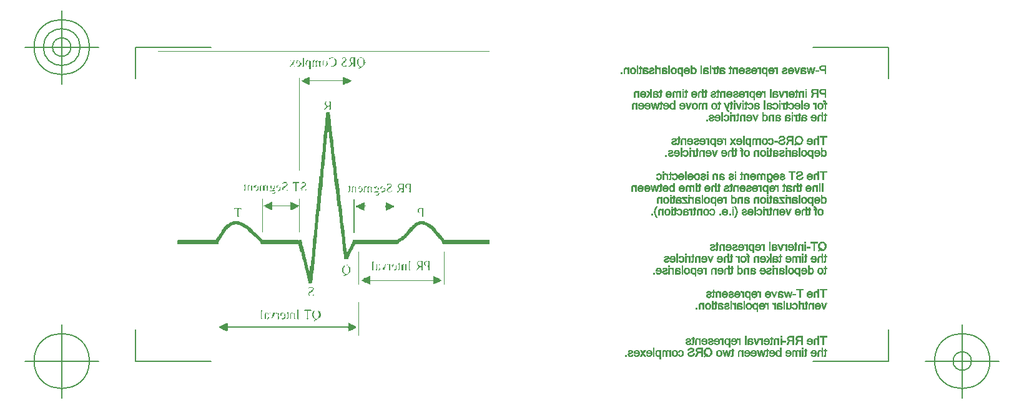
<source format=gbr>
G04 Generated by Ultiboard 14.0 *
%FSLAX34Y34*%
%MOMM*%

%ADD10C,0.0001*%
%ADD11C,0.0010*%
%ADD12C,0.1270*%


G04 ColorRGB FF14FF for the following layer *
%LNSilkscreen Bottom*%
%LPD*%
G54D10*
G54D11*
G36*
X27940Y1020187D02*
X27940Y1020187D01*
X477520Y1020187D01*
X477520Y1021083D01*
X27940Y1021080D01*
X27940Y1020187D01*
D02*
G37*
G36*
X262267Y1011260D02*
X262267Y1011260D01*
X265900Y1011260D01*
X265900Y1012155D01*
X262267Y1012153D01*
X262267Y1011260D01*
D02*
G37*
G36*
X278615Y1011260D02*
X278615Y1011260D01*
X282248Y1011260D01*
X282248Y1012155D01*
X278615Y1012153D01*
X278615Y1011260D01*
D02*
G37*
G36*
X289514Y1011260D02*
X289514Y1011260D01*
X295872Y1011260D01*
X295872Y1012155D01*
X289514Y1012153D01*
X289514Y1011260D01*
D02*
G37*
G36*
X301321Y1011260D02*
X301321Y1011260D01*
X304954Y1011260D01*
X304954Y1012155D01*
X301321Y1012153D01*
X301321Y1011260D01*
D02*
G37*
G36*
X224120Y1010367D02*
X224120Y1010367D01*
X225937Y1010367D01*
X225937Y1011262D01*
X224120Y1011260D01*
X224120Y1010367D01*
D02*
G37*
G36*
X259542Y1010367D02*
X259542Y1010367D01*
X262267Y1010367D01*
X262267Y1011262D01*
X259542Y1011260D01*
X259542Y1010367D01*
D02*
G37*
G36*
X277707Y1010367D02*
X277707Y1010367D01*
X278615Y1010367D01*
X278615Y1011262D01*
X277707Y1011260D01*
X277707Y1010367D01*
D02*
G37*
G36*
X282248Y1010367D02*
X282248Y1010367D01*
X283156Y1010367D01*
X283156Y1011262D01*
X282248Y1011260D01*
X282248Y1010367D01*
D02*
G37*
G36*
X288606Y1010367D02*
X288606Y1010367D01*
X290422Y1010367D01*
X290422Y1011262D01*
X288606Y1011260D01*
X288606Y1010367D01*
D02*
G37*
G36*
X293147Y1010367D02*
X293147Y1010367D01*
X295872Y1010367D01*
X295872Y1011262D01*
X293147Y1011260D01*
X293147Y1010367D01*
D02*
G37*
G36*
X305862Y1010367D02*
X305862Y1010367D01*
X306770Y1010367D01*
X306770Y1011262D01*
X305862Y1011260D01*
X305862Y1010367D01*
D02*
G37*
G36*
X224120Y1009474D02*
X224120Y1009474D01*
X225937Y1009474D01*
X225937Y1010370D01*
X224120Y1010367D01*
X224120Y1009474D01*
D02*
G37*
G36*
X259542Y1009474D02*
X259542Y1009474D01*
X261358Y1009474D01*
X261358Y1010370D01*
X259542Y1010367D01*
X259542Y1009474D01*
D02*
G37*
G36*
X266808Y1009474D02*
X266808Y1009474D01*
X268624Y1009474D01*
X268624Y1010370D01*
X266808Y1010367D01*
X266808Y1009474D01*
D02*
G37*
G36*
X277707Y1009474D02*
X277707Y1009474D01*
X278615Y1009474D01*
X278615Y1010370D01*
X277707Y1010367D01*
X277707Y1009474D01*
D02*
G37*
G36*
X282248Y1009474D02*
X282248Y1009474D01*
X283156Y1009474D01*
X283156Y1010370D01*
X282248Y1010367D01*
X282248Y1009474D01*
D02*
G37*
G36*
X288606Y1009474D02*
X288606Y1009474D01*
X289514Y1009474D01*
X289514Y1010370D01*
X288606Y1010367D01*
X288606Y1009474D01*
D02*
G37*
G36*
X293147Y1009474D02*
X293147Y1009474D01*
X295872Y1009474D01*
X295872Y1010370D01*
X293147Y1010367D01*
X293147Y1009474D01*
D02*
G37*
G36*
X299504Y1009474D02*
X299504Y1009474D01*
X300413Y1009474D01*
X300413Y1010370D01*
X299504Y1010367D01*
X299504Y1009474D01*
D02*
G37*
G36*
X305862Y1009474D02*
X305862Y1009474D01*
X306770Y1009474D01*
X306770Y1010370D01*
X305862Y1010367D01*
X305862Y1009474D01*
D02*
G37*
G36*
X224120Y1008582D02*
X224120Y1008582D01*
X225937Y1008582D01*
X225937Y1009477D01*
X224120Y1009474D01*
X224120Y1008582D01*
D02*
G37*
G36*
X267716Y1008582D02*
X267716Y1008582D01*
X269532Y1008582D01*
X269532Y1009477D01*
X267716Y1009474D01*
X267716Y1008582D01*
D02*
G37*
G36*
X282248Y1008582D02*
X282248Y1008582D01*
X284064Y1008582D01*
X284064Y1009477D01*
X282248Y1009474D01*
X282248Y1008582D01*
D02*
G37*
G36*
X287697Y1008582D02*
X287697Y1008582D01*
X289514Y1008582D01*
X289514Y1009477D01*
X287697Y1009474D01*
X287697Y1008582D01*
D02*
G37*
G36*
X293147Y1008582D02*
X293147Y1008582D01*
X295872Y1008582D01*
X295872Y1009477D01*
X293147Y1009474D01*
X293147Y1008582D01*
D02*
G37*
G36*
X298596Y1008582D02*
X298596Y1008582D01*
X300413Y1008582D01*
X300413Y1009477D01*
X298596Y1009474D01*
X298596Y1008582D01*
D02*
G37*
G36*
X306770Y1008582D02*
X306770Y1008582D01*
X307679Y1008582D01*
X307679Y1009477D01*
X306770Y1009474D01*
X306770Y1008582D01*
D02*
G37*
G36*
X224120Y1007689D02*
X224120Y1007689D01*
X225937Y1007689D01*
X225937Y1008584D01*
X224120Y1008582D01*
X224120Y1007689D01*
D02*
G37*
G36*
X230478Y1007689D02*
X230478Y1007689D01*
X231386Y1007689D01*
X231386Y1008584D01*
X230478Y1008582D01*
X230478Y1007689D01*
D02*
G37*
G36*
X239560Y1007689D02*
X239560Y1007689D01*
X240469Y1007689D01*
X240469Y1008584D01*
X239560Y1008582D01*
X239560Y1007689D01*
D02*
G37*
G36*
X267716Y1007689D02*
X267716Y1007689D01*
X270441Y1007689D01*
X270441Y1008584D01*
X267716Y1008582D01*
X267716Y1007689D01*
D02*
G37*
G36*
X282248Y1007689D02*
X282248Y1007689D01*
X284064Y1007689D01*
X284064Y1008584D01*
X282248Y1008582D01*
X282248Y1007689D01*
D02*
G37*
G36*
X287697Y1007689D02*
X287697Y1007689D01*
X289514Y1007689D01*
X289514Y1008584D01*
X287697Y1008582D01*
X287697Y1007689D01*
D02*
G37*
G36*
X293147Y1007689D02*
X293147Y1007689D01*
X295872Y1007689D01*
X295872Y1008584D01*
X293147Y1008582D01*
X293147Y1007689D01*
D02*
G37*
G36*
X297688Y1007689D02*
X297688Y1007689D01*
X299504Y1007689D01*
X299504Y1008584D01*
X297688Y1008582D01*
X297688Y1007689D01*
D02*
G37*
G36*
X306770Y1007689D02*
X306770Y1007689D01*
X308587Y1007689D01*
X308587Y1008584D01*
X306770Y1008582D01*
X306770Y1007689D01*
D02*
G37*
G36*
X207772Y1006796D02*
X207772Y1006796D01*
X208680Y1006796D01*
X208680Y1007691D01*
X207772Y1007689D01*
X207772Y1006796D01*
D02*
G37*
G36*
X211405Y1006796D02*
X211405Y1006796D01*
X213221Y1006796D01*
X213221Y1007691D01*
X211405Y1007689D01*
X211405Y1006796D01*
D02*
G37*
G36*
X215946Y1006796D02*
X215946Y1006796D01*
X218671Y1006796D01*
X218671Y1007691D01*
X215946Y1007689D01*
X215946Y1006796D01*
D02*
G37*
G36*
X224120Y1006796D02*
X224120Y1006796D01*
X225937Y1006796D01*
X225937Y1007691D01*
X224120Y1007689D01*
X224120Y1006796D01*
D02*
G37*
G36*
X229570Y1006796D02*
X229570Y1006796D01*
X232295Y1006796D01*
X232295Y1007691D01*
X229570Y1007689D01*
X229570Y1006796D01*
D02*
G37*
G36*
X233203Y1006796D02*
X233203Y1006796D01*
X234111Y1006796D01*
X234111Y1007691D01*
X233203Y1007689D01*
X233203Y1006796D01*
D02*
G37*
G36*
X237744Y1006796D02*
X237744Y1006796D01*
X240469Y1006796D01*
X240469Y1007691D01*
X237744Y1007689D01*
X237744Y1006796D01*
D02*
G37*
G36*
X243193Y1006796D02*
X243193Y1006796D01*
X245010Y1006796D01*
X245010Y1007691D01*
X243193Y1007689D01*
X243193Y1006796D01*
D02*
G37*
G36*
X252276Y1006796D02*
X252276Y1006796D01*
X253184Y1006796D01*
X253184Y1007691D01*
X252276Y1007689D01*
X252276Y1006796D01*
D02*
G37*
G36*
X268624Y1006796D02*
X268624Y1006796D01*
X270441Y1006796D01*
X270441Y1007691D01*
X268624Y1007689D01*
X268624Y1006796D01*
D02*
G37*
G36*
X281340Y1006796D02*
X281340Y1006796D01*
X283156Y1006796D01*
X283156Y1007691D01*
X281340Y1007689D01*
X281340Y1006796D01*
D02*
G37*
G36*
X287697Y1006796D02*
X287697Y1006796D01*
X289514Y1006796D01*
X289514Y1007691D01*
X287697Y1007689D01*
X287697Y1006796D01*
D02*
G37*
G36*
X293147Y1006796D02*
X293147Y1006796D01*
X295872Y1006796D01*
X295872Y1007691D01*
X293147Y1007689D01*
X293147Y1006796D01*
D02*
G37*
G36*
X297688Y1006796D02*
X297688Y1006796D01*
X299504Y1006796D01*
X299504Y1007691D01*
X297688Y1007689D01*
X297688Y1006796D01*
D02*
G37*
G36*
X306770Y1006796D02*
X306770Y1006796D01*
X308587Y1006796D01*
X308587Y1007691D01*
X306770Y1007689D01*
X306770Y1006796D01*
D02*
G37*
G36*
X211405Y1005903D02*
X211405Y1005903D01*
X212313Y1005903D01*
X212313Y1006799D01*
X211405Y1006796D01*
X211405Y1005903D01*
D02*
G37*
G36*
X215946Y1005903D02*
X215946Y1005903D01*
X216854Y1005903D01*
X216854Y1006799D01*
X215946Y1006796D01*
X215946Y1005903D01*
D02*
G37*
G36*
X219579Y1005903D02*
X219579Y1005903D01*
X220487Y1005903D01*
X220487Y1006799D01*
X219579Y1006796D01*
X219579Y1005903D01*
D02*
G37*
G36*
X224120Y1005903D02*
X224120Y1005903D01*
X225937Y1005903D01*
X225937Y1006799D01*
X224120Y1006796D01*
X224120Y1005903D01*
D02*
G37*
G36*
X228662Y1005903D02*
X228662Y1005903D01*
X230478Y1005903D01*
X230478Y1006799D01*
X228662Y1006796D01*
X228662Y1005903D01*
D02*
G37*
G36*
X233203Y1005903D02*
X233203Y1005903D01*
X235019Y1005903D01*
X235019Y1006799D01*
X233203Y1006796D01*
X233203Y1005903D01*
D02*
G37*
G36*
X237744Y1005903D02*
X237744Y1005903D01*
X239560Y1005903D01*
X239560Y1006799D01*
X237744Y1006796D01*
X237744Y1005903D01*
D02*
G37*
G36*
X241377Y1005903D02*
X241377Y1005903D01*
X244102Y1005903D01*
X244102Y1006799D01*
X241377Y1006796D01*
X241377Y1005903D01*
D02*
G37*
G36*
X245918Y1005903D02*
X245918Y1005903D01*
X248643Y1005903D01*
X248643Y1006799D01*
X245918Y1006796D01*
X245918Y1005903D01*
D02*
G37*
G36*
X251368Y1005903D02*
X251368Y1005903D01*
X252276Y1005903D01*
X252276Y1006799D01*
X251368Y1006796D01*
X251368Y1005903D01*
D02*
G37*
G36*
X256817Y1005903D02*
X256817Y1005903D01*
X257725Y1005903D01*
X257725Y1006799D01*
X256817Y1006796D01*
X256817Y1005903D01*
D02*
G37*
G36*
X268624Y1005903D02*
X268624Y1005903D01*
X270441Y1005903D01*
X270441Y1006799D01*
X268624Y1006796D01*
X268624Y1005903D01*
D02*
G37*
G36*
X279523Y1005903D02*
X279523Y1005903D01*
X282248Y1005903D01*
X282248Y1006799D01*
X279523Y1006796D01*
X279523Y1005903D01*
D02*
G37*
G36*
X288606Y1005903D02*
X288606Y1005903D01*
X289514Y1005903D01*
X289514Y1006799D01*
X288606Y1006796D01*
X288606Y1005903D01*
D02*
G37*
G36*
X293147Y1005903D02*
X293147Y1005903D01*
X295872Y1005903D01*
X295872Y1006799D01*
X293147Y1006796D01*
X293147Y1005903D01*
D02*
G37*
G36*
X297688Y1005903D02*
X297688Y1005903D01*
X299504Y1005903D01*
X299504Y1006799D01*
X297688Y1006796D01*
X297688Y1005903D01*
D02*
G37*
G36*
X306770Y1005903D02*
X306770Y1005903D01*
X308587Y1005903D01*
X308587Y1006799D01*
X306770Y1006796D01*
X306770Y1005903D01*
D02*
G37*
G36*
X209588Y1005011D02*
X209588Y1005011D01*
X212313Y1005011D01*
X212313Y1005906D01*
X209588Y1005903D01*
X209588Y1005011D01*
D02*
G37*
G36*
X215038Y1005011D02*
X215038Y1005011D01*
X216854Y1005011D01*
X216854Y1005906D01*
X215038Y1005903D01*
X215038Y1005011D01*
D02*
G37*
G36*
X220487Y1005011D02*
X220487Y1005011D01*
X221396Y1005011D01*
X221396Y1005906D01*
X220487Y1005903D01*
X220487Y1005011D01*
D02*
G37*
G36*
X224120Y1005011D02*
X224120Y1005011D01*
X225937Y1005011D01*
X225937Y1005906D01*
X224120Y1005903D01*
X224120Y1005011D01*
D02*
G37*
G36*
X228662Y1005011D02*
X228662Y1005011D01*
X229570Y1005011D01*
X229570Y1005906D01*
X228662Y1005903D01*
X228662Y1005011D01*
D02*
G37*
G36*
X233203Y1005011D02*
X233203Y1005011D01*
X235019Y1005011D01*
X235019Y1005906D01*
X233203Y1005903D01*
X233203Y1005011D01*
D02*
G37*
G36*
X237744Y1005011D02*
X237744Y1005011D01*
X238652Y1005011D01*
X238652Y1005906D01*
X237744Y1005903D01*
X237744Y1005011D01*
D02*
G37*
G36*
X242285Y1005011D02*
X242285Y1005011D01*
X243193Y1005011D01*
X243193Y1005906D01*
X242285Y1005903D01*
X242285Y1005011D01*
D02*
G37*
G36*
X246826Y1005011D02*
X246826Y1005011D01*
X247735Y1005011D01*
X247735Y1005906D01*
X246826Y1005903D01*
X246826Y1005011D01*
D02*
G37*
G36*
X251368Y1005011D02*
X251368Y1005011D01*
X252276Y1005011D01*
X252276Y1005906D01*
X251368Y1005903D01*
X251368Y1005011D01*
D02*
G37*
G36*
X256817Y1005011D02*
X256817Y1005011D01*
X257725Y1005011D01*
X257725Y1005906D01*
X256817Y1005903D01*
X256817Y1005011D01*
D02*
G37*
G36*
X268624Y1005011D02*
X268624Y1005011D01*
X270441Y1005011D01*
X270441Y1005906D01*
X268624Y1005903D01*
X268624Y1005011D01*
D02*
G37*
G36*
X278615Y1005011D02*
X278615Y1005011D01*
X281340Y1005011D01*
X281340Y1005906D01*
X278615Y1005903D01*
X278615Y1005011D01*
D02*
G37*
G36*
X289514Y1005011D02*
X289514Y1005011D01*
X291330Y1005011D01*
X291330Y1005906D01*
X289514Y1005903D01*
X289514Y1005011D01*
D02*
G37*
G36*
X293147Y1005011D02*
X293147Y1005011D01*
X295872Y1005011D01*
X295872Y1005906D01*
X293147Y1005903D01*
X293147Y1005011D01*
D02*
G37*
G36*
X297688Y1005011D02*
X297688Y1005011D01*
X299504Y1005011D01*
X299504Y1005906D01*
X297688Y1005903D01*
X297688Y1005011D01*
D02*
G37*
G36*
X306770Y1005011D02*
X306770Y1005011D01*
X309495Y1005011D01*
X309495Y1005906D01*
X306770Y1005903D01*
X306770Y1005011D01*
D02*
G37*
G36*
X209588Y1004118D02*
X209588Y1004118D01*
X211405Y1004118D01*
X211405Y1005013D01*
X209588Y1005011D01*
X209588Y1004118D01*
D02*
G37*
G36*
X215946Y1004118D02*
X215946Y1004118D01*
X216854Y1004118D01*
X216854Y1005013D01*
X215946Y1005011D01*
X215946Y1004118D01*
D02*
G37*
G36*
X220487Y1004118D02*
X220487Y1004118D01*
X222304Y1004118D01*
X222304Y1005013D01*
X220487Y1005011D01*
X220487Y1004118D01*
D02*
G37*
G36*
X224120Y1004118D02*
X224120Y1004118D01*
X225937Y1004118D01*
X225937Y1005013D01*
X224120Y1005011D01*
X224120Y1004118D01*
D02*
G37*
G36*
X227753Y1004118D02*
X227753Y1004118D01*
X229570Y1004118D01*
X229570Y1005013D01*
X227753Y1005011D01*
X227753Y1004118D01*
D02*
G37*
G36*
X233203Y1004118D02*
X233203Y1004118D01*
X235019Y1004118D01*
X235019Y1005013D01*
X233203Y1005011D01*
X233203Y1004118D01*
D02*
G37*
G36*
X237744Y1004118D02*
X237744Y1004118D01*
X238652Y1004118D01*
X238652Y1005013D01*
X237744Y1005011D01*
X237744Y1004118D01*
D02*
G37*
G36*
X242285Y1004118D02*
X242285Y1004118D01*
X243193Y1004118D01*
X243193Y1005013D01*
X242285Y1005011D01*
X242285Y1004118D01*
D02*
G37*
G36*
X246826Y1004118D02*
X246826Y1004118D01*
X247735Y1004118D01*
X247735Y1005013D01*
X246826Y1005011D01*
X246826Y1004118D01*
D02*
G37*
G36*
X251368Y1004118D02*
X251368Y1004118D01*
X252276Y1004118D01*
X252276Y1005013D01*
X251368Y1005011D01*
X251368Y1004118D01*
D02*
G37*
G36*
X256817Y1004118D02*
X256817Y1004118D01*
X258634Y1004118D01*
X258634Y1005013D01*
X256817Y1005011D01*
X256817Y1004118D01*
D02*
G37*
G36*
X268624Y1004118D02*
X268624Y1004118D01*
X270441Y1004118D01*
X270441Y1005013D01*
X268624Y1005011D01*
X268624Y1004118D01*
D02*
G37*
G36*
X277707Y1004118D02*
X277707Y1004118D01*
X279523Y1004118D01*
X279523Y1005013D01*
X277707Y1005011D01*
X277707Y1004118D01*
D02*
G37*
G36*
X289514Y1004118D02*
X289514Y1004118D01*
X295872Y1004118D01*
X295872Y1005013D01*
X289514Y1005011D01*
X289514Y1004118D01*
D02*
G37*
G36*
X297688Y1004118D02*
X297688Y1004118D01*
X299504Y1004118D01*
X299504Y1005013D01*
X297688Y1005011D01*
X297688Y1004118D01*
D02*
G37*
G36*
X306770Y1004118D02*
X306770Y1004118D01*
X308587Y1004118D01*
X308587Y1005013D01*
X306770Y1005011D01*
X306770Y1004118D01*
D02*
G37*
G36*
X209588Y1003225D02*
X209588Y1003225D01*
X211405Y1003225D01*
X211405Y1004120D01*
X209588Y1004118D01*
X209588Y1003225D01*
D02*
G37*
G36*
X220487Y1003225D02*
X220487Y1003225D01*
X222304Y1003225D01*
X222304Y1004120D01*
X220487Y1004118D01*
X220487Y1003225D01*
D02*
G37*
G36*
X224120Y1003225D02*
X224120Y1003225D01*
X225937Y1003225D01*
X225937Y1004120D01*
X224120Y1004118D01*
X224120Y1003225D01*
D02*
G37*
G36*
X227753Y1003225D02*
X227753Y1003225D01*
X229570Y1003225D01*
X229570Y1004120D01*
X227753Y1004118D01*
X227753Y1003225D01*
D02*
G37*
G36*
X233203Y1003225D02*
X233203Y1003225D01*
X235019Y1003225D01*
X235019Y1004120D01*
X233203Y1004118D01*
X233203Y1003225D01*
D02*
G37*
G36*
X237744Y1003225D02*
X237744Y1003225D01*
X238652Y1003225D01*
X238652Y1004120D01*
X237744Y1004118D01*
X237744Y1003225D01*
D02*
G37*
G36*
X242285Y1003225D02*
X242285Y1003225D01*
X243193Y1003225D01*
X243193Y1004120D01*
X242285Y1004118D01*
X242285Y1003225D01*
D02*
G37*
G36*
X246826Y1003225D02*
X246826Y1003225D01*
X247735Y1003225D01*
X247735Y1004120D01*
X246826Y1004118D01*
X246826Y1003225D01*
D02*
G37*
G36*
X251368Y1003225D02*
X251368Y1003225D01*
X252276Y1003225D01*
X252276Y1004120D01*
X251368Y1004118D01*
X251368Y1003225D01*
D02*
G37*
G36*
X256817Y1003225D02*
X256817Y1003225D01*
X258634Y1003225D01*
X258634Y1004120D01*
X256817Y1004118D01*
X256817Y1003225D01*
D02*
G37*
G36*
X267716Y1003225D02*
X267716Y1003225D01*
X270441Y1003225D01*
X270441Y1004120D01*
X267716Y1004118D01*
X267716Y1003225D01*
D02*
G37*
G36*
X276798Y1003225D02*
X276798Y1003225D01*
X278615Y1003225D01*
X278615Y1004120D01*
X276798Y1004118D01*
X276798Y1003225D01*
D02*
G37*
G36*
X289514Y1003225D02*
X289514Y1003225D01*
X292239Y1003225D01*
X292239Y1004120D01*
X289514Y1004118D01*
X289514Y1003225D01*
D02*
G37*
G36*
X293147Y1003225D02*
X293147Y1003225D01*
X295872Y1003225D01*
X295872Y1004120D01*
X293147Y1004118D01*
X293147Y1003225D01*
D02*
G37*
G36*
X297688Y1003225D02*
X297688Y1003225D01*
X299504Y1003225D01*
X299504Y1004120D01*
X297688Y1004118D01*
X297688Y1003225D01*
D02*
G37*
G36*
X306770Y1003225D02*
X306770Y1003225D01*
X308587Y1003225D01*
X308587Y1004120D01*
X306770Y1004118D01*
X306770Y1003225D01*
D02*
G37*
G36*
X208680Y1002332D02*
X208680Y1002332D01*
X211405Y1002332D01*
X211405Y1003228D01*
X208680Y1003225D01*
X208680Y1002332D01*
D02*
G37*
G36*
X220487Y1002332D02*
X220487Y1002332D01*
X222304Y1002332D01*
X222304Y1003228D01*
X220487Y1003225D01*
X220487Y1002332D01*
D02*
G37*
G36*
X224120Y1002332D02*
X224120Y1002332D01*
X225937Y1002332D01*
X225937Y1003228D01*
X224120Y1003225D01*
X224120Y1002332D01*
D02*
G37*
G36*
X228662Y1002332D02*
X228662Y1002332D01*
X229570Y1002332D01*
X229570Y1003228D01*
X228662Y1003225D01*
X228662Y1002332D01*
D02*
G37*
G36*
X233203Y1002332D02*
X233203Y1002332D01*
X235019Y1002332D01*
X235019Y1003228D01*
X233203Y1003225D01*
X233203Y1002332D01*
D02*
G37*
G36*
X237744Y1002332D02*
X237744Y1002332D01*
X238652Y1002332D01*
X238652Y1003228D01*
X237744Y1003225D01*
X237744Y1002332D01*
D02*
G37*
G36*
X242285Y1002332D02*
X242285Y1002332D01*
X243193Y1002332D01*
X243193Y1003228D01*
X242285Y1003225D01*
X242285Y1002332D01*
D02*
G37*
G36*
X246826Y1002332D02*
X246826Y1002332D01*
X247735Y1002332D01*
X247735Y1003228D01*
X246826Y1003225D01*
X246826Y1002332D01*
D02*
G37*
G36*
X251368Y1002332D02*
X251368Y1002332D01*
X252276Y1002332D01*
X252276Y1003228D01*
X251368Y1003225D01*
X251368Y1002332D01*
D02*
G37*
G36*
X256817Y1002332D02*
X256817Y1002332D01*
X258634Y1002332D01*
X258634Y1003228D01*
X256817Y1003225D01*
X256817Y1002332D01*
D02*
G37*
G36*
X267716Y1002332D02*
X267716Y1002332D01*
X270441Y1002332D01*
X270441Y1003228D01*
X267716Y1003225D01*
X267716Y1002332D01*
D02*
G37*
G36*
X276798Y1002332D02*
X276798Y1002332D01*
X278615Y1002332D01*
X278615Y1003228D01*
X276798Y1003225D01*
X276798Y1002332D01*
D02*
G37*
G36*
X289514Y1002332D02*
X289514Y1002332D01*
X291330Y1002332D01*
X291330Y1003228D01*
X289514Y1003225D01*
X289514Y1002332D01*
D02*
G37*
G36*
X293147Y1002332D02*
X293147Y1002332D01*
X295872Y1002332D01*
X295872Y1003228D01*
X293147Y1003225D01*
X293147Y1002332D01*
D02*
G37*
G36*
X298596Y1002332D02*
X298596Y1002332D01*
X299504Y1002332D01*
X299504Y1003228D01*
X298596Y1003225D01*
X298596Y1002332D01*
D02*
G37*
G36*
X306770Y1002332D02*
X306770Y1002332D01*
X308587Y1002332D01*
X308587Y1003228D01*
X306770Y1003225D01*
X306770Y1002332D01*
D02*
G37*
G36*
X208680Y1001440D02*
X208680Y1001440D01*
X209588Y1001440D01*
X209588Y1002335D01*
X208680Y1002332D01*
X208680Y1001440D01*
D02*
G37*
G36*
X219579Y1001440D02*
X219579Y1001440D01*
X221396Y1001440D01*
X221396Y1002335D01*
X219579Y1002332D01*
X219579Y1001440D01*
D02*
G37*
G36*
X224120Y1001440D02*
X224120Y1001440D01*
X225937Y1001440D01*
X225937Y1002335D01*
X224120Y1002332D01*
X224120Y1001440D01*
D02*
G37*
G36*
X228662Y1001440D02*
X228662Y1001440D01*
X229570Y1001440D01*
X229570Y1002335D01*
X228662Y1002332D01*
X228662Y1001440D01*
D02*
G37*
G36*
X233203Y1001440D02*
X233203Y1001440D01*
X235019Y1001440D01*
X235019Y1002335D01*
X233203Y1002332D01*
X233203Y1001440D01*
D02*
G37*
G36*
X237744Y1001440D02*
X237744Y1001440D01*
X238652Y1001440D01*
X238652Y1002335D01*
X237744Y1002332D01*
X237744Y1001440D01*
D02*
G37*
G36*
X242285Y1001440D02*
X242285Y1001440D01*
X243193Y1001440D01*
X243193Y1002335D01*
X242285Y1002332D01*
X242285Y1001440D01*
D02*
G37*
G36*
X246826Y1001440D02*
X246826Y1001440D01*
X247735Y1001440D01*
X247735Y1002335D01*
X246826Y1002332D01*
X246826Y1001440D01*
D02*
G37*
G36*
X251368Y1001440D02*
X251368Y1001440D01*
X252276Y1001440D01*
X252276Y1002335D01*
X251368Y1002332D01*
X251368Y1001440D01*
D02*
G37*
G36*
X255909Y1001440D02*
X255909Y1001440D01*
X257725Y1001440D01*
X257725Y1002335D01*
X255909Y1002332D01*
X255909Y1001440D01*
D02*
G37*
G36*
X266808Y1001440D02*
X266808Y1001440D01*
X269532Y1001440D01*
X269532Y1002335D01*
X266808Y1002332D01*
X266808Y1001440D01*
D02*
G37*
G36*
X276798Y1001440D02*
X276798Y1001440D01*
X278615Y1001440D01*
X278615Y1002335D01*
X276798Y1002332D01*
X276798Y1001440D01*
D02*
G37*
G36*
X288606Y1001440D02*
X288606Y1001440D01*
X290422Y1001440D01*
X290422Y1002335D01*
X288606Y1002332D01*
X288606Y1001440D01*
D02*
G37*
G36*
X293147Y1001440D02*
X293147Y1001440D01*
X295872Y1001440D01*
X295872Y1002335D01*
X293147Y1002332D01*
X293147Y1001440D01*
D02*
G37*
G36*
X298596Y1001440D02*
X298596Y1001440D01*
X300413Y1001440D01*
X300413Y1002335D01*
X298596Y1002332D01*
X298596Y1001440D01*
D02*
G37*
G36*
X306770Y1001440D02*
X306770Y1001440D01*
X307679Y1001440D01*
X307679Y1002335D01*
X306770Y1002332D01*
X306770Y1001440D01*
D02*
G37*
G36*
X207772Y1000547D02*
X207772Y1000547D01*
X208680Y1000547D01*
X208680Y1001442D01*
X207772Y1001440D01*
X207772Y1000547D01*
D02*
G37*
G36*
X218671Y1000547D02*
X218671Y1000547D01*
X221396Y1000547D01*
X221396Y1001442D01*
X218671Y1001440D01*
X218671Y1000547D01*
D02*
G37*
G36*
X224120Y1000547D02*
X224120Y1000547D01*
X225937Y1000547D01*
X225937Y1001442D01*
X224120Y1001440D01*
X224120Y1000547D01*
D02*
G37*
G36*
X233203Y1000547D02*
X233203Y1000547D01*
X235019Y1000547D01*
X235019Y1001442D01*
X233203Y1001440D01*
X233203Y1000547D01*
D02*
G37*
G36*
X237744Y1000547D02*
X237744Y1000547D01*
X238652Y1000547D01*
X238652Y1001442D01*
X237744Y1001440D01*
X237744Y1000547D01*
D02*
G37*
G36*
X242285Y1000547D02*
X242285Y1000547D01*
X244102Y1000547D01*
X244102Y1001442D01*
X242285Y1001440D01*
X242285Y1000547D01*
D02*
G37*
G36*
X246826Y1000547D02*
X246826Y1000547D01*
X247735Y1000547D01*
X247735Y1001442D01*
X246826Y1001440D01*
X246826Y1000547D01*
D02*
G37*
G36*
X255909Y1000547D02*
X255909Y1000547D01*
X256817Y1000547D01*
X256817Y1001442D01*
X255909Y1001440D01*
X255909Y1000547D01*
D02*
G37*
G36*
X265900Y1000547D02*
X265900Y1000547D01*
X268624Y1000547D01*
X268624Y1001442D01*
X265900Y1001440D01*
X265900Y1000547D01*
D02*
G37*
G36*
X277707Y1000547D02*
X277707Y1000547D01*
X278615Y1000547D01*
X278615Y1001442D01*
X277707Y1001440D01*
X277707Y1000547D01*
D02*
G37*
G36*
X282248Y1000547D02*
X282248Y1000547D01*
X284064Y1000547D01*
X284064Y1001442D01*
X282248Y1001440D01*
X282248Y1000547D01*
D02*
G37*
G36*
X287697Y1000547D02*
X287697Y1000547D01*
X289514Y1000547D01*
X289514Y1001442D01*
X287697Y1001440D01*
X287697Y1000547D01*
D02*
G37*
G36*
X293147Y1000547D02*
X293147Y1000547D01*
X295872Y1000547D01*
X295872Y1001442D01*
X293147Y1001440D01*
X293147Y1000547D01*
D02*
G37*
G36*
X299504Y1000547D02*
X299504Y1000547D01*
X300413Y1000547D01*
X300413Y1001442D01*
X299504Y1001440D01*
X299504Y1000547D01*
D02*
G37*
G36*
X305862Y1000547D02*
X305862Y1000547D01*
X306770Y1000547D01*
X306770Y1001442D01*
X305862Y1001440D01*
X305862Y1000547D01*
D02*
G37*
G36*
X206864Y999654D02*
X206864Y999654D01*
X208680Y999654D01*
X208680Y1000549D01*
X206864Y1000547D01*
X206864Y999654D01*
D02*
G37*
G36*
X212313Y999654D02*
X212313Y999654D01*
X213221Y999654D01*
X213221Y1000549D01*
X212313Y1000547D01*
X212313Y999654D01*
D02*
G37*
G36*
X216854Y999654D02*
X216854Y999654D01*
X220487Y999654D01*
X220487Y1000549D01*
X216854Y1000547D01*
X216854Y999654D01*
D02*
G37*
G36*
X223212Y999654D02*
X223212Y999654D01*
X225937Y999654D01*
X225937Y1000549D01*
X223212Y1000547D01*
X223212Y999654D01*
D02*
G37*
G36*
X232295Y999654D02*
X232295Y999654D01*
X235019Y999654D01*
X235019Y1000549D01*
X232295Y1000547D01*
X232295Y999654D01*
D02*
G37*
G36*
X236836Y999654D02*
X236836Y999654D01*
X239560Y999654D01*
X239560Y1000549D01*
X236836Y1000547D01*
X236836Y999654D01*
D02*
G37*
G36*
X241377Y999654D02*
X241377Y999654D01*
X244102Y999654D01*
X244102Y1000549D01*
X241377Y1000547D01*
X241377Y999654D01*
D02*
G37*
G36*
X246826Y999654D02*
X246826Y999654D01*
X248643Y999654D01*
X248643Y1000549D01*
X246826Y1000547D01*
X246826Y999654D01*
D02*
G37*
G36*
X255001Y999654D02*
X255001Y999654D01*
X255909Y999654D01*
X255909Y1000549D01*
X255001Y1000547D01*
X255001Y999654D01*
D02*
G37*
G36*
X262267Y999654D02*
X262267Y999654D01*
X266808Y999654D01*
X266808Y1000549D01*
X262267Y1000547D01*
X262267Y999654D01*
D02*
G37*
G36*
X278615Y999654D02*
X278615Y999654D01*
X284064Y999654D01*
X284064Y1000549D01*
X278615Y1000547D01*
X278615Y999654D01*
D02*
G37*
G36*
X285881Y999654D02*
X285881Y999654D01*
X288606Y999654D01*
X288606Y1000549D01*
X285881Y1000547D01*
X285881Y999654D01*
D02*
G37*
G36*
X293147Y999654D02*
X293147Y999654D01*
X295872Y999654D01*
X295872Y1000549D01*
X293147Y1000547D01*
X293147Y999654D01*
D02*
G37*
G36*
X300413Y999654D02*
X300413Y999654D01*
X302229Y999654D01*
X302229Y1000549D01*
X300413Y1000547D01*
X300413Y999654D01*
D02*
G37*
G36*
X304046Y999654D02*
X304046Y999654D01*
X305862Y999654D01*
X305862Y1000549D01*
X304046Y1000547D01*
X304046Y999654D01*
D02*
G37*
G36*
X233203Y998761D02*
X233203Y998761D01*
X235019Y998761D01*
X235019Y999657D01*
X233203Y999654D01*
X233203Y998761D01*
D02*
G37*
G36*
X301321Y998761D02*
X301321Y998761D01*
X304046Y998761D01*
X304046Y999657D01*
X301321Y999654D01*
X301321Y998761D01*
D02*
G37*
G36*
X233203Y997869D02*
X233203Y997869D01*
X235019Y997869D01*
X235019Y998764D01*
X233203Y998761D01*
X233203Y997869D01*
D02*
G37*
G36*
X301321Y997869D02*
X301321Y997869D01*
X304046Y997869D01*
X304046Y998764D01*
X301321Y998761D01*
X301321Y997869D01*
D02*
G37*
G36*
X233203Y996976D02*
X233203Y996976D01*
X235019Y996976D01*
X235019Y997871D01*
X233203Y997869D01*
X233203Y996976D01*
D02*
G37*
G36*
X299504Y996976D02*
X299504Y996976D01*
X302229Y996976D01*
X302229Y997871D01*
X299504Y997869D01*
X299504Y996976D01*
D02*
G37*
G36*
X233203Y996083D02*
X233203Y996083D01*
X235019Y996083D01*
X235019Y996978D01*
X233203Y996976D01*
X233203Y996083D01*
D02*
G37*
G36*
X231386Y984478D02*
X231386Y984478D01*
X234111Y984478D01*
X234111Y985373D01*
X231386Y985370D01*
X231386Y984478D01*
D02*
G37*
G36*
X278615Y984478D02*
X278615Y984478D01*
X281340Y984478D01*
X281340Y985373D01*
X278615Y985370D01*
X278615Y984478D01*
D02*
G37*
G36*
X219579Y983585D02*
X219579Y983585D01*
X220487Y983585D01*
X220487Y984480D01*
X219579Y984477D01*
X219579Y983585D01*
D02*
G37*
G36*
X229570Y983585D02*
X229570Y983585D01*
X234111Y983585D01*
X234111Y984480D01*
X229570Y984477D01*
X229570Y983585D01*
D02*
G37*
G36*
X278615Y983585D02*
X278615Y983585D01*
X283156Y983585D01*
X283156Y984480D01*
X278615Y984477D01*
X278615Y983585D01*
D02*
G37*
G36*
X219579Y982692D02*
X219579Y982692D01*
X220487Y982692D01*
X220487Y983587D01*
X219579Y983585D01*
X219579Y982692D01*
D02*
G37*
G36*
X226845Y982692D02*
X226845Y982692D01*
X234111Y982692D01*
X234111Y983587D01*
X226845Y983585D01*
X226845Y982692D01*
D02*
G37*
G36*
X278615Y982692D02*
X278615Y982692D01*
X284973Y982692D01*
X284973Y983587D01*
X278615Y983585D01*
X278615Y982692D01*
D02*
G37*
G36*
X219579Y981799D02*
X219579Y981799D01*
X220487Y981799D01*
X220487Y982694D01*
X219579Y982692D01*
X219579Y981799D01*
D02*
G37*
G36*
X225937Y981799D02*
X225937Y981799D01*
X234111Y981799D01*
X234111Y982694D01*
X225937Y982692D01*
X225937Y981799D01*
D02*
G37*
G36*
X278615Y981799D02*
X278615Y981799D01*
X286789Y981799D01*
X286789Y982694D01*
X278615Y982692D01*
X278615Y981799D01*
D02*
G37*
G36*
X219579Y980907D02*
X219579Y980907D01*
X220487Y980907D01*
X220487Y981802D01*
X219579Y981799D01*
X219579Y980907D01*
D02*
G37*
G36*
X225029Y980907D02*
X225029Y980907D01*
X234111Y980907D01*
X234111Y981802D01*
X225029Y981799D01*
X225029Y980907D01*
D02*
G37*
G36*
X278615Y980907D02*
X278615Y980907D01*
X288606Y980907D01*
X288606Y981802D01*
X278615Y981799D01*
X278615Y980907D01*
D02*
G37*
G36*
X219579Y980014D02*
X219579Y980014D01*
X220487Y980014D01*
X220487Y980909D01*
X219579Y980907D01*
X219579Y980014D01*
D02*
G37*
G36*
X222304Y980014D02*
X222304Y980014D01*
X290422Y980014D01*
X290422Y980909D01*
X222304Y980907D01*
X222304Y980014D01*
D02*
G37*
G36*
X219579Y979121D02*
X219579Y979121D01*
X220487Y979121D01*
X220487Y980016D01*
X219579Y980014D01*
X219579Y979121D01*
D02*
G37*
G36*
X223212Y979121D02*
X223212Y979121D01*
X234111Y979121D01*
X234111Y980016D01*
X223212Y980014D01*
X223212Y979121D01*
D02*
G37*
G36*
X278615Y979121D02*
X278615Y979121D01*
X289514Y979121D01*
X289514Y980016D01*
X278615Y980014D01*
X278615Y979121D01*
D02*
G37*
G36*
X219579Y978228D02*
X219579Y978228D01*
X220487Y978228D01*
X220487Y979123D01*
X219579Y979121D01*
X219579Y978228D01*
D02*
G37*
G36*
X224120Y978228D02*
X224120Y978228D01*
X234111Y978228D01*
X234111Y979123D01*
X224120Y979121D01*
X224120Y978228D01*
D02*
G37*
G36*
X278615Y978228D02*
X278615Y978228D01*
X288606Y978228D01*
X288606Y979123D01*
X278615Y979121D01*
X278615Y978228D01*
D02*
G37*
G36*
X219579Y977336D02*
X219579Y977336D01*
X220487Y977336D01*
X220487Y978231D01*
X219579Y978228D01*
X219579Y977336D01*
D02*
G37*
G36*
X225937Y977336D02*
X225937Y977336D01*
X234111Y977336D01*
X234111Y978231D01*
X225937Y978228D01*
X225937Y977336D01*
D02*
G37*
G36*
X278615Y977336D02*
X278615Y977336D01*
X286789Y977336D01*
X286789Y978231D01*
X278615Y978228D01*
X278615Y977336D01*
D02*
G37*
G36*
X219579Y976443D02*
X219579Y976443D01*
X220487Y976443D01*
X220487Y977338D01*
X219579Y977336D01*
X219579Y976443D01*
D02*
G37*
G36*
X227753Y976443D02*
X227753Y976443D01*
X234111Y976443D01*
X234111Y977338D01*
X227753Y977336D01*
X227753Y976443D01*
D02*
G37*
G36*
X278615Y976443D02*
X278615Y976443D01*
X284973Y976443D01*
X284973Y977338D01*
X278615Y977336D01*
X278615Y976443D01*
D02*
G37*
G36*
X219579Y975550D02*
X219579Y975550D01*
X220487Y975550D01*
X220487Y976445D01*
X219579Y976443D01*
X219579Y975550D01*
D02*
G37*
G36*
X229570Y975550D02*
X229570Y975550D01*
X234111Y975550D01*
X234111Y976445D01*
X229570Y976443D01*
X229570Y975550D01*
D02*
G37*
G36*
X278615Y975550D02*
X278615Y975550D01*
X282248Y975550D01*
X282248Y976445D01*
X278615Y976443D01*
X278615Y975550D01*
D02*
G37*
G36*
X219579Y974657D02*
X219579Y974657D01*
X220487Y974657D01*
X220487Y975552D01*
X219579Y975550D01*
X219579Y974657D01*
D02*
G37*
G36*
X231386Y974657D02*
X231386Y974657D01*
X234111Y974657D01*
X234111Y975552D01*
X231386Y975550D01*
X231386Y974657D01*
D02*
G37*
G36*
X278615Y974657D02*
X278615Y974657D01*
X281340Y974657D01*
X281340Y975552D01*
X278615Y975550D01*
X278615Y974657D01*
D02*
G37*
G36*
X219579Y973765D02*
X219579Y973765D01*
X220487Y973765D01*
X220487Y974660D01*
X219579Y974657D01*
X219579Y973765D01*
D02*
G37*
G36*
X219579Y972872D02*
X219579Y972872D01*
X220487Y972872D01*
X220487Y973767D01*
X219579Y973765D01*
X219579Y972872D01*
D02*
G37*
G36*
X219579Y971979D02*
X219579Y971979D01*
X220487Y971979D01*
X220487Y972874D01*
X219579Y972872D01*
X219579Y971979D01*
D02*
G37*
G36*
X219579Y971086D02*
X219579Y971086D01*
X220487Y971086D01*
X220487Y971981D01*
X219579Y971979D01*
X219579Y971086D01*
D02*
G37*
G36*
X219579Y970194D02*
X219579Y970194D01*
X220487Y970194D01*
X220487Y971089D01*
X219579Y971086D01*
X219579Y970194D01*
D02*
G37*
G36*
X219579Y969301D02*
X219579Y969301D01*
X220487Y969301D01*
X220487Y970196D01*
X219579Y970194D01*
X219579Y969301D01*
D02*
G37*
G36*
X219579Y968408D02*
X219579Y968408D01*
X220487Y968408D01*
X220487Y969303D01*
X219579Y969301D01*
X219579Y968408D01*
D02*
G37*
G36*
X219579Y967515D02*
X219579Y967515D01*
X220487Y967515D01*
X220487Y968410D01*
X219579Y968408D01*
X219579Y967515D01*
D02*
G37*
G36*
X219579Y966623D02*
X219579Y966623D01*
X220487Y966623D01*
X220487Y967518D01*
X219579Y967515D01*
X219579Y966623D01*
D02*
G37*
G36*
X219579Y965730D02*
X219579Y965730D01*
X220487Y965730D01*
X220487Y966625D01*
X219579Y966623D01*
X219579Y965730D01*
D02*
G37*
G36*
X219579Y964837D02*
X219579Y964837D01*
X220487Y964837D01*
X220487Y965732D01*
X219579Y965730D01*
X219579Y964837D01*
D02*
G37*
G36*
X219579Y963944D02*
X219579Y963944D01*
X220487Y963944D01*
X220487Y964839D01*
X219579Y964837D01*
X219579Y963944D01*
D02*
G37*
G36*
X219579Y963052D02*
X219579Y963052D01*
X220487Y963052D01*
X220487Y963947D01*
X219579Y963944D01*
X219579Y963052D01*
D02*
G37*
G36*
X219579Y962159D02*
X219579Y962159D01*
X220487Y962159D01*
X220487Y963054D01*
X219579Y963052D01*
X219579Y962159D01*
D02*
G37*
G36*
X219579Y961266D02*
X219579Y961266D01*
X220487Y961266D01*
X220487Y962161D01*
X219579Y962159D01*
X219579Y961266D01*
D02*
G37*
G36*
X219579Y960373D02*
X219579Y960373D01*
X220487Y960373D01*
X220487Y961268D01*
X219579Y961266D01*
X219579Y960373D01*
D02*
G37*
G36*
X219579Y959481D02*
X219579Y959481D01*
X220487Y959481D01*
X220487Y960376D01*
X219579Y960373D01*
X219579Y959481D01*
D02*
G37*
G36*
X219579Y958588D02*
X219579Y958588D01*
X220487Y958588D01*
X220487Y959483D01*
X219579Y959481D01*
X219579Y958588D01*
D02*
G37*
G36*
X219579Y957695D02*
X219579Y957695D01*
X220487Y957695D01*
X220487Y958590D01*
X219579Y958588D01*
X219579Y957695D01*
D02*
G37*
G36*
X219579Y956802D02*
X219579Y956802D01*
X220487Y956802D01*
X220487Y957697D01*
X219579Y957695D01*
X219579Y956802D01*
D02*
G37*
G36*
X219579Y955910D02*
X219579Y955910D01*
X220487Y955910D01*
X220487Y956805D01*
X219579Y956802D01*
X219579Y955910D01*
D02*
G37*
G36*
X219579Y955017D02*
X219579Y955017D01*
X220487Y955017D01*
X220487Y955912D01*
X219579Y955910D01*
X219579Y955017D01*
D02*
G37*
G36*
X219579Y954124D02*
X219579Y954124D01*
X220487Y954124D01*
X220487Y955019D01*
X219579Y955017D01*
X219579Y954124D01*
D02*
G37*
G36*
X219579Y953231D02*
X219579Y953231D01*
X220487Y953231D01*
X220487Y954126D01*
X219579Y954124D01*
X219579Y953231D01*
D02*
G37*
G36*
X219579Y952339D02*
X219579Y952339D01*
X220487Y952339D01*
X220487Y953234D01*
X219579Y953231D01*
X219579Y952339D01*
D02*
G37*
G36*
X219579Y951446D02*
X219579Y951446D01*
X220487Y951446D01*
X220487Y952341D01*
X219579Y952339D01*
X219579Y951446D01*
D02*
G37*
G36*
X255001Y951446D02*
X255001Y951446D01*
X256817Y951446D01*
X256817Y952341D01*
X255001Y952339D01*
X255001Y951446D01*
D02*
G37*
G36*
X259542Y951446D02*
X259542Y951446D01*
X262267Y951446D01*
X262267Y952341D01*
X259542Y952339D01*
X259542Y951446D01*
D02*
G37*
G36*
X219579Y950553D02*
X219579Y950553D01*
X220487Y950553D01*
X220487Y951448D01*
X219579Y951446D01*
X219579Y950553D01*
D02*
G37*
G36*
X255001Y950553D02*
X255001Y950553D01*
X255909Y950553D01*
X255909Y951448D01*
X255001Y951446D01*
X255001Y950553D01*
D02*
G37*
G36*
X260450Y950553D02*
X260450Y950553D01*
X262267Y950553D01*
X262267Y951448D01*
X260450Y951446D01*
X260450Y950553D01*
D02*
G37*
G36*
X219579Y949660D02*
X219579Y949660D01*
X220487Y949660D01*
X220487Y950555D01*
X219579Y950553D01*
X219579Y949660D01*
D02*
G37*
G36*
X254092Y949660D02*
X254092Y949660D01*
X255909Y949660D01*
X255909Y950555D01*
X254092Y950553D01*
X254092Y949660D01*
D02*
G37*
G36*
X260450Y949660D02*
X260450Y949660D01*
X262267Y949660D01*
X262267Y950555D01*
X260450Y950553D01*
X260450Y949660D01*
D02*
G37*
G36*
X219579Y948768D02*
X219579Y948768D01*
X220487Y948768D01*
X220487Y949663D01*
X219579Y949660D01*
X219579Y948768D01*
D02*
G37*
G36*
X254092Y948768D02*
X254092Y948768D01*
X255909Y948768D01*
X255909Y949663D01*
X254092Y949660D01*
X254092Y948768D01*
D02*
G37*
G36*
X260450Y948768D02*
X260450Y948768D01*
X262267Y948768D01*
X262267Y949663D01*
X260450Y949660D01*
X260450Y948768D01*
D02*
G37*
G36*
X219579Y947875D02*
X219579Y947875D01*
X220487Y947875D01*
X220487Y948770D01*
X219579Y948768D01*
X219579Y947875D01*
D02*
G37*
G36*
X254092Y947875D02*
X254092Y947875D01*
X255909Y947875D01*
X255909Y948770D01*
X254092Y948768D01*
X254092Y947875D01*
D02*
G37*
G36*
X260450Y947875D02*
X260450Y947875D01*
X262267Y947875D01*
X262267Y948770D01*
X260450Y948768D01*
X260450Y947875D01*
D02*
G37*
G36*
X219579Y946982D02*
X219579Y946982D01*
X220487Y946982D01*
X220487Y947877D01*
X219579Y947875D01*
X219579Y946982D01*
D02*
G37*
G36*
X255001Y946982D02*
X255001Y946982D01*
X256817Y946982D01*
X256817Y947877D01*
X255001Y947875D01*
X255001Y946982D01*
D02*
G37*
G36*
X260450Y946982D02*
X260450Y946982D01*
X262267Y946982D01*
X262267Y947877D01*
X260450Y947875D01*
X260450Y946982D01*
D02*
G37*
G36*
X219579Y946090D02*
X219579Y946090D01*
X220487Y946090D01*
X220487Y946984D01*
X219579Y946982D01*
X219579Y946090D01*
D02*
G37*
G36*
X255909Y946090D02*
X255909Y946090D01*
X257725Y946090D01*
X257725Y946984D01*
X255909Y946982D01*
X255909Y946090D01*
D02*
G37*
G36*
X259542Y946090D02*
X259542Y946090D01*
X262267Y946090D01*
X262267Y946984D01*
X259542Y946982D01*
X259542Y946090D01*
D02*
G37*
G36*
X219579Y945197D02*
X219579Y945197D01*
X220487Y945197D01*
X220487Y946092D01*
X219579Y946090D01*
X219579Y945197D01*
D02*
G37*
G36*
X256817Y945197D02*
X256817Y945197D01*
X262267Y945197D01*
X262267Y946092D01*
X256817Y946090D01*
X256817Y945197D01*
D02*
G37*
G36*
X219579Y944304D02*
X219579Y944304D01*
X220487Y944304D01*
X220487Y945199D01*
X219579Y945197D01*
X219579Y944304D01*
D02*
G37*
G36*
X255909Y944304D02*
X255909Y944304D01*
X258634Y944304D01*
X258634Y945199D01*
X255909Y945197D01*
X255909Y944304D01*
D02*
G37*
G36*
X260450Y944304D02*
X260450Y944304D01*
X262267Y944304D01*
X262267Y945199D01*
X260450Y945197D01*
X260450Y944304D01*
D02*
G37*
G36*
X219579Y943411D02*
X219579Y943411D01*
X220487Y943411D01*
X220487Y944306D01*
X219579Y944304D01*
X219579Y943411D01*
D02*
G37*
G36*
X255909Y943411D02*
X255909Y943411D01*
X257725Y943411D01*
X257725Y944306D01*
X255909Y944304D01*
X255909Y943411D01*
D02*
G37*
G36*
X260450Y943411D02*
X260450Y943411D01*
X262267Y943411D01*
X262267Y944306D01*
X260450Y944304D01*
X260450Y943411D01*
D02*
G37*
G36*
X219579Y942519D02*
X219579Y942519D01*
X220487Y942519D01*
X220487Y943413D01*
X219579Y943411D01*
X219579Y942519D01*
D02*
G37*
G36*
X255001Y942519D02*
X255001Y942519D01*
X256817Y942519D01*
X256817Y943413D01*
X255001Y943411D01*
X255001Y942519D01*
D02*
G37*
G36*
X260450Y942519D02*
X260450Y942519D01*
X262267Y942519D01*
X262267Y943413D01*
X260450Y943411D01*
X260450Y942519D01*
D02*
G37*
G36*
X219579Y941626D02*
X219579Y941626D01*
X220487Y941626D01*
X220487Y942521D01*
X219579Y942519D01*
X219579Y941626D01*
D02*
G37*
G36*
X254092Y941626D02*
X254092Y941626D01*
X255909Y941626D01*
X255909Y942521D01*
X254092Y942519D01*
X254092Y941626D01*
D02*
G37*
G36*
X260450Y941626D02*
X260450Y941626D01*
X262267Y941626D01*
X262267Y942521D01*
X260450Y942519D01*
X260450Y941626D01*
D02*
G37*
G36*
X219579Y940733D02*
X219579Y940733D01*
X220487Y940733D01*
X220487Y941628D01*
X219579Y941626D01*
X219579Y940733D01*
D02*
G37*
G36*
X253184Y940733D02*
X253184Y940733D01*
X255001Y940733D01*
X255001Y941628D01*
X253184Y941626D01*
X253184Y940733D01*
D02*
G37*
G36*
X259542Y940733D02*
X259542Y940733D01*
X262267Y940733D01*
X262267Y941628D01*
X259542Y941626D01*
X259542Y940733D01*
D02*
G37*
G36*
X219579Y939840D02*
X219579Y939840D01*
X220487Y939840D01*
X220487Y940735D01*
X219579Y940733D01*
X219579Y939840D01*
D02*
G37*
G36*
X219579Y938948D02*
X219579Y938948D01*
X220487Y938948D01*
X220487Y939842D01*
X219579Y939840D01*
X219579Y938948D01*
D02*
G37*
G36*
X219579Y938055D02*
X219579Y938055D01*
X220487Y938055D01*
X220487Y938950D01*
X219579Y938948D01*
X219579Y938055D01*
D02*
G37*
G36*
X219579Y937162D02*
X219579Y937162D01*
X220487Y937162D01*
X220487Y938057D01*
X219579Y938055D01*
X219579Y937162D01*
D02*
G37*
G36*
X256817Y937162D02*
X256817Y937162D01*
X260450Y937162D01*
X260450Y938057D01*
X256817Y938055D01*
X256817Y937162D01*
D02*
G37*
G36*
X219579Y936269D02*
X219579Y936269D01*
X220487Y936269D01*
X220487Y937164D01*
X219579Y937162D01*
X219579Y936269D01*
D02*
G37*
G36*
X255909Y936269D02*
X255909Y936269D01*
X260450Y936269D01*
X260450Y937164D01*
X255909Y937162D01*
X255909Y936269D01*
D02*
G37*
G36*
X219579Y935377D02*
X219579Y935377D01*
X220487Y935377D01*
X220487Y936271D01*
X219579Y936269D01*
X219579Y935377D01*
D02*
G37*
G36*
X255909Y935377D02*
X255909Y935377D01*
X260450Y935377D01*
X260450Y936271D01*
X255909Y936269D01*
X255909Y935377D01*
D02*
G37*
G36*
X219579Y934484D02*
X219579Y934484D01*
X220487Y934484D01*
X220487Y935379D01*
X219579Y935377D01*
X219579Y934484D01*
D02*
G37*
G36*
X255909Y934484D02*
X255909Y934484D01*
X260450Y934484D01*
X260450Y935379D01*
X255909Y935377D01*
X255909Y934484D01*
D02*
G37*
G36*
X219579Y933591D02*
X219579Y933591D01*
X220487Y933591D01*
X220487Y934486D01*
X219579Y934484D01*
X219579Y933591D01*
D02*
G37*
G36*
X255909Y933591D02*
X255909Y933591D01*
X261358Y933591D01*
X261358Y934486D01*
X255909Y934484D01*
X255909Y933591D01*
D02*
G37*
G36*
X219579Y932698D02*
X219579Y932698D01*
X220487Y932698D01*
X220487Y933593D01*
X219579Y933591D01*
X219579Y932698D01*
D02*
G37*
G36*
X255909Y932698D02*
X255909Y932698D01*
X261358Y932698D01*
X261358Y933593D01*
X255909Y933591D01*
X255909Y932698D01*
D02*
G37*
G36*
X219579Y931806D02*
X219579Y931806D01*
X220487Y931806D01*
X220487Y932700D01*
X219579Y932698D01*
X219579Y931806D01*
D02*
G37*
G36*
X255909Y931806D02*
X255909Y931806D01*
X261358Y931806D01*
X261358Y932700D01*
X255909Y932698D01*
X255909Y931806D01*
D02*
G37*
G36*
X219579Y930913D02*
X219579Y930913D01*
X220487Y930913D01*
X220487Y931808D01*
X219579Y931806D01*
X219579Y930913D01*
D02*
G37*
G36*
X255909Y930913D02*
X255909Y930913D01*
X261358Y930913D01*
X261358Y931808D01*
X255909Y931806D01*
X255909Y930913D01*
D02*
G37*
G36*
X219579Y930020D02*
X219579Y930020D01*
X220487Y930020D01*
X220487Y930915D01*
X219579Y930913D01*
X219579Y930020D01*
D02*
G37*
G36*
X255909Y930020D02*
X255909Y930020D01*
X261358Y930020D01*
X261358Y930915D01*
X255909Y930913D01*
X255909Y930020D01*
D02*
G37*
G36*
X219579Y929127D02*
X219579Y929127D01*
X220487Y929127D01*
X220487Y930022D01*
X219579Y930020D01*
X219579Y929127D01*
D02*
G37*
G36*
X255001Y929127D02*
X255001Y929127D01*
X261358Y929127D01*
X261358Y930022D01*
X255001Y930020D01*
X255001Y929127D01*
D02*
G37*
G36*
X219579Y928235D02*
X219579Y928235D01*
X220487Y928235D01*
X220487Y929129D01*
X219579Y929127D01*
X219579Y928235D01*
D02*
G37*
G36*
X255001Y928235D02*
X255001Y928235D01*
X261358Y928235D01*
X261358Y929129D01*
X255001Y929127D01*
X255001Y928235D01*
D02*
G37*
G36*
X219579Y927342D02*
X219579Y927342D01*
X220487Y927342D01*
X220487Y928237D01*
X219579Y928235D01*
X219579Y927342D01*
D02*
G37*
G36*
X255001Y927342D02*
X255001Y927342D01*
X262267Y927342D01*
X262267Y928237D01*
X255001Y928235D01*
X255001Y927342D01*
D02*
G37*
G36*
X219579Y926449D02*
X219579Y926449D01*
X220487Y926449D01*
X220487Y927344D01*
X219579Y927342D01*
X219579Y926449D01*
D02*
G37*
G36*
X255001Y926449D02*
X255001Y926449D01*
X262267Y926449D01*
X262267Y927344D01*
X255001Y927342D01*
X255001Y926449D01*
D02*
G37*
G36*
X219579Y925556D02*
X219579Y925556D01*
X220487Y925556D01*
X220487Y926451D01*
X219579Y926449D01*
X219579Y925556D01*
D02*
G37*
G36*
X255001Y925556D02*
X255001Y925556D01*
X262267Y925556D01*
X262267Y926451D01*
X255001Y926449D01*
X255001Y925556D01*
D02*
G37*
G36*
X219579Y924664D02*
X219579Y924664D01*
X220487Y924664D01*
X220487Y925558D01*
X219579Y925556D01*
X219579Y924664D01*
D02*
G37*
G36*
X255001Y924664D02*
X255001Y924664D01*
X262267Y924664D01*
X262267Y925558D01*
X255001Y925556D01*
X255001Y924664D01*
D02*
G37*
G36*
X219579Y923771D02*
X219579Y923771D01*
X220487Y923771D01*
X220487Y924666D01*
X219579Y924664D01*
X219579Y923771D01*
D02*
G37*
G36*
X255001Y923771D02*
X255001Y923771D01*
X262267Y923771D01*
X262267Y924666D01*
X255001Y924664D01*
X255001Y923771D01*
D02*
G37*
G36*
X219579Y922878D02*
X219579Y922878D01*
X220487Y922878D01*
X220487Y923773D01*
X219579Y923771D01*
X219579Y922878D01*
D02*
G37*
G36*
X255001Y922878D02*
X255001Y922878D01*
X262267Y922878D01*
X262267Y923773D01*
X255001Y923771D01*
X255001Y922878D01*
D02*
G37*
G36*
X219579Y921985D02*
X219579Y921985D01*
X220487Y921985D01*
X220487Y922880D01*
X219579Y922878D01*
X219579Y921985D01*
D02*
G37*
G36*
X255001Y921985D02*
X255001Y921985D01*
X262267Y921985D01*
X262267Y922880D01*
X255001Y922878D01*
X255001Y921985D01*
D02*
G37*
G36*
X219579Y921093D02*
X219579Y921093D01*
X220487Y921093D01*
X220487Y921987D01*
X219579Y921985D01*
X219579Y921093D01*
D02*
G37*
G36*
X255001Y921093D02*
X255001Y921093D01*
X262267Y921093D01*
X262267Y921987D01*
X255001Y921985D01*
X255001Y921093D01*
D02*
G37*
G36*
X219579Y920200D02*
X219579Y920200D01*
X220487Y920200D01*
X220487Y921095D01*
X219579Y921093D01*
X219579Y920200D01*
D02*
G37*
G36*
X255001Y920200D02*
X255001Y920200D01*
X262267Y920200D01*
X262267Y921095D01*
X255001Y921093D01*
X255001Y920200D01*
D02*
G37*
G36*
X219579Y919307D02*
X219579Y919307D01*
X220487Y919307D01*
X220487Y920202D01*
X219579Y920200D01*
X219579Y919307D01*
D02*
G37*
G36*
X255001Y919307D02*
X255001Y919307D01*
X262267Y919307D01*
X262267Y920202D01*
X255001Y920200D01*
X255001Y919307D01*
D02*
G37*
G36*
X219579Y918414D02*
X219579Y918414D01*
X220487Y918414D01*
X220487Y919309D01*
X219579Y919307D01*
X219579Y918414D01*
D02*
G37*
G36*
X254092Y918414D02*
X254092Y918414D01*
X263175Y918414D01*
X263175Y919309D01*
X254092Y919307D01*
X254092Y918414D01*
D02*
G37*
G36*
X219579Y917522D02*
X219579Y917522D01*
X220487Y917522D01*
X220487Y918416D01*
X219579Y918414D01*
X219579Y917522D01*
D02*
G37*
G36*
X254092Y917522D02*
X254092Y917522D01*
X263175Y917522D01*
X263175Y918416D01*
X254092Y918414D01*
X254092Y917522D01*
D02*
G37*
G36*
X219579Y916629D02*
X219579Y916629D01*
X220487Y916629D01*
X220487Y917524D01*
X219579Y917522D01*
X219579Y916629D01*
D02*
G37*
G36*
X254092Y916629D02*
X254092Y916629D01*
X263175Y916629D01*
X263175Y917524D01*
X254092Y917522D01*
X254092Y916629D01*
D02*
G37*
G36*
X219579Y915736D02*
X219579Y915736D01*
X220487Y915736D01*
X220487Y916631D01*
X219579Y916629D01*
X219579Y915736D01*
D02*
G37*
G36*
X254092Y915736D02*
X254092Y915736D01*
X263175Y915736D01*
X263175Y916631D01*
X254092Y916629D01*
X254092Y915736D01*
D02*
G37*
G36*
X219579Y914843D02*
X219579Y914843D01*
X220487Y914843D01*
X220487Y915738D01*
X219579Y915736D01*
X219579Y914843D01*
D02*
G37*
G36*
X254092Y914843D02*
X254092Y914843D01*
X263175Y914843D01*
X263175Y915738D01*
X254092Y915736D01*
X254092Y914843D01*
D02*
G37*
G36*
X219579Y913951D02*
X219579Y913951D01*
X220487Y913951D01*
X220487Y914845D01*
X219579Y914843D01*
X219579Y913951D01*
D02*
G37*
G36*
X254092Y913951D02*
X254092Y913951D01*
X263175Y913951D01*
X263175Y914845D01*
X254092Y914843D01*
X254092Y913951D01*
D02*
G37*
G36*
X219579Y913058D02*
X219579Y913058D01*
X220487Y913058D01*
X220487Y913953D01*
X219579Y913951D01*
X219579Y913058D01*
D02*
G37*
G36*
X254092Y913058D02*
X254092Y913058D01*
X263175Y913058D01*
X263175Y913953D01*
X254092Y913951D01*
X254092Y913058D01*
D02*
G37*
G36*
X219579Y912165D02*
X219579Y912165D01*
X220487Y912165D01*
X220487Y913060D01*
X219579Y913058D01*
X219579Y912165D01*
D02*
G37*
G36*
X254092Y912165D02*
X254092Y912165D01*
X263175Y912165D01*
X263175Y913060D01*
X254092Y913058D01*
X254092Y912165D01*
D02*
G37*
G36*
X219579Y911273D02*
X219579Y911273D01*
X220487Y911273D01*
X220487Y912167D01*
X219579Y912165D01*
X219579Y911273D01*
D02*
G37*
G36*
X253184Y911273D02*
X253184Y911273D01*
X263175Y911273D01*
X263175Y912167D01*
X253184Y912165D01*
X253184Y911273D01*
D02*
G37*
G36*
X219579Y910380D02*
X219579Y910380D01*
X220487Y910380D01*
X220487Y911274D01*
X219579Y911273D01*
X219579Y910380D01*
D02*
G37*
G36*
X253184Y910380D02*
X253184Y910380D01*
X264083Y910380D01*
X264083Y911274D01*
X253184Y911273D01*
X253184Y910380D01*
D02*
G37*
G36*
X219579Y909487D02*
X219579Y909487D01*
X220487Y909487D01*
X220487Y910382D01*
X219579Y910380D01*
X219579Y909487D01*
D02*
G37*
G36*
X253184Y909487D02*
X253184Y909487D01*
X258634Y909487D01*
X258634Y910382D01*
X253184Y910380D01*
X253184Y909487D01*
D02*
G37*
G36*
X259542Y909487D02*
X259542Y909487D01*
X264083Y909487D01*
X264083Y910382D01*
X259542Y910380D01*
X259542Y909487D01*
D02*
G37*
G36*
X219579Y908594D02*
X219579Y908594D01*
X220487Y908594D01*
X220487Y909489D01*
X219579Y909487D01*
X219579Y908594D01*
D02*
G37*
G36*
X253184Y908594D02*
X253184Y908594D01*
X257725Y908594D01*
X257725Y909489D01*
X253184Y909487D01*
X253184Y908594D01*
D02*
G37*
G36*
X259542Y908594D02*
X259542Y908594D01*
X264083Y908594D01*
X264083Y909489D01*
X259542Y909487D01*
X259542Y908594D01*
D02*
G37*
G36*
X219579Y907702D02*
X219579Y907702D01*
X220487Y907702D01*
X220487Y908596D01*
X219579Y908594D01*
X219579Y907702D01*
D02*
G37*
G36*
X253184Y907702D02*
X253184Y907702D01*
X257725Y907702D01*
X257725Y908596D01*
X253184Y908594D01*
X253184Y907702D01*
D02*
G37*
G36*
X259542Y907702D02*
X259542Y907702D01*
X264083Y907702D01*
X264083Y908596D01*
X259542Y908594D01*
X259542Y907702D01*
D02*
G37*
G36*
X219579Y906809D02*
X219579Y906809D01*
X220487Y906809D01*
X220487Y907703D01*
X219579Y907702D01*
X219579Y906809D01*
D02*
G37*
G36*
X252276Y906809D02*
X252276Y906809D01*
X257725Y906809D01*
X257725Y907703D01*
X252276Y907702D01*
X252276Y906809D01*
D02*
G37*
G36*
X259542Y906809D02*
X259542Y906809D01*
X264083Y906809D01*
X264083Y907703D01*
X259542Y907702D01*
X259542Y906809D01*
D02*
G37*
G36*
X219579Y905916D02*
X219579Y905916D01*
X220487Y905916D01*
X220487Y906811D01*
X219579Y906809D01*
X219579Y905916D01*
D02*
G37*
G36*
X252276Y905916D02*
X252276Y905916D01*
X257725Y905916D01*
X257725Y906811D01*
X252276Y906809D01*
X252276Y905916D01*
D02*
G37*
G36*
X259542Y905916D02*
X259542Y905916D01*
X264083Y905916D01*
X264083Y906811D01*
X259542Y906809D01*
X259542Y905916D01*
D02*
G37*
G36*
X219579Y905023D02*
X219579Y905023D01*
X220487Y905023D01*
X220487Y905918D01*
X219579Y905916D01*
X219579Y905023D01*
D02*
G37*
G36*
X252276Y905023D02*
X252276Y905023D01*
X257725Y905023D01*
X257725Y905918D01*
X252276Y905916D01*
X252276Y905023D01*
D02*
G37*
G36*
X259542Y905023D02*
X259542Y905023D01*
X264083Y905023D01*
X264083Y905918D01*
X259542Y905916D01*
X259542Y905023D01*
D02*
G37*
G36*
X219579Y904131D02*
X219579Y904131D01*
X220487Y904131D01*
X220487Y905025D01*
X219579Y905023D01*
X219579Y904131D01*
D02*
G37*
G36*
X252276Y904131D02*
X252276Y904131D01*
X257725Y904131D01*
X257725Y905025D01*
X252276Y905023D01*
X252276Y904131D01*
D02*
G37*
G36*
X259542Y904131D02*
X259542Y904131D01*
X264991Y904131D01*
X264991Y905025D01*
X259542Y905023D01*
X259542Y904131D01*
D02*
G37*
G36*
X219579Y903238D02*
X219579Y903238D01*
X220487Y903238D01*
X220487Y904132D01*
X219579Y904131D01*
X219579Y903238D01*
D02*
G37*
G36*
X252276Y903238D02*
X252276Y903238D01*
X257725Y903238D01*
X257725Y904132D01*
X252276Y904131D01*
X252276Y903238D01*
D02*
G37*
G36*
X259542Y903238D02*
X259542Y903238D01*
X264991Y903238D01*
X264991Y904132D01*
X259542Y904131D01*
X259542Y903238D01*
D02*
G37*
G36*
X219579Y902345D02*
X219579Y902345D01*
X220487Y902345D01*
X220487Y903240D01*
X219579Y903238D01*
X219579Y902345D01*
D02*
G37*
G36*
X252276Y902345D02*
X252276Y902345D01*
X257725Y902345D01*
X257725Y903240D01*
X252276Y903238D01*
X252276Y902345D01*
D02*
G37*
G36*
X259542Y902345D02*
X259542Y902345D01*
X264991Y902345D01*
X264991Y903240D01*
X259542Y903238D01*
X259542Y902345D01*
D02*
G37*
G36*
X219579Y901452D02*
X219579Y901452D01*
X220487Y901452D01*
X220487Y902347D01*
X219579Y902345D01*
X219579Y901452D01*
D02*
G37*
G36*
X252276Y901452D02*
X252276Y901452D01*
X256817Y901452D01*
X256817Y902347D01*
X252276Y902345D01*
X252276Y901452D01*
D02*
G37*
G36*
X260450Y901452D02*
X260450Y901452D01*
X264991Y901452D01*
X264991Y902347D01*
X260450Y902345D01*
X260450Y901452D01*
D02*
G37*
G36*
X219579Y900560D02*
X219579Y900560D01*
X220487Y900560D01*
X220487Y901454D01*
X219579Y901452D01*
X219579Y900560D01*
D02*
G37*
G36*
X252276Y900560D02*
X252276Y900560D01*
X256817Y900560D01*
X256817Y901454D01*
X252276Y901452D01*
X252276Y900560D01*
D02*
G37*
G36*
X260450Y900560D02*
X260450Y900560D01*
X264991Y900560D01*
X264991Y901454D01*
X260450Y901452D01*
X260450Y900560D01*
D02*
G37*
G36*
X219579Y899667D02*
X219579Y899667D01*
X220487Y899667D01*
X220487Y900561D01*
X219579Y900560D01*
X219579Y899667D01*
D02*
G37*
G36*
X252276Y899667D02*
X252276Y899667D01*
X256817Y899667D01*
X256817Y900561D01*
X252276Y900560D01*
X252276Y899667D01*
D02*
G37*
G36*
X260450Y899667D02*
X260450Y899667D01*
X265900Y899667D01*
X265900Y900561D01*
X260450Y900560D01*
X260450Y899667D01*
D02*
G37*
G36*
X219579Y898774D02*
X219579Y898774D01*
X220487Y898774D01*
X220487Y899669D01*
X219579Y899667D01*
X219579Y898774D01*
D02*
G37*
G36*
X252276Y898774D02*
X252276Y898774D01*
X256817Y898774D01*
X256817Y899669D01*
X252276Y899667D01*
X252276Y898774D01*
D02*
G37*
G36*
X260450Y898774D02*
X260450Y898774D01*
X265900Y898774D01*
X265900Y899669D01*
X260450Y899667D01*
X260450Y898774D01*
D02*
G37*
G36*
X219579Y897881D02*
X219579Y897881D01*
X220487Y897881D01*
X220487Y898776D01*
X219579Y898774D01*
X219579Y897881D01*
D02*
G37*
G36*
X252276Y897881D02*
X252276Y897881D01*
X256817Y897881D01*
X256817Y898776D01*
X252276Y898774D01*
X252276Y897881D01*
D02*
G37*
G36*
X260450Y897881D02*
X260450Y897881D01*
X265900Y897881D01*
X265900Y898776D01*
X260450Y898774D01*
X260450Y897881D01*
D02*
G37*
G36*
X219579Y896989D02*
X219579Y896989D01*
X220487Y896989D01*
X220487Y897883D01*
X219579Y897881D01*
X219579Y896989D01*
D02*
G37*
G36*
X252276Y896989D02*
X252276Y896989D01*
X256817Y896989D01*
X256817Y897883D01*
X252276Y897881D01*
X252276Y896989D01*
D02*
G37*
G36*
X260450Y896989D02*
X260450Y896989D01*
X265900Y896989D01*
X265900Y897883D01*
X260450Y897881D01*
X260450Y896989D01*
D02*
G37*
G36*
X219579Y896096D02*
X219579Y896096D01*
X220487Y896096D01*
X220487Y896990D01*
X219579Y896989D01*
X219579Y896096D01*
D02*
G37*
G36*
X252276Y896096D02*
X252276Y896096D01*
X256817Y896096D01*
X256817Y896990D01*
X252276Y896989D01*
X252276Y896096D01*
D02*
G37*
G36*
X260450Y896096D02*
X260450Y896096D01*
X265900Y896096D01*
X265900Y896990D01*
X260450Y896989D01*
X260450Y896096D01*
D02*
G37*
G36*
X219579Y895203D02*
X219579Y895203D01*
X220487Y895203D01*
X220487Y896098D01*
X219579Y896096D01*
X219579Y895203D01*
D02*
G37*
G36*
X252276Y895203D02*
X252276Y895203D01*
X256817Y895203D01*
X256817Y896098D01*
X252276Y896096D01*
X252276Y895203D01*
D02*
G37*
G36*
X261358Y895203D02*
X261358Y895203D01*
X265900Y895203D01*
X265900Y896098D01*
X261358Y896096D01*
X261358Y895203D01*
D02*
G37*
G36*
X219579Y894310D02*
X219579Y894310D01*
X220487Y894310D01*
X220487Y895205D01*
X219579Y895203D01*
X219579Y894310D01*
D02*
G37*
G36*
X251368Y894310D02*
X251368Y894310D01*
X256817Y894310D01*
X256817Y895205D01*
X251368Y895203D01*
X251368Y894310D01*
D02*
G37*
G36*
X261358Y894310D02*
X261358Y894310D01*
X265900Y894310D01*
X265900Y895205D01*
X261358Y895203D01*
X261358Y894310D01*
D02*
G37*
G36*
X219579Y893418D02*
X219579Y893418D01*
X220487Y893418D01*
X220487Y894312D01*
X219579Y894310D01*
X219579Y893418D01*
D02*
G37*
G36*
X251368Y893418D02*
X251368Y893418D01*
X256817Y893418D01*
X256817Y894312D01*
X251368Y894310D01*
X251368Y893418D01*
D02*
G37*
G36*
X261358Y893418D02*
X261358Y893418D01*
X265900Y893418D01*
X265900Y894312D01*
X261358Y894310D01*
X261358Y893418D01*
D02*
G37*
G36*
X219579Y892525D02*
X219579Y892525D01*
X220487Y892525D01*
X220487Y893419D01*
X219579Y893418D01*
X219579Y892525D01*
D02*
G37*
G36*
X251368Y892525D02*
X251368Y892525D01*
X255909Y892525D01*
X255909Y893419D01*
X251368Y893418D01*
X251368Y892525D01*
D02*
G37*
G36*
X261358Y892525D02*
X261358Y892525D01*
X265900Y892525D01*
X265900Y893419D01*
X261358Y893418D01*
X261358Y892525D01*
D02*
G37*
G36*
X219579Y891632D02*
X219579Y891632D01*
X220487Y891632D01*
X220487Y892527D01*
X219579Y892525D01*
X219579Y891632D01*
D02*
G37*
G36*
X251368Y891632D02*
X251368Y891632D01*
X255909Y891632D01*
X255909Y892527D01*
X251368Y892525D01*
X251368Y891632D01*
D02*
G37*
G36*
X261358Y891632D02*
X261358Y891632D01*
X265900Y891632D01*
X265900Y892527D01*
X261358Y892525D01*
X261358Y891632D01*
D02*
G37*
G36*
X219579Y890739D02*
X219579Y890739D01*
X220487Y890739D01*
X220487Y891634D01*
X219579Y891632D01*
X219579Y890739D01*
D02*
G37*
G36*
X251368Y890739D02*
X251368Y890739D01*
X255909Y890739D01*
X255909Y891634D01*
X251368Y891632D01*
X251368Y890739D01*
D02*
G37*
G36*
X261358Y890739D02*
X261358Y890739D01*
X265900Y890739D01*
X265900Y891634D01*
X261358Y891632D01*
X261358Y890739D01*
D02*
G37*
G36*
X219579Y889847D02*
X219579Y889847D01*
X220487Y889847D01*
X220487Y890741D01*
X219579Y890739D01*
X219579Y889847D01*
D02*
G37*
G36*
X251368Y889847D02*
X251368Y889847D01*
X255909Y889847D01*
X255909Y890741D01*
X251368Y890739D01*
X251368Y889847D01*
D02*
G37*
G36*
X261358Y889847D02*
X261358Y889847D01*
X266808Y889847D01*
X266808Y890741D01*
X261358Y890739D01*
X261358Y889847D01*
D02*
G37*
G36*
X219579Y888954D02*
X219579Y888954D01*
X220487Y888954D01*
X220487Y889848D01*
X219579Y889847D01*
X219579Y888954D01*
D02*
G37*
G36*
X251368Y888954D02*
X251368Y888954D01*
X255909Y888954D01*
X255909Y889848D01*
X251368Y889847D01*
X251368Y888954D01*
D02*
G37*
G36*
X262267Y888954D02*
X262267Y888954D01*
X266808Y888954D01*
X266808Y889848D01*
X262267Y889847D01*
X262267Y888954D01*
D02*
G37*
G36*
X219579Y888061D02*
X219579Y888061D01*
X220487Y888061D01*
X220487Y888956D01*
X219579Y888954D01*
X219579Y888061D01*
D02*
G37*
G36*
X251368Y888061D02*
X251368Y888061D01*
X255909Y888061D01*
X255909Y888956D01*
X251368Y888954D01*
X251368Y888061D01*
D02*
G37*
G36*
X262267Y888061D02*
X262267Y888061D01*
X266808Y888061D01*
X266808Y888956D01*
X262267Y888954D01*
X262267Y888061D01*
D02*
G37*
G36*
X219579Y887168D02*
X219579Y887168D01*
X220487Y887168D01*
X220487Y888063D01*
X219579Y888061D01*
X219579Y887168D01*
D02*
G37*
G36*
X251368Y887168D02*
X251368Y887168D01*
X255909Y887168D01*
X255909Y888063D01*
X251368Y888061D01*
X251368Y887168D01*
D02*
G37*
G36*
X262267Y887168D02*
X262267Y887168D01*
X266808Y887168D01*
X266808Y888063D01*
X262267Y888061D01*
X262267Y887168D01*
D02*
G37*
G36*
X219579Y886276D02*
X219579Y886276D01*
X220487Y886276D01*
X220487Y887170D01*
X219579Y887168D01*
X219579Y886276D01*
D02*
G37*
G36*
X251368Y886276D02*
X251368Y886276D01*
X255909Y886276D01*
X255909Y887170D01*
X251368Y887168D01*
X251368Y886276D01*
D02*
G37*
G36*
X262267Y886276D02*
X262267Y886276D01*
X266808Y886276D01*
X266808Y887170D01*
X262267Y887168D01*
X262267Y886276D01*
D02*
G37*
G36*
X219579Y885383D02*
X219579Y885383D01*
X220487Y885383D01*
X220487Y886277D01*
X219579Y886276D01*
X219579Y885383D01*
D02*
G37*
G36*
X251368Y885383D02*
X251368Y885383D01*
X255909Y885383D01*
X255909Y886277D01*
X251368Y886276D01*
X251368Y885383D01*
D02*
G37*
G36*
X262267Y885383D02*
X262267Y885383D01*
X266808Y885383D01*
X266808Y886277D01*
X262267Y886276D01*
X262267Y885383D01*
D02*
G37*
G36*
X219579Y884490D02*
X219579Y884490D01*
X220487Y884490D01*
X220487Y885385D01*
X219579Y885383D01*
X219579Y884490D01*
D02*
G37*
G36*
X251368Y884490D02*
X251368Y884490D01*
X255909Y884490D01*
X255909Y885385D01*
X251368Y885383D01*
X251368Y884490D01*
D02*
G37*
G36*
X262267Y884490D02*
X262267Y884490D01*
X266808Y884490D01*
X266808Y885385D01*
X262267Y885383D01*
X262267Y884490D01*
D02*
G37*
G36*
X219579Y883597D02*
X219579Y883597D01*
X220487Y883597D01*
X220487Y884492D01*
X219579Y884490D01*
X219579Y883597D01*
D02*
G37*
G36*
X251368Y883597D02*
X251368Y883597D01*
X255909Y883597D01*
X255909Y884492D01*
X251368Y884490D01*
X251368Y883597D01*
D02*
G37*
G36*
X262267Y883597D02*
X262267Y883597D01*
X266808Y883597D01*
X266808Y884492D01*
X262267Y884490D01*
X262267Y883597D01*
D02*
G37*
G36*
X219579Y882705D02*
X219579Y882705D01*
X220487Y882705D01*
X220487Y883599D01*
X219579Y883597D01*
X219579Y882705D01*
D02*
G37*
G36*
X250459Y882705D02*
X250459Y882705D01*
X255001Y882705D01*
X255001Y883599D01*
X250459Y883597D01*
X250459Y882705D01*
D02*
G37*
G36*
X262267Y882705D02*
X262267Y882705D01*
X266808Y882705D01*
X266808Y883599D01*
X262267Y883597D01*
X262267Y882705D01*
D02*
G37*
G36*
X219579Y881812D02*
X219579Y881812D01*
X220487Y881812D01*
X220487Y882706D01*
X219579Y882705D01*
X219579Y881812D01*
D02*
G37*
G36*
X250459Y881812D02*
X250459Y881812D01*
X255001Y881812D01*
X255001Y882706D01*
X250459Y882705D01*
X250459Y881812D01*
D02*
G37*
G36*
X262267Y881812D02*
X262267Y881812D01*
X266808Y881812D01*
X266808Y882706D01*
X262267Y882705D01*
X262267Y881812D01*
D02*
G37*
G36*
X219579Y880919D02*
X219579Y880919D01*
X220487Y880919D01*
X220487Y881814D01*
X219579Y881812D01*
X219579Y880919D01*
D02*
G37*
G36*
X250459Y880919D02*
X250459Y880919D01*
X255001Y880919D01*
X255001Y881814D01*
X250459Y881812D01*
X250459Y880919D01*
D02*
G37*
G36*
X262267Y880919D02*
X262267Y880919D01*
X266808Y880919D01*
X266808Y881814D01*
X262267Y881812D01*
X262267Y880919D01*
D02*
G37*
G36*
X219579Y880026D02*
X219579Y880026D01*
X220487Y880026D01*
X220487Y880921D01*
X219579Y880919D01*
X219579Y880026D01*
D02*
G37*
G36*
X250459Y880026D02*
X250459Y880026D01*
X255001Y880026D01*
X255001Y880921D01*
X250459Y880919D01*
X250459Y880026D01*
D02*
G37*
G36*
X263175Y880026D02*
X263175Y880026D01*
X267716Y880026D01*
X267716Y880921D01*
X263175Y880919D01*
X263175Y880026D01*
D02*
G37*
G36*
X219579Y879134D02*
X219579Y879134D01*
X220487Y879134D01*
X220487Y880028D01*
X219579Y880026D01*
X219579Y879134D01*
D02*
G37*
G36*
X250459Y879134D02*
X250459Y879134D01*
X255001Y879134D01*
X255001Y880028D01*
X250459Y880026D01*
X250459Y879134D01*
D02*
G37*
G36*
X263175Y879134D02*
X263175Y879134D01*
X267716Y879134D01*
X267716Y880028D01*
X263175Y880026D01*
X263175Y879134D01*
D02*
G37*
G36*
X219579Y878241D02*
X219579Y878241D01*
X220487Y878241D01*
X220487Y879135D01*
X219579Y879134D01*
X219579Y878241D01*
D02*
G37*
G36*
X249551Y878241D02*
X249551Y878241D01*
X255001Y878241D01*
X255001Y879135D01*
X249551Y879134D01*
X249551Y878241D01*
D02*
G37*
G36*
X263175Y878241D02*
X263175Y878241D01*
X267716Y878241D01*
X267716Y879135D01*
X263175Y879134D01*
X263175Y878241D01*
D02*
G37*
G36*
X219579Y877348D02*
X219579Y877348D01*
X220487Y877348D01*
X220487Y878243D01*
X219579Y878241D01*
X219579Y877348D01*
D02*
G37*
G36*
X249551Y877348D02*
X249551Y877348D01*
X255001Y877348D01*
X255001Y878243D01*
X249551Y878241D01*
X249551Y877348D01*
D02*
G37*
G36*
X263175Y877348D02*
X263175Y877348D01*
X267716Y877348D01*
X267716Y878243D01*
X263175Y878241D01*
X263175Y877348D01*
D02*
G37*
G36*
X219579Y876456D02*
X219579Y876456D01*
X220487Y876456D01*
X220487Y877350D01*
X219579Y877348D01*
X219579Y876456D01*
D02*
G37*
G36*
X249551Y876456D02*
X249551Y876456D01*
X255001Y876456D01*
X255001Y877350D01*
X249551Y877348D01*
X249551Y876456D01*
D02*
G37*
G36*
X263175Y876456D02*
X263175Y876456D01*
X268624Y876456D01*
X268624Y877350D01*
X263175Y877348D01*
X263175Y876456D01*
D02*
G37*
G36*
X219579Y875563D02*
X219579Y875563D01*
X220487Y875563D01*
X220487Y876457D01*
X219579Y876456D01*
X219579Y875563D01*
D02*
G37*
G36*
X249551Y875563D02*
X249551Y875563D01*
X255001Y875563D01*
X255001Y876457D01*
X249551Y876456D01*
X249551Y875563D01*
D02*
G37*
G36*
X263175Y875563D02*
X263175Y875563D01*
X268624Y875563D01*
X268624Y876457D01*
X263175Y876456D01*
X263175Y875563D01*
D02*
G37*
G36*
X219579Y874670D02*
X219579Y874670D01*
X220487Y874670D01*
X220487Y875564D01*
X219579Y875563D01*
X219579Y874670D01*
D02*
G37*
G36*
X249551Y874670D02*
X249551Y874670D01*
X255001Y874670D01*
X255001Y875564D01*
X249551Y875563D01*
X249551Y874670D01*
D02*
G37*
G36*
X263175Y874670D02*
X263175Y874670D01*
X268624Y874670D01*
X268624Y875564D01*
X263175Y875563D01*
X263175Y874670D01*
D02*
G37*
G36*
X219579Y873777D02*
X219579Y873777D01*
X220487Y873777D01*
X220487Y874672D01*
X219579Y874670D01*
X219579Y873777D01*
D02*
G37*
G36*
X249551Y873777D02*
X249551Y873777D01*
X255001Y873777D01*
X255001Y874672D01*
X249551Y874670D01*
X249551Y873777D01*
D02*
G37*
G36*
X263175Y873777D02*
X263175Y873777D01*
X268624Y873777D01*
X268624Y874672D01*
X263175Y874670D01*
X263175Y873777D01*
D02*
G37*
G36*
X219579Y872885D02*
X219579Y872885D01*
X220487Y872885D01*
X220487Y873779D01*
X219579Y873777D01*
X219579Y872885D01*
D02*
G37*
G36*
X249551Y872885D02*
X249551Y872885D01*
X254092Y872885D01*
X254092Y873779D01*
X249551Y873777D01*
X249551Y872885D01*
D02*
G37*
G36*
X263175Y872885D02*
X263175Y872885D01*
X268624Y872885D01*
X268624Y873779D01*
X263175Y873777D01*
X263175Y872885D01*
D02*
G37*
G36*
X219579Y871992D02*
X219579Y871992D01*
X220487Y871992D01*
X220487Y872886D01*
X219579Y872885D01*
X219579Y871992D01*
D02*
G37*
G36*
X249551Y871992D02*
X249551Y871992D01*
X254092Y871992D01*
X254092Y872886D01*
X249551Y872885D01*
X249551Y871992D01*
D02*
G37*
G36*
X264083Y871992D02*
X264083Y871992D01*
X268624Y871992D01*
X268624Y872886D01*
X264083Y872885D01*
X264083Y871992D01*
D02*
G37*
G36*
X219579Y871099D02*
X219579Y871099D01*
X220487Y871099D01*
X220487Y871993D01*
X219579Y871992D01*
X219579Y871099D01*
D02*
G37*
G36*
X249551Y871099D02*
X249551Y871099D01*
X254092Y871099D01*
X254092Y871993D01*
X249551Y871992D01*
X249551Y871099D01*
D02*
G37*
G36*
X264083Y871099D02*
X264083Y871099D01*
X268624Y871099D01*
X268624Y871993D01*
X264083Y871992D01*
X264083Y871099D01*
D02*
G37*
G36*
X219579Y870206D02*
X219579Y870206D01*
X220487Y870206D01*
X220487Y871101D01*
X219579Y871099D01*
X219579Y870206D01*
D02*
G37*
G36*
X249551Y870206D02*
X249551Y870206D01*
X254092Y870206D01*
X254092Y871101D01*
X249551Y871099D01*
X249551Y870206D01*
D02*
G37*
G36*
X264083Y870206D02*
X264083Y870206D01*
X268624Y870206D01*
X268624Y871101D01*
X264083Y871099D01*
X264083Y870206D01*
D02*
G37*
G36*
X219579Y869314D02*
X219579Y869314D01*
X220487Y869314D01*
X220487Y870208D01*
X219579Y870206D01*
X219579Y869314D01*
D02*
G37*
G36*
X248643Y869314D02*
X248643Y869314D01*
X254092Y869314D01*
X254092Y870208D01*
X248643Y870206D01*
X248643Y869314D01*
D02*
G37*
G36*
X264083Y869314D02*
X264083Y869314D01*
X269532Y869314D01*
X269532Y870208D01*
X264083Y870206D01*
X264083Y869314D01*
D02*
G37*
G36*
X219579Y868421D02*
X219579Y868421D01*
X220487Y868421D01*
X220487Y869315D01*
X219579Y869314D01*
X219579Y868421D01*
D02*
G37*
G36*
X248643Y868421D02*
X248643Y868421D01*
X254092Y868421D01*
X254092Y869315D01*
X248643Y869314D01*
X248643Y868421D01*
D02*
G37*
G36*
X264083Y868421D02*
X264083Y868421D01*
X269532Y868421D01*
X269532Y869315D01*
X264083Y869314D01*
X264083Y868421D01*
D02*
G37*
G36*
X219579Y867528D02*
X219579Y867528D01*
X220487Y867528D01*
X220487Y868422D01*
X219579Y868421D01*
X219579Y867528D01*
D02*
G37*
G36*
X248643Y867528D02*
X248643Y867528D01*
X254092Y867528D01*
X254092Y868422D01*
X248643Y868421D01*
X248643Y867528D01*
D02*
G37*
G36*
X264083Y867528D02*
X264083Y867528D01*
X269532Y867528D01*
X269532Y868422D01*
X264083Y868421D01*
X264083Y867528D01*
D02*
G37*
G36*
X219579Y866635D02*
X219579Y866635D01*
X220487Y866635D01*
X220487Y867530D01*
X219579Y867528D01*
X219579Y866635D01*
D02*
G37*
G36*
X248643Y866635D02*
X248643Y866635D01*
X254092Y866635D01*
X254092Y867530D01*
X248643Y867528D01*
X248643Y866635D01*
D02*
G37*
G36*
X264083Y866635D02*
X264083Y866635D01*
X269532Y866635D01*
X269532Y867530D01*
X264083Y867528D01*
X264083Y866635D01*
D02*
G37*
G36*
X219579Y865743D02*
X219579Y865743D01*
X220487Y865743D01*
X220487Y866637D01*
X219579Y866635D01*
X219579Y865743D01*
D02*
G37*
G36*
X248643Y865743D02*
X248643Y865743D01*
X254092Y865743D01*
X254092Y866637D01*
X248643Y866635D01*
X248643Y865743D01*
D02*
G37*
G36*
X264083Y865743D02*
X264083Y865743D01*
X269532Y865743D01*
X269532Y866637D01*
X264083Y866635D01*
X264083Y865743D01*
D02*
G37*
G36*
X219579Y864850D02*
X219579Y864850D01*
X220487Y864850D01*
X220487Y865744D01*
X219579Y865743D01*
X219579Y864850D01*
D02*
G37*
G36*
X248643Y864850D02*
X248643Y864850D01*
X254092Y864850D01*
X254092Y865744D01*
X248643Y865743D01*
X248643Y864850D01*
D02*
G37*
G36*
X264991Y864850D02*
X264991Y864850D01*
X269532Y864850D01*
X269532Y865744D01*
X264991Y865743D01*
X264991Y864850D01*
D02*
G37*
G36*
X219579Y863957D02*
X219579Y863957D01*
X220487Y863957D01*
X220487Y864851D01*
X219579Y864850D01*
X219579Y863957D01*
D02*
G37*
G36*
X248643Y863957D02*
X248643Y863957D01*
X253184Y863957D01*
X253184Y864851D01*
X248643Y864850D01*
X248643Y863957D01*
D02*
G37*
G36*
X264991Y863957D02*
X264991Y863957D01*
X269532Y863957D01*
X269532Y864851D01*
X264991Y864850D01*
X264991Y863957D01*
D02*
G37*
G36*
X219579Y863064D02*
X219579Y863064D01*
X220487Y863064D01*
X220487Y863959D01*
X219579Y863957D01*
X219579Y863064D01*
D02*
G37*
G36*
X248643Y863064D02*
X248643Y863064D01*
X253184Y863064D01*
X253184Y863959D01*
X248643Y863957D01*
X248643Y863064D01*
D02*
G37*
G36*
X264991Y863064D02*
X264991Y863064D01*
X270441Y863064D01*
X270441Y863959D01*
X264991Y863957D01*
X264991Y863064D01*
D02*
G37*
G36*
X219579Y862172D02*
X219579Y862172D01*
X220487Y862172D01*
X220487Y863066D01*
X219579Y863064D01*
X219579Y862172D01*
D02*
G37*
G36*
X248643Y862172D02*
X248643Y862172D01*
X253184Y862172D01*
X253184Y863066D01*
X248643Y863064D01*
X248643Y862172D01*
D02*
G37*
G36*
X264991Y862172D02*
X264991Y862172D01*
X270441Y862172D01*
X270441Y863066D01*
X264991Y863064D01*
X264991Y862172D01*
D02*
G37*
G36*
X219579Y861279D02*
X219579Y861279D01*
X220487Y861279D01*
X220487Y862173D01*
X219579Y862172D01*
X219579Y861279D01*
D02*
G37*
G36*
X248643Y861279D02*
X248643Y861279D01*
X253184Y861279D01*
X253184Y862173D01*
X248643Y862172D01*
X248643Y861279D01*
D02*
G37*
G36*
X265900Y861279D02*
X265900Y861279D01*
X270441Y861279D01*
X270441Y862173D01*
X265900Y862172D01*
X265900Y861279D01*
D02*
G37*
G36*
X219579Y860386D02*
X219579Y860386D01*
X220487Y860386D01*
X220487Y861280D01*
X219579Y861279D01*
X219579Y860386D01*
D02*
G37*
G36*
X248643Y860386D02*
X248643Y860386D01*
X253184Y860386D01*
X253184Y861280D01*
X248643Y861279D01*
X248643Y860386D01*
D02*
G37*
G36*
X265900Y860386D02*
X265900Y860386D01*
X270441Y860386D01*
X270441Y861280D01*
X265900Y861279D01*
X265900Y860386D01*
D02*
G37*
G36*
X219579Y859493D02*
X219579Y859493D01*
X220487Y859493D01*
X220487Y860388D01*
X219579Y860386D01*
X219579Y859493D01*
D02*
G37*
G36*
X247735Y859493D02*
X247735Y859493D01*
X252276Y859493D01*
X252276Y860388D01*
X247735Y860386D01*
X247735Y859493D01*
D02*
G37*
G36*
X265900Y859493D02*
X265900Y859493D01*
X270441Y859493D01*
X270441Y860388D01*
X265900Y860386D01*
X265900Y859493D01*
D02*
G37*
G36*
X219579Y858601D02*
X219579Y858601D01*
X220487Y858601D01*
X220487Y859495D01*
X219579Y859493D01*
X219579Y858601D01*
D02*
G37*
G36*
X247735Y858601D02*
X247735Y858601D01*
X252276Y858601D01*
X252276Y859495D01*
X247735Y859493D01*
X247735Y858601D01*
D02*
G37*
G36*
X265900Y858601D02*
X265900Y858601D01*
X270441Y858601D01*
X270441Y859495D01*
X265900Y859493D01*
X265900Y858601D01*
D02*
G37*
G36*
X247735Y857708D02*
X247735Y857708D01*
X252276Y857708D01*
X252276Y858602D01*
X247735Y858601D01*
X247735Y857708D01*
D02*
G37*
G36*
X265900Y857708D02*
X265900Y857708D01*
X270441Y857708D01*
X270441Y858602D01*
X265900Y858601D01*
X265900Y857708D01*
D02*
G37*
G36*
X247735Y856815D02*
X247735Y856815D01*
X252276Y856815D01*
X252276Y857709D01*
X247735Y857708D01*
X247735Y856815D01*
D02*
G37*
G36*
X265900Y856815D02*
X265900Y856815D01*
X270441Y856815D01*
X270441Y857709D01*
X265900Y857708D01*
X265900Y856815D01*
D02*
G37*
G36*
X247735Y855922D02*
X247735Y855922D01*
X252276Y855922D01*
X252276Y856817D01*
X247735Y856815D01*
X247735Y855922D01*
D02*
G37*
G36*
X265900Y855922D02*
X265900Y855922D01*
X270441Y855922D01*
X270441Y856817D01*
X265900Y856815D01*
X265900Y855922D01*
D02*
G37*
G36*
X247735Y855030D02*
X247735Y855030D01*
X252276Y855030D01*
X252276Y855924D01*
X247735Y855922D01*
X247735Y855030D01*
D02*
G37*
G36*
X265900Y855030D02*
X265900Y855030D01*
X270441Y855030D01*
X270441Y855924D01*
X265900Y855922D01*
X265900Y855030D01*
D02*
G37*
G36*
X247735Y854137D02*
X247735Y854137D01*
X252276Y854137D01*
X252276Y855031D01*
X247735Y855030D01*
X247735Y854137D01*
D02*
G37*
G36*
X265900Y854137D02*
X265900Y854137D01*
X271349Y854137D01*
X271349Y855031D01*
X265900Y855030D01*
X265900Y854137D01*
D02*
G37*
G36*
X247735Y853244D02*
X247735Y853244D01*
X252276Y853244D01*
X252276Y854138D01*
X247735Y854137D01*
X247735Y853244D01*
D02*
G37*
G36*
X265900Y853244D02*
X265900Y853244D01*
X271349Y853244D01*
X271349Y854138D01*
X265900Y854137D01*
X265900Y853244D01*
D02*
G37*
G36*
X247735Y852351D02*
X247735Y852351D01*
X252276Y852351D01*
X252276Y853246D01*
X247735Y853244D01*
X247735Y852351D01*
D02*
G37*
G36*
X265900Y852351D02*
X265900Y852351D01*
X271349Y852351D01*
X271349Y853246D01*
X265900Y853244D01*
X265900Y852351D01*
D02*
G37*
G36*
X247735Y851459D02*
X247735Y851459D01*
X252276Y851459D01*
X252276Y852353D01*
X247735Y852351D01*
X247735Y851459D01*
D02*
G37*
G36*
X266808Y851459D02*
X266808Y851459D01*
X271349Y851459D01*
X271349Y852353D01*
X266808Y852351D01*
X266808Y851459D01*
D02*
G37*
G36*
X247735Y850566D02*
X247735Y850566D01*
X252276Y850566D01*
X252276Y851460D01*
X247735Y851459D01*
X247735Y850566D01*
D02*
G37*
G36*
X266808Y850566D02*
X266808Y850566D01*
X271349Y850566D01*
X271349Y851460D01*
X266808Y851459D01*
X266808Y850566D01*
D02*
G37*
G36*
X246826Y849673D02*
X246826Y849673D01*
X252276Y849673D01*
X252276Y850567D01*
X246826Y850566D01*
X246826Y849673D01*
D02*
G37*
G36*
X266808Y849673D02*
X266808Y849673D01*
X271349Y849673D01*
X271349Y850567D01*
X266808Y850566D01*
X266808Y849673D01*
D02*
G37*
G36*
X246826Y848780D02*
X246826Y848780D01*
X252276Y848780D01*
X252276Y849675D01*
X246826Y849673D01*
X246826Y848780D01*
D02*
G37*
G36*
X266808Y848780D02*
X266808Y848780D01*
X271349Y848780D01*
X271349Y849675D01*
X266808Y849673D01*
X266808Y848780D01*
D02*
G37*
G36*
X246826Y847888D02*
X246826Y847888D01*
X251368Y847888D01*
X251368Y848782D01*
X246826Y848780D01*
X246826Y847888D01*
D02*
G37*
G36*
X266808Y847888D02*
X266808Y847888D01*
X271349Y847888D01*
X271349Y848782D01*
X266808Y848780D01*
X266808Y847888D01*
D02*
G37*
G36*
X246826Y846995D02*
X246826Y846995D01*
X251368Y846995D01*
X251368Y847889D01*
X246826Y847888D01*
X246826Y846995D01*
D02*
G37*
G36*
X266808Y846995D02*
X266808Y846995D01*
X271349Y846995D01*
X271349Y847889D01*
X266808Y847888D01*
X266808Y846995D01*
D02*
G37*
G36*
X246826Y846102D02*
X246826Y846102D01*
X251368Y846102D01*
X251368Y846996D01*
X246826Y846995D01*
X246826Y846102D01*
D02*
G37*
G36*
X266808Y846102D02*
X266808Y846102D01*
X272257Y846102D01*
X272257Y846996D01*
X266808Y846995D01*
X266808Y846102D01*
D02*
G37*
G36*
X246826Y845209D02*
X246826Y845209D01*
X251368Y845209D01*
X251368Y846104D01*
X246826Y846102D01*
X246826Y845209D01*
D02*
G37*
G36*
X266808Y845209D02*
X266808Y845209D01*
X272257Y845209D01*
X272257Y846104D01*
X266808Y846102D01*
X266808Y845209D01*
D02*
G37*
G36*
X246826Y844317D02*
X246826Y844317D01*
X251368Y844317D01*
X251368Y845211D01*
X246826Y845209D01*
X246826Y844317D01*
D02*
G37*
G36*
X266808Y844317D02*
X266808Y844317D01*
X272257Y844317D01*
X272257Y845211D01*
X266808Y845209D01*
X266808Y844317D01*
D02*
G37*
G36*
X246826Y843424D02*
X246826Y843424D01*
X251368Y843424D01*
X251368Y844318D01*
X246826Y844317D01*
X246826Y843424D01*
D02*
G37*
G36*
X266808Y843424D02*
X266808Y843424D01*
X272257Y843424D01*
X272257Y844318D01*
X266808Y844317D01*
X266808Y843424D01*
D02*
G37*
G36*
X246826Y842531D02*
X246826Y842531D01*
X251368Y842531D01*
X251368Y843425D01*
X246826Y843424D01*
X246826Y842531D01*
D02*
G37*
G36*
X266808Y842531D02*
X266808Y842531D01*
X272257Y842531D01*
X272257Y843425D01*
X266808Y843424D01*
X266808Y842531D01*
D02*
G37*
G36*
X197781Y841639D02*
X197781Y841639D01*
X202323Y841639D01*
X202323Y842533D01*
X197781Y842531D01*
X197781Y841639D01*
D02*
G37*
G36*
X210497Y841639D02*
X210497Y841639D01*
X219579Y841639D01*
X219579Y842533D01*
X210497Y842531D01*
X210497Y841639D01*
D02*
G37*
G36*
X223212Y841639D02*
X223212Y841639D01*
X226845Y841639D01*
X226845Y842533D01*
X223212Y842531D01*
X223212Y841639D01*
D02*
G37*
G36*
X246826Y841639D02*
X246826Y841639D01*
X251368Y841639D01*
X251368Y842533D01*
X246826Y842531D01*
X246826Y841639D01*
D02*
G37*
G36*
X267716Y841639D02*
X267716Y841639D01*
X272257Y841639D01*
X272257Y842533D01*
X267716Y842531D01*
X267716Y841639D01*
D02*
G37*
G36*
X196873Y840746D02*
X196873Y840746D01*
X197781Y840746D01*
X197781Y841640D01*
X196873Y841638D01*
X196873Y840746D01*
D02*
G37*
G36*
X202323Y840746D02*
X202323Y840746D01*
X203231Y840746D01*
X203231Y841640D01*
X202323Y841638D01*
X202323Y840746D01*
D02*
G37*
G36*
X210497Y840746D02*
X210497Y840746D01*
X211405Y840746D01*
X211405Y841640D01*
X210497Y841638D01*
X210497Y840746D01*
D02*
G37*
G36*
X214130Y840746D02*
X214130Y840746D01*
X215946Y840746D01*
X215946Y841640D01*
X214130Y841638D01*
X214130Y840746D01*
D02*
G37*
G36*
X222304Y840746D02*
X222304Y840746D01*
X223212Y840746D01*
X223212Y841640D01*
X222304Y841638D01*
X222304Y840746D01*
D02*
G37*
G36*
X226845Y840746D02*
X226845Y840746D01*
X228662Y840746D01*
X228662Y841640D01*
X226845Y841638D01*
X226845Y840746D01*
D02*
G37*
G36*
X245918Y840746D02*
X245918Y840746D01*
X251368Y840746D01*
X251368Y841640D01*
X245918Y841638D01*
X245918Y840746D01*
D02*
G37*
G36*
X267716Y840746D02*
X267716Y840746D01*
X272257Y840746D01*
X272257Y841640D01*
X267716Y841638D01*
X267716Y840746D01*
D02*
G37*
G36*
X202323Y839853D02*
X202323Y839853D01*
X203231Y839853D01*
X203231Y840747D01*
X202323Y840746D01*
X202323Y839853D01*
D02*
G37*
G36*
X214130Y839853D02*
X214130Y839853D01*
X215946Y839853D01*
X215946Y840747D01*
X214130Y840746D01*
X214130Y839853D01*
D02*
G37*
G36*
X227753Y839853D02*
X227753Y839853D01*
X228662Y839853D01*
X228662Y840747D01*
X227753Y840746D01*
X227753Y839853D01*
D02*
G37*
G36*
X245918Y839853D02*
X245918Y839853D01*
X251368Y839853D01*
X251368Y840747D01*
X245918Y840746D01*
X245918Y839853D01*
D02*
G37*
G36*
X267716Y839853D02*
X267716Y839853D01*
X273165Y839853D01*
X273165Y840747D01*
X267716Y840746D01*
X267716Y839853D01*
D02*
G37*
G36*
X338559Y839853D02*
X338559Y839853D01*
X344008Y839853D01*
X344008Y840747D01*
X338559Y840746D01*
X338559Y839853D01*
D02*
G37*
G36*
X354907Y839853D02*
X354907Y839853D01*
X361265Y839853D01*
X361265Y840747D01*
X354907Y840746D01*
X354907Y839853D01*
D02*
G37*
G36*
X364898Y839853D02*
X364898Y839853D01*
X371256Y839853D01*
X371256Y840747D01*
X364898Y840746D01*
X364898Y839853D01*
D02*
G37*
G36*
X146012Y838960D02*
X146012Y838960D01*
X146920Y838960D01*
X146920Y839854D01*
X146012Y839853D01*
X146012Y838960D01*
D02*
G37*
G36*
X202323Y838960D02*
X202323Y838960D01*
X204139Y838960D01*
X204139Y839854D01*
X202323Y839853D01*
X202323Y838960D01*
D02*
G37*
G36*
X214130Y838960D02*
X214130Y838960D01*
X215946Y838960D01*
X215946Y839854D01*
X214130Y839853D01*
X214130Y838960D01*
D02*
G37*
G36*
X226845Y838960D02*
X226845Y838960D01*
X228662Y838960D01*
X228662Y839854D01*
X226845Y839853D01*
X226845Y838960D01*
D02*
G37*
G36*
X245918Y838960D02*
X245918Y838960D01*
X251368Y838960D01*
X251368Y839854D01*
X245918Y839853D01*
X245918Y838960D01*
D02*
G37*
G36*
X267716Y838960D02*
X267716Y838960D01*
X273165Y838960D01*
X273165Y839854D01*
X267716Y839853D01*
X267716Y838960D01*
D02*
G37*
G36*
X338559Y838960D02*
X338559Y838960D01*
X340375Y838960D01*
X340375Y839854D01*
X338559Y839853D01*
X338559Y838960D01*
D02*
G37*
G36*
X344008Y838960D02*
X344008Y838960D01*
X344917Y838960D01*
X344917Y839854D01*
X344008Y839853D01*
X344008Y838960D01*
D02*
G37*
G36*
X353999Y838960D02*
X353999Y838960D01*
X355816Y838960D01*
X355816Y839854D01*
X353999Y839853D01*
X353999Y838960D01*
D02*
G37*
G36*
X359448Y838960D02*
X359448Y838960D01*
X361265Y838960D01*
X361265Y839854D01*
X359448Y839853D01*
X359448Y838960D01*
D02*
G37*
G36*
X363990Y838960D02*
X363990Y838960D01*
X365806Y838960D01*
X365806Y839854D01*
X363990Y839853D01*
X363990Y838960D01*
D02*
G37*
G36*
X369439Y838960D02*
X369439Y838960D01*
X371256Y838960D01*
X371256Y839854D01*
X369439Y839853D01*
X369439Y838960D01*
D02*
G37*
G36*
X145103Y838068D02*
X145103Y838068D01*
X146920Y838068D01*
X146920Y838962D01*
X145103Y838960D01*
X145103Y838068D01*
D02*
G37*
G36*
X150553Y838068D02*
X150553Y838068D01*
X152369Y838068D01*
X152369Y838962D01*
X150553Y838960D01*
X150553Y838068D01*
D02*
G37*
G36*
X159635Y838068D02*
X159635Y838068D01*
X161452Y838068D01*
X161452Y838962D01*
X159635Y838960D01*
X159635Y838068D01*
D02*
G37*
G36*
X167809Y838068D02*
X167809Y838068D01*
X168718Y838068D01*
X168718Y838962D01*
X167809Y838960D01*
X167809Y838068D01*
D02*
G37*
G36*
X172351Y838068D02*
X172351Y838068D01*
X174167Y838068D01*
X174167Y838962D01*
X172351Y838960D01*
X172351Y838068D01*
D02*
G37*
G36*
X190515Y838068D02*
X190515Y838068D01*
X191424Y838068D01*
X191424Y838962D01*
X190515Y838960D01*
X190515Y838068D01*
D02*
G37*
G36*
X201414Y838068D02*
X201414Y838068D01*
X203231Y838068D01*
X203231Y838962D01*
X201414Y838960D01*
X201414Y838068D01*
D02*
G37*
G36*
X214130Y838068D02*
X214130Y838068D01*
X215946Y838068D01*
X215946Y838962D01*
X214130Y838960D01*
X214130Y838068D01*
D02*
G37*
G36*
X226845Y838068D02*
X226845Y838068D01*
X228662Y838068D01*
X228662Y838962D01*
X226845Y838960D01*
X226845Y838068D01*
D02*
G37*
G36*
X245918Y838068D02*
X245918Y838068D01*
X251368Y838068D01*
X251368Y838962D01*
X245918Y838960D01*
X245918Y838068D01*
D02*
G37*
G36*
X267716Y838068D02*
X267716Y838068D01*
X273165Y838068D01*
X273165Y838962D01*
X267716Y838960D01*
X267716Y838068D01*
D02*
G37*
G36*
X338559Y838068D02*
X338559Y838068D01*
X339467Y838068D01*
X339467Y838962D01*
X338559Y838960D01*
X338559Y838068D01*
D02*
G37*
G36*
X344008Y838068D02*
X344008Y838068D01*
X344917Y838068D01*
X344917Y838962D01*
X344008Y838960D01*
X344008Y838068D01*
D02*
G37*
G36*
X353999Y838068D02*
X353999Y838068D01*
X354907Y838068D01*
X354907Y838962D01*
X353999Y838960D01*
X353999Y838068D01*
D02*
G37*
G36*
X359448Y838068D02*
X359448Y838068D01*
X361265Y838068D01*
X361265Y838962D01*
X359448Y838960D01*
X359448Y838068D01*
D02*
G37*
G36*
X363081Y838068D02*
X363081Y838068D01*
X364898Y838068D01*
X364898Y838962D01*
X363081Y838960D01*
X363081Y838068D01*
D02*
G37*
G36*
X369439Y838068D02*
X369439Y838068D01*
X371256Y838068D01*
X371256Y838962D01*
X369439Y838960D01*
X369439Y838068D01*
D02*
G37*
G36*
X145103Y837175D02*
X145103Y837175D01*
X146920Y837175D01*
X146920Y838069D01*
X145103Y838068D01*
X145103Y837175D01*
D02*
G37*
G36*
X149644Y837175D02*
X149644Y837175D01*
X151461Y837175D01*
X151461Y838069D01*
X149644Y838068D01*
X149644Y837175D01*
D02*
G37*
G36*
X154186Y837175D02*
X154186Y837175D01*
X156002Y837175D01*
X156002Y838069D01*
X154186Y838068D01*
X154186Y837175D01*
D02*
G37*
G36*
X158727Y837175D02*
X158727Y837175D01*
X160543Y837175D01*
X160543Y838069D01*
X158727Y838068D01*
X158727Y837175D01*
D02*
G37*
G36*
X166901Y837175D02*
X166901Y837175D01*
X167809Y837175D01*
X167809Y838069D01*
X166901Y838068D01*
X166901Y837175D01*
D02*
G37*
G36*
X170534Y837175D02*
X170534Y837175D01*
X172351Y837175D01*
X172351Y838069D01*
X170534Y838068D01*
X170534Y837175D01*
D02*
G37*
G36*
X175075Y837175D02*
X175075Y837175D01*
X176892Y837175D01*
X176892Y838069D01*
X175075Y838068D01*
X175075Y837175D01*
D02*
G37*
G36*
X180525Y837175D02*
X180525Y837175D01*
X182341Y837175D01*
X182341Y838069D01*
X180525Y838068D01*
X180525Y837175D01*
D02*
G37*
G36*
X185066Y837175D02*
X185066Y837175D01*
X185974Y837175D01*
X185974Y838069D01*
X185066Y838068D01*
X185066Y837175D01*
D02*
G37*
G36*
X188699Y837175D02*
X188699Y837175D01*
X190515Y837175D01*
X190515Y838069D01*
X188699Y838068D01*
X188699Y837175D01*
D02*
G37*
G36*
X200506Y837175D02*
X200506Y837175D01*
X202323Y837175D01*
X202323Y838069D01*
X200506Y838068D01*
X200506Y837175D01*
D02*
G37*
G36*
X214130Y837175D02*
X214130Y837175D01*
X215946Y837175D01*
X215946Y838069D01*
X214130Y838068D01*
X214130Y837175D01*
D02*
G37*
G36*
X225029Y837175D02*
X225029Y837175D01*
X227753Y837175D01*
X227753Y838069D01*
X225029Y838068D01*
X225029Y837175D01*
D02*
G37*
G36*
X245918Y837175D02*
X245918Y837175D01*
X251368Y837175D01*
X251368Y838069D01*
X245918Y838068D01*
X245918Y837175D01*
D02*
G37*
G36*
X268624Y837175D02*
X268624Y837175D01*
X273165Y837175D01*
X273165Y838069D01*
X268624Y838068D01*
X268624Y837175D01*
D02*
G37*
G36*
X286789Y837175D02*
X286789Y837175D01*
X287697Y837175D01*
X287697Y838069D01*
X286789Y838068D01*
X286789Y837175D01*
D02*
G37*
G36*
X344008Y837175D02*
X344008Y837175D01*
X344917Y837175D01*
X344917Y838069D01*
X344008Y838068D01*
X344008Y837175D01*
D02*
G37*
G36*
X353091Y837175D02*
X353091Y837175D01*
X354907Y837175D01*
X354907Y838069D01*
X353091Y838068D01*
X353091Y837175D01*
D02*
G37*
G36*
X359448Y837175D02*
X359448Y837175D01*
X361265Y837175D01*
X361265Y838069D01*
X359448Y838068D01*
X359448Y837175D01*
D02*
G37*
G36*
X363081Y837175D02*
X363081Y837175D01*
X364898Y837175D01*
X364898Y838069D01*
X363081Y838068D01*
X363081Y837175D01*
D02*
G37*
G36*
X369439Y837175D02*
X369439Y837175D01*
X371256Y837175D01*
X371256Y838069D01*
X369439Y838068D01*
X369439Y837175D01*
D02*
G37*
G36*
X146012Y836282D02*
X146012Y836282D01*
X146920Y836282D01*
X146920Y837176D01*
X146012Y837175D01*
X146012Y836282D01*
D02*
G37*
G36*
X149644Y836282D02*
X149644Y836282D01*
X150553Y836282D01*
X150553Y837176D01*
X149644Y837175D01*
X149644Y836282D01*
D02*
G37*
G36*
X154186Y836282D02*
X154186Y836282D01*
X156002Y836282D01*
X156002Y837176D01*
X154186Y837175D01*
X154186Y836282D01*
D02*
G37*
G36*
X157819Y836282D02*
X157819Y836282D01*
X159635Y836282D01*
X159635Y837176D01*
X157819Y837175D01*
X157819Y836282D01*
D02*
G37*
G36*
X163268Y836282D02*
X163268Y836282D01*
X164176Y836282D01*
X164176Y837176D01*
X163268Y837175D01*
X163268Y836282D01*
D02*
G37*
G36*
X165993Y836282D02*
X165993Y836282D01*
X167809Y836282D01*
X167809Y837176D01*
X165993Y837175D01*
X165993Y836282D01*
D02*
G37*
G36*
X170534Y836282D02*
X170534Y836282D01*
X172351Y836282D01*
X172351Y837176D01*
X170534Y837175D01*
X170534Y836282D01*
D02*
G37*
G36*
X175075Y836282D02*
X175075Y836282D01*
X176892Y836282D01*
X176892Y837176D01*
X175075Y837175D01*
X175075Y836282D01*
D02*
G37*
G36*
X180525Y836282D02*
X180525Y836282D01*
X182341Y836282D01*
X182341Y837176D01*
X180525Y837175D01*
X180525Y836282D01*
D02*
G37*
G36*
X185066Y836282D02*
X185066Y836282D01*
X185974Y836282D01*
X185974Y837176D01*
X185066Y837175D01*
X185066Y836282D01*
D02*
G37*
G36*
X188699Y836282D02*
X188699Y836282D01*
X189607Y836282D01*
X189607Y837176D01*
X188699Y837175D01*
X188699Y836282D01*
D02*
G37*
G36*
X197781Y836282D02*
X197781Y836282D01*
X201414Y836282D01*
X201414Y837176D01*
X197781Y837175D01*
X197781Y836282D01*
D02*
G37*
G36*
X214130Y836282D02*
X214130Y836282D01*
X215946Y836282D01*
X215946Y837176D01*
X214130Y837175D01*
X214130Y836282D01*
D02*
G37*
G36*
X223212Y836282D02*
X223212Y836282D01*
X226845Y836282D01*
X226845Y837176D01*
X223212Y837175D01*
X223212Y836282D01*
D02*
G37*
G36*
X245918Y836282D02*
X245918Y836282D01*
X251368Y836282D01*
X251368Y837176D01*
X245918Y837175D01*
X245918Y836282D01*
D02*
G37*
G36*
X268624Y836282D02*
X268624Y836282D01*
X273165Y836282D01*
X273165Y837176D01*
X268624Y837175D01*
X268624Y836282D01*
D02*
G37*
G36*
X285881Y836282D02*
X285881Y836282D01*
X288606Y836282D01*
X288606Y837176D01*
X285881Y837175D01*
X285881Y836282D01*
D02*
G37*
G36*
X292239Y836282D02*
X292239Y836282D01*
X294055Y836282D01*
X294055Y837176D01*
X292239Y837175D01*
X292239Y836282D01*
D02*
G37*
G36*
X300413Y836282D02*
X300413Y836282D01*
X303137Y836282D01*
X303137Y837176D01*
X300413Y837175D01*
X300413Y836282D01*
D02*
G37*
G36*
X308587Y836282D02*
X308587Y836282D01*
X311312Y836282D01*
X311312Y837176D01*
X308587Y837175D01*
X308587Y836282D01*
D02*
G37*
G36*
X313128Y836282D02*
X313128Y836282D01*
X314945Y836282D01*
X314945Y837176D01*
X313128Y837175D01*
X313128Y836282D01*
D02*
G37*
G36*
X323119Y836282D02*
X323119Y836282D01*
X324935Y836282D01*
X324935Y837176D01*
X323119Y837175D01*
X323119Y836282D01*
D02*
G37*
G36*
X331293Y836282D02*
X331293Y836282D01*
X333109Y836282D01*
X333109Y837176D01*
X331293Y837175D01*
X331293Y836282D01*
D02*
G37*
G36*
X343100Y836282D02*
X343100Y836282D01*
X344917Y836282D01*
X344917Y837176D01*
X343100Y837175D01*
X343100Y836282D01*
D02*
G37*
G36*
X353091Y836282D02*
X353091Y836282D01*
X354907Y836282D01*
X354907Y837176D01*
X353091Y837175D01*
X353091Y836282D01*
D02*
G37*
G36*
X359448Y836282D02*
X359448Y836282D01*
X361265Y836282D01*
X361265Y837176D01*
X359448Y837175D01*
X359448Y836282D01*
D02*
G37*
G36*
X363081Y836282D02*
X363081Y836282D01*
X364898Y836282D01*
X364898Y837176D01*
X363081Y837175D01*
X363081Y836282D01*
D02*
G37*
G36*
X369439Y836282D02*
X369439Y836282D01*
X371256Y836282D01*
X371256Y837176D01*
X369439Y837175D01*
X369439Y836282D01*
D02*
G37*
G36*
X146012Y835389D02*
X146012Y835389D01*
X146920Y835389D01*
X146920Y836283D01*
X146012Y836282D01*
X146012Y835389D01*
D02*
G37*
G36*
X149644Y835389D02*
X149644Y835389D01*
X150553Y835389D01*
X150553Y836283D01*
X149644Y836282D01*
X149644Y835389D01*
D02*
G37*
G36*
X154186Y835389D02*
X154186Y835389D01*
X156002Y835389D01*
X156002Y836283D01*
X154186Y836282D01*
X154186Y835389D01*
D02*
G37*
G36*
X157819Y835389D02*
X157819Y835389D01*
X160543Y835389D01*
X160543Y836283D01*
X157819Y836282D01*
X157819Y835389D01*
D02*
G37*
G36*
X162360Y835389D02*
X162360Y835389D01*
X164176Y835389D01*
X164176Y836283D01*
X162360Y836282D01*
X162360Y835389D01*
D02*
G37*
G36*
X165993Y835389D02*
X165993Y835389D01*
X167809Y835389D01*
X167809Y836283D01*
X165993Y836282D01*
X165993Y835389D01*
D02*
G37*
G36*
X170534Y835389D02*
X170534Y835389D01*
X172351Y835389D01*
X172351Y836283D01*
X170534Y836282D01*
X170534Y835389D01*
D02*
G37*
G36*
X175075Y835389D02*
X175075Y835389D01*
X176892Y835389D01*
X176892Y836283D01*
X175075Y836282D01*
X175075Y835389D01*
D02*
G37*
G36*
X180525Y835389D02*
X180525Y835389D01*
X182341Y835389D01*
X182341Y836283D01*
X180525Y836282D01*
X180525Y835389D01*
D02*
G37*
G36*
X185066Y835389D02*
X185066Y835389D01*
X185974Y835389D01*
X185974Y836283D01*
X185066Y836282D01*
X185066Y835389D01*
D02*
G37*
G36*
X187791Y835389D02*
X187791Y835389D01*
X190515Y835389D01*
X190515Y836283D01*
X187791Y836282D01*
X187791Y835389D01*
D02*
G37*
G36*
X193240Y835389D02*
X193240Y835389D01*
X194148Y835389D01*
X194148Y836283D01*
X193240Y836282D01*
X193240Y835389D01*
D02*
G37*
G36*
X197781Y835389D02*
X197781Y835389D01*
X200506Y835389D01*
X200506Y836283D01*
X197781Y836282D01*
X197781Y835389D01*
D02*
G37*
G36*
X214130Y835389D02*
X214130Y835389D01*
X215946Y835389D01*
X215946Y836283D01*
X214130Y836282D01*
X214130Y835389D01*
D02*
G37*
G36*
X222304Y835389D02*
X222304Y835389D01*
X225937Y835389D01*
X225937Y836283D01*
X222304Y836282D01*
X222304Y835389D01*
D02*
G37*
G36*
X245918Y835389D02*
X245918Y835389D01*
X250459Y835389D01*
X250459Y836283D01*
X245918Y836282D01*
X245918Y835389D01*
D02*
G37*
G36*
X268624Y835389D02*
X268624Y835389D01*
X273165Y835389D01*
X273165Y836283D01*
X268624Y836282D01*
X268624Y835389D01*
D02*
G37*
G36*
X286789Y835389D02*
X286789Y835389D01*
X288606Y835389D01*
X288606Y836283D01*
X286789Y836282D01*
X286789Y835389D01*
D02*
G37*
G36*
X291330Y835389D02*
X291330Y835389D01*
X293147Y835389D01*
X293147Y836283D01*
X291330Y836282D01*
X291330Y835389D01*
D02*
G37*
G36*
X294963Y835389D02*
X294963Y835389D01*
X296780Y835389D01*
X296780Y836283D01*
X294963Y836282D01*
X294963Y835389D01*
D02*
G37*
G36*
X300413Y835389D02*
X300413Y835389D01*
X301321Y835389D01*
X301321Y836283D01*
X300413Y836282D01*
X300413Y835389D01*
D02*
G37*
G36*
X307679Y835389D02*
X307679Y835389D01*
X309495Y835389D01*
X309495Y836283D01*
X307679Y836282D01*
X307679Y835389D01*
D02*
G37*
G36*
X312220Y835389D02*
X312220Y835389D01*
X314036Y835389D01*
X314036Y836283D01*
X312220Y836282D01*
X312220Y835389D01*
D02*
G37*
G36*
X315853Y835389D02*
X315853Y835389D01*
X317669Y835389D01*
X317669Y836283D01*
X315853Y836282D01*
X315853Y835389D01*
D02*
G37*
G36*
X321302Y835389D02*
X321302Y835389D01*
X324027Y835389D01*
X324027Y836283D01*
X321302Y836282D01*
X321302Y835389D01*
D02*
G37*
G36*
X330385Y835389D02*
X330385Y835389D01*
X332201Y835389D01*
X332201Y836283D01*
X330385Y836282D01*
X330385Y835389D01*
D02*
G37*
G36*
X341284Y835389D02*
X341284Y835389D01*
X344008Y835389D01*
X344008Y836283D01*
X341284Y836282D01*
X341284Y835389D01*
D02*
G37*
G36*
X353999Y835389D02*
X353999Y835389D01*
X354907Y835389D01*
X354907Y836283D01*
X353999Y836282D01*
X353999Y835389D01*
D02*
G37*
G36*
X359448Y835389D02*
X359448Y835389D01*
X361265Y835389D01*
X361265Y836283D01*
X359448Y836282D01*
X359448Y835389D01*
D02*
G37*
G36*
X363081Y835389D02*
X363081Y835389D01*
X364898Y835389D01*
X364898Y836283D01*
X363081Y836282D01*
X363081Y835389D01*
D02*
G37*
G36*
X369439Y835389D02*
X369439Y835389D01*
X371256Y835389D01*
X371256Y836283D01*
X369439Y836282D01*
X369439Y835389D01*
D02*
G37*
G36*
X146012Y834497D02*
X146012Y834497D01*
X146920Y834497D01*
X146920Y835391D01*
X146012Y835389D01*
X146012Y834497D01*
D02*
G37*
G36*
X149644Y834497D02*
X149644Y834497D01*
X150553Y834497D01*
X150553Y835391D01*
X149644Y835389D01*
X149644Y834497D01*
D02*
G37*
G36*
X154186Y834497D02*
X154186Y834497D01*
X156002Y834497D01*
X156002Y835391D01*
X154186Y835389D01*
X154186Y834497D01*
D02*
G37*
G36*
X163268Y834497D02*
X163268Y834497D01*
X164176Y834497D01*
X164176Y835391D01*
X163268Y835389D01*
X163268Y834497D01*
D02*
G37*
G36*
X165993Y834497D02*
X165993Y834497D01*
X167809Y834497D01*
X167809Y835391D01*
X165993Y835389D01*
X165993Y834497D01*
D02*
G37*
G36*
X170534Y834497D02*
X170534Y834497D01*
X172351Y834497D01*
X172351Y835391D01*
X170534Y835389D01*
X170534Y834497D01*
D02*
G37*
G36*
X175075Y834497D02*
X175075Y834497D01*
X176892Y834497D01*
X176892Y835391D01*
X175075Y835389D01*
X175075Y834497D01*
D02*
G37*
G36*
X180525Y834497D02*
X180525Y834497D01*
X182341Y834497D01*
X182341Y835391D01*
X180525Y835389D01*
X180525Y834497D01*
D02*
G37*
G36*
X185066Y834497D02*
X185066Y834497D01*
X185974Y834497D01*
X185974Y835391D01*
X185066Y835389D01*
X185066Y834497D01*
D02*
G37*
G36*
X193240Y834497D02*
X193240Y834497D01*
X194148Y834497D01*
X194148Y835391D01*
X193240Y835389D01*
X193240Y834497D01*
D02*
G37*
G36*
X196873Y834497D02*
X196873Y834497D01*
X199598Y834497D01*
X199598Y835391D01*
X196873Y835389D01*
X196873Y834497D01*
D02*
G37*
G36*
X214130Y834497D02*
X214130Y834497D01*
X215946Y834497D01*
X215946Y835391D01*
X214130Y835389D01*
X214130Y834497D01*
D02*
G37*
G36*
X222304Y834497D02*
X222304Y834497D01*
X224120Y834497D01*
X224120Y835391D01*
X222304Y835389D01*
X222304Y834497D01*
D02*
G37*
G36*
X245918Y834497D02*
X245918Y834497D01*
X250459Y834497D01*
X250459Y835391D01*
X245918Y835389D01*
X245918Y834497D01*
D02*
G37*
G36*
X268624Y834497D02*
X268624Y834497D01*
X273165Y834497D01*
X273165Y835391D01*
X268624Y835389D01*
X268624Y834497D01*
D02*
G37*
G36*
X286789Y834497D02*
X286789Y834497D01*
X288606Y834497D01*
X288606Y835391D01*
X286789Y835389D01*
X286789Y834497D01*
D02*
G37*
G36*
X291330Y834497D02*
X291330Y834497D01*
X292239Y834497D01*
X292239Y835391D01*
X291330Y835389D01*
X291330Y834497D01*
D02*
G37*
G36*
X295872Y834497D02*
X295872Y834497D01*
X296780Y834497D01*
X296780Y835391D01*
X295872Y835389D01*
X295872Y834497D01*
D02*
G37*
G36*
X299504Y834497D02*
X299504Y834497D01*
X300413Y834497D01*
X300413Y835391D01*
X299504Y835389D01*
X299504Y834497D01*
D02*
G37*
G36*
X304046Y834497D02*
X304046Y834497D01*
X304954Y834497D01*
X304954Y835391D01*
X304046Y835389D01*
X304046Y834497D01*
D02*
G37*
G36*
X307679Y834497D02*
X307679Y834497D01*
X308587Y834497D01*
X308587Y835391D01*
X307679Y835389D01*
X307679Y834497D01*
D02*
G37*
G36*
X311312Y834497D02*
X311312Y834497D01*
X314036Y834497D01*
X314036Y835391D01*
X311312Y835389D01*
X311312Y834497D01*
D02*
G37*
G36*
X316761Y834497D02*
X316761Y834497D01*
X318578Y834497D01*
X318578Y835391D01*
X316761Y835389D01*
X316761Y834497D01*
D02*
G37*
G36*
X321302Y834497D02*
X321302Y834497D01*
X323119Y834497D01*
X323119Y835391D01*
X321302Y835389D01*
X321302Y834497D01*
D02*
G37*
G36*
X325844Y834497D02*
X325844Y834497D01*
X326752Y834497D01*
X326752Y835391D01*
X325844Y835389D01*
X325844Y834497D01*
D02*
G37*
G36*
X329476Y834497D02*
X329476Y834497D01*
X331293Y834497D01*
X331293Y835391D01*
X329476Y835389D01*
X329476Y834497D01*
D02*
G37*
G36*
X340375Y834497D02*
X340375Y834497D01*
X344008Y834497D01*
X344008Y835391D01*
X340375Y835389D01*
X340375Y834497D01*
D02*
G37*
G36*
X353999Y834497D02*
X353999Y834497D01*
X355816Y834497D01*
X355816Y835391D01*
X353999Y835389D01*
X353999Y834497D01*
D02*
G37*
G36*
X359448Y834497D02*
X359448Y834497D01*
X361265Y834497D01*
X361265Y835391D01*
X359448Y835389D01*
X359448Y834497D01*
D02*
G37*
G36*
X363990Y834497D02*
X363990Y834497D01*
X365806Y834497D01*
X365806Y835391D01*
X363990Y835389D01*
X363990Y834497D01*
D02*
G37*
G36*
X369439Y834497D02*
X369439Y834497D01*
X371256Y834497D01*
X371256Y835391D01*
X369439Y835389D01*
X369439Y834497D01*
D02*
G37*
G36*
X146012Y833604D02*
X146012Y833604D01*
X146920Y833604D01*
X146920Y834498D01*
X146012Y834497D01*
X146012Y833604D01*
D02*
G37*
G36*
X149644Y833604D02*
X149644Y833604D01*
X150553Y833604D01*
X150553Y834498D01*
X149644Y834497D01*
X149644Y833604D01*
D02*
G37*
G36*
X154186Y833604D02*
X154186Y833604D01*
X156002Y833604D01*
X156002Y834498D01*
X154186Y834497D01*
X154186Y833604D01*
D02*
G37*
G36*
X163268Y833604D02*
X163268Y833604D01*
X164176Y833604D01*
X164176Y834498D01*
X163268Y834497D01*
X163268Y833604D01*
D02*
G37*
G36*
X165993Y833604D02*
X165993Y833604D01*
X167809Y833604D01*
X167809Y834498D01*
X165993Y834497D01*
X165993Y833604D01*
D02*
G37*
G36*
X170534Y833604D02*
X170534Y833604D01*
X172351Y833604D01*
X172351Y834498D01*
X170534Y834497D01*
X170534Y833604D01*
D02*
G37*
G36*
X175075Y833604D02*
X175075Y833604D01*
X176892Y833604D01*
X176892Y834498D01*
X175075Y834497D01*
X175075Y833604D01*
D02*
G37*
G36*
X181433Y833604D02*
X181433Y833604D01*
X182341Y833604D01*
X182341Y834498D01*
X181433Y834497D01*
X181433Y833604D01*
D02*
G37*
G36*
X184158Y833604D02*
X184158Y833604D01*
X185974Y833604D01*
X185974Y834498D01*
X184158Y834497D01*
X184158Y833604D01*
D02*
G37*
G36*
X193240Y833604D02*
X193240Y833604D01*
X194148Y833604D01*
X194148Y834498D01*
X193240Y834497D01*
X193240Y833604D01*
D02*
G37*
G36*
X196873Y833604D02*
X196873Y833604D01*
X197781Y833604D01*
X197781Y834498D01*
X196873Y834497D01*
X196873Y833604D01*
D02*
G37*
G36*
X214130Y833604D02*
X214130Y833604D01*
X215946Y833604D01*
X215946Y834498D01*
X214130Y834497D01*
X214130Y833604D01*
D02*
G37*
G36*
X221396Y833604D02*
X221396Y833604D01*
X223212Y833604D01*
X223212Y834498D01*
X221396Y834497D01*
X221396Y833604D01*
D02*
G37*
G36*
X245010Y833604D02*
X245010Y833604D01*
X250459Y833604D01*
X250459Y834498D01*
X245010Y834497D01*
X245010Y833604D01*
D02*
G37*
G36*
X268624Y833604D02*
X268624Y833604D01*
X274074Y833604D01*
X274074Y834498D01*
X268624Y834497D01*
X268624Y833604D01*
D02*
G37*
G36*
X286789Y833604D02*
X286789Y833604D01*
X288606Y833604D01*
X288606Y834498D01*
X286789Y834497D01*
X286789Y833604D01*
D02*
G37*
G36*
X291330Y833604D02*
X291330Y833604D01*
X292239Y833604D01*
X292239Y834498D01*
X291330Y834497D01*
X291330Y833604D01*
D02*
G37*
G36*
X295872Y833604D02*
X295872Y833604D01*
X296780Y833604D01*
X296780Y834498D01*
X295872Y834497D01*
X295872Y833604D01*
D02*
G37*
G36*
X299504Y833604D02*
X299504Y833604D01*
X301321Y833604D01*
X301321Y834498D01*
X299504Y834497D01*
X299504Y833604D01*
D02*
G37*
G36*
X304046Y833604D02*
X304046Y833604D01*
X304954Y833604D01*
X304954Y834498D01*
X304046Y834497D01*
X304046Y833604D01*
D02*
G37*
G36*
X307679Y833604D02*
X307679Y833604D01*
X308587Y833604D01*
X308587Y834498D01*
X307679Y834497D01*
X307679Y833604D01*
D02*
G37*
G36*
X312220Y833604D02*
X312220Y833604D01*
X313128Y833604D01*
X313128Y834498D01*
X312220Y834497D01*
X312220Y833604D01*
D02*
G37*
G36*
X316761Y833604D02*
X316761Y833604D01*
X317669Y833604D01*
X317669Y834498D01*
X316761Y834497D01*
X316761Y833604D01*
D02*
G37*
G36*
X322211Y833604D02*
X322211Y833604D01*
X323119Y833604D01*
X323119Y834498D01*
X322211Y834497D01*
X322211Y833604D01*
D02*
G37*
G36*
X325844Y833604D02*
X325844Y833604D01*
X327660Y833604D01*
X327660Y834498D01*
X325844Y834497D01*
X325844Y833604D01*
D02*
G37*
G36*
X329476Y833604D02*
X329476Y833604D01*
X331293Y833604D01*
X331293Y834498D01*
X329476Y834497D01*
X329476Y833604D01*
D02*
G37*
G36*
X334018Y833604D02*
X334018Y833604D01*
X335834Y833604D01*
X335834Y834498D01*
X334018Y834497D01*
X334018Y833604D01*
D02*
G37*
G36*
X339467Y833604D02*
X339467Y833604D01*
X342192Y833604D01*
X342192Y834498D01*
X339467Y834497D01*
X339467Y833604D01*
D02*
G37*
G36*
X354907Y833604D02*
X354907Y833604D01*
X361265Y833604D01*
X361265Y834498D01*
X354907Y834497D01*
X354907Y833604D01*
D02*
G37*
G36*
X368531Y833604D02*
X368531Y833604D01*
X371256Y833604D01*
X371256Y834498D01*
X368531Y834497D01*
X368531Y833604D01*
D02*
G37*
G36*
X146012Y832711D02*
X146012Y832711D01*
X146920Y832711D01*
X146920Y833605D01*
X146012Y833604D01*
X146012Y832711D01*
D02*
G37*
G36*
X149644Y832711D02*
X149644Y832711D01*
X150553Y832711D01*
X150553Y833605D01*
X149644Y833604D01*
X149644Y832711D01*
D02*
G37*
G36*
X154186Y832711D02*
X154186Y832711D01*
X156002Y832711D01*
X156002Y833605D01*
X154186Y833604D01*
X154186Y832711D01*
D02*
G37*
G36*
X162360Y832711D02*
X162360Y832711D01*
X164176Y832711D01*
X164176Y833605D01*
X162360Y833604D01*
X162360Y832711D01*
D02*
G37*
G36*
X165993Y832711D02*
X165993Y832711D01*
X167809Y832711D01*
X167809Y833605D01*
X165993Y833604D01*
X165993Y832711D01*
D02*
G37*
G36*
X170534Y832711D02*
X170534Y832711D01*
X172351Y832711D01*
X172351Y833605D01*
X170534Y833604D01*
X170534Y832711D01*
D02*
G37*
G36*
X175984Y832711D02*
X175984Y832711D01*
X176892Y832711D01*
X176892Y833605D01*
X175984Y833604D01*
X175984Y832711D01*
D02*
G37*
G36*
X184158Y832711D02*
X184158Y832711D01*
X185066Y832711D01*
X185066Y833605D01*
X184158Y833604D01*
X184158Y832711D01*
D02*
G37*
G36*
X193240Y832711D02*
X193240Y832711D01*
X194148Y832711D01*
X194148Y833605D01*
X193240Y833604D01*
X193240Y832711D01*
D02*
G37*
G36*
X196873Y832711D02*
X196873Y832711D01*
X197781Y832711D01*
X197781Y833605D01*
X196873Y833604D01*
X196873Y832711D01*
D02*
G37*
G36*
X214130Y832711D02*
X214130Y832711D01*
X215946Y832711D01*
X215946Y833605D01*
X214130Y833604D01*
X214130Y832711D01*
D02*
G37*
G36*
X222304Y832711D02*
X222304Y832711D01*
X223212Y832711D01*
X223212Y833605D01*
X222304Y833604D01*
X222304Y832711D01*
D02*
G37*
G36*
X245010Y832711D02*
X245010Y832711D01*
X250459Y832711D01*
X250459Y833605D01*
X245010Y833604D01*
X245010Y832711D01*
D02*
G37*
G36*
X268624Y832711D02*
X268624Y832711D01*
X274074Y832711D01*
X274074Y833605D01*
X268624Y833604D01*
X268624Y832711D01*
D02*
G37*
G36*
X286789Y832711D02*
X286789Y832711D01*
X287697Y832711D01*
X287697Y833605D01*
X286789Y833604D01*
X286789Y832711D01*
D02*
G37*
G36*
X291330Y832711D02*
X291330Y832711D01*
X292239Y832711D01*
X292239Y833605D01*
X291330Y833604D01*
X291330Y832711D01*
D02*
G37*
G36*
X295872Y832711D02*
X295872Y832711D01*
X296780Y832711D01*
X296780Y833605D01*
X295872Y833604D01*
X295872Y832711D01*
D02*
G37*
G36*
X304046Y832711D02*
X304046Y832711D01*
X305862Y832711D01*
X305862Y833605D01*
X304046Y833604D01*
X304046Y832711D01*
D02*
G37*
G36*
X307679Y832711D02*
X307679Y832711D01*
X308587Y832711D01*
X308587Y833605D01*
X307679Y833604D01*
X307679Y832711D01*
D02*
G37*
G36*
X312220Y832711D02*
X312220Y832711D01*
X313128Y832711D01*
X313128Y833605D01*
X312220Y833604D01*
X312220Y832711D01*
D02*
G37*
G36*
X316761Y832711D02*
X316761Y832711D01*
X317669Y832711D01*
X317669Y833605D01*
X316761Y833604D01*
X316761Y832711D01*
D02*
G37*
G36*
X325844Y832711D02*
X325844Y832711D01*
X327660Y832711D01*
X327660Y833605D01*
X325844Y833604D01*
X325844Y832711D01*
D02*
G37*
G36*
X334926Y832711D02*
X334926Y832711D01*
X335834Y832711D01*
X335834Y833605D01*
X334926Y833604D01*
X334926Y832711D01*
D02*
G37*
G36*
X338559Y832711D02*
X338559Y832711D01*
X340375Y832711D01*
X340375Y833605D01*
X338559Y833604D01*
X338559Y832711D01*
D02*
G37*
G36*
X355816Y832711D02*
X355816Y832711D01*
X357632Y832711D01*
X357632Y833605D01*
X355816Y833604D01*
X355816Y832711D01*
D02*
G37*
G36*
X358540Y832711D02*
X358540Y832711D01*
X361265Y832711D01*
X361265Y833605D01*
X358540Y833604D01*
X358540Y832711D01*
D02*
G37*
G36*
X369439Y832711D02*
X369439Y832711D01*
X371256Y832711D01*
X371256Y833605D01*
X369439Y833604D01*
X369439Y832711D01*
D02*
G37*
G36*
X145103Y831818D02*
X145103Y831818D01*
X146920Y831818D01*
X146920Y832712D01*
X145103Y832711D01*
X145103Y831818D01*
D02*
G37*
G36*
X149644Y831818D02*
X149644Y831818D01*
X150553Y831818D01*
X150553Y832712D01*
X149644Y832711D01*
X149644Y831818D01*
D02*
G37*
G36*
X154186Y831818D02*
X154186Y831818D01*
X156002Y831818D01*
X156002Y832712D01*
X154186Y832711D01*
X154186Y831818D01*
D02*
G37*
G36*
X162360Y831818D02*
X162360Y831818D01*
X164176Y831818D01*
X164176Y832712D01*
X162360Y832711D01*
X162360Y831818D01*
D02*
G37*
G36*
X165993Y831818D02*
X165993Y831818D01*
X167809Y831818D01*
X167809Y832712D01*
X165993Y832711D01*
X165993Y831818D01*
D02*
G37*
G36*
X170534Y831818D02*
X170534Y831818D01*
X172351Y831818D01*
X172351Y832712D01*
X170534Y832711D01*
X170534Y831818D01*
D02*
G37*
G36*
X175075Y831818D02*
X175075Y831818D01*
X176892Y831818D01*
X176892Y832712D01*
X175075Y832711D01*
X175075Y831818D01*
D02*
G37*
G36*
X192332Y831818D02*
X192332Y831818D01*
X194148Y831818D01*
X194148Y832712D01*
X192332Y832711D01*
X192332Y831818D01*
D02*
G37*
G36*
X196873Y831818D02*
X196873Y831818D01*
X197781Y831818D01*
X197781Y832712D01*
X196873Y832711D01*
X196873Y831818D01*
D02*
G37*
G36*
X214130Y831818D02*
X214130Y831818D01*
X215946Y831818D01*
X215946Y832712D01*
X214130Y832711D01*
X214130Y831818D01*
D02*
G37*
G36*
X222304Y831818D02*
X222304Y831818D01*
X223212Y831818D01*
X223212Y832712D01*
X222304Y832711D01*
X222304Y831818D01*
D02*
G37*
G36*
X227753Y831818D02*
X227753Y831818D01*
X229570Y831818D01*
X229570Y832712D01*
X227753Y832711D01*
X227753Y831818D01*
D02*
G37*
G36*
X245010Y831818D02*
X245010Y831818D01*
X250459Y831818D01*
X250459Y832712D01*
X245010Y832711D01*
X245010Y831818D01*
D02*
G37*
G36*
X269532Y831818D02*
X269532Y831818D01*
X274074Y831818D01*
X274074Y832712D01*
X269532Y832711D01*
X269532Y831818D01*
D02*
G37*
G36*
X286789Y831818D02*
X286789Y831818D01*
X288606Y831818D01*
X288606Y832712D01*
X286789Y832711D01*
X286789Y831818D01*
D02*
G37*
G36*
X291330Y831818D02*
X291330Y831818D01*
X292239Y831818D01*
X292239Y832712D01*
X291330Y832711D01*
X291330Y831818D01*
D02*
G37*
G36*
X295872Y831818D02*
X295872Y831818D01*
X296780Y831818D01*
X296780Y832712D01*
X295872Y832711D01*
X295872Y831818D01*
D02*
G37*
G36*
X304046Y831818D02*
X304046Y831818D01*
X305862Y831818D01*
X305862Y832712D01*
X304046Y832711D01*
X304046Y831818D01*
D02*
G37*
G36*
X307679Y831818D02*
X307679Y831818D01*
X308587Y831818D01*
X308587Y832712D01*
X307679Y832711D01*
X307679Y831818D01*
D02*
G37*
G36*
X312220Y831818D02*
X312220Y831818D01*
X313128Y831818D01*
X313128Y832712D01*
X312220Y832711D01*
X312220Y831818D01*
D02*
G37*
G36*
X316761Y831818D02*
X316761Y831818D01*
X317669Y831818D01*
X317669Y832712D01*
X316761Y832711D01*
X316761Y831818D01*
D02*
G37*
G36*
X325844Y831818D02*
X325844Y831818D01*
X326752Y831818D01*
X326752Y832712D01*
X325844Y832711D01*
X325844Y831818D01*
D02*
G37*
G36*
X334926Y831818D02*
X334926Y831818D01*
X335834Y831818D01*
X335834Y832712D01*
X334926Y832711D01*
X334926Y831818D01*
D02*
G37*
G36*
X338559Y831818D02*
X338559Y831818D01*
X340375Y831818D01*
X340375Y832712D01*
X338559Y832711D01*
X338559Y831818D01*
D02*
G37*
G36*
X354907Y831818D02*
X354907Y831818D01*
X356724Y831818D01*
X356724Y832712D01*
X354907Y832711D01*
X354907Y831818D01*
D02*
G37*
G36*
X359448Y831818D02*
X359448Y831818D01*
X361265Y831818D01*
X361265Y832712D01*
X359448Y832711D01*
X359448Y831818D01*
D02*
G37*
G36*
X369439Y831818D02*
X369439Y831818D01*
X371256Y831818D01*
X371256Y832712D01*
X369439Y832711D01*
X369439Y831818D01*
D02*
G37*
G36*
X145103Y830926D02*
X145103Y830926D01*
X146920Y830926D01*
X146920Y831820D01*
X145103Y831818D01*
X145103Y830926D01*
D02*
G37*
G36*
X149644Y830926D02*
X149644Y830926D01*
X150553Y830926D01*
X150553Y831820D01*
X149644Y831818D01*
X149644Y830926D01*
D02*
G37*
G36*
X154186Y830926D02*
X154186Y830926D01*
X156002Y830926D01*
X156002Y831820D01*
X154186Y831818D01*
X154186Y830926D01*
D02*
G37*
G36*
X160543Y830926D02*
X160543Y830926D01*
X163268Y830926D01*
X163268Y831820D01*
X160543Y831818D01*
X160543Y830926D01*
D02*
G37*
G36*
X165993Y830926D02*
X165993Y830926D01*
X167809Y830926D01*
X167809Y831820D01*
X165993Y831818D01*
X165993Y830926D01*
D02*
G37*
G36*
X170534Y830926D02*
X170534Y830926D01*
X172351Y830926D01*
X172351Y831820D01*
X170534Y831818D01*
X170534Y830926D01*
D02*
G37*
G36*
X175075Y830926D02*
X175075Y830926D01*
X176892Y830926D01*
X176892Y831820D01*
X175075Y831818D01*
X175075Y830926D01*
D02*
G37*
G36*
X183249Y830926D02*
X183249Y830926D01*
X185974Y830926D01*
X185974Y831820D01*
X183249Y831818D01*
X183249Y830926D01*
D02*
G37*
G36*
X191424Y830926D02*
X191424Y830926D01*
X194148Y830926D01*
X194148Y831820D01*
X191424Y831818D01*
X191424Y830926D01*
D02*
G37*
G36*
X202323Y830926D02*
X202323Y830926D01*
X204139Y830926D01*
X204139Y831820D01*
X202323Y831818D01*
X202323Y830926D01*
D02*
G37*
G36*
X214130Y830926D02*
X214130Y830926D01*
X215946Y830926D01*
X215946Y831820D01*
X214130Y831818D01*
X214130Y830926D01*
D02*
G37*
G36*
X222304Y830926D02*
X222304Y830926D01*
X223212Y830926D01*
X223212Y831820D01*
X222304Y831818D01*
X222304Y830926D01*
D02*
G37*
G36*
X227753Y830926D02*
X227753Y830926D01*
X228662Y830926D01*
X228662Y831820D01*
X227753Y831818D01*
X227753Y830926D01*
D02*
G37*
G36*
X245010Y830926D02*
X245010Y830926D01*
X249551Y830926D01*
X249551Y831820D01*
X245010Y831818D01*
X245010Y830926D01*
D02*
G37*
G36*
X269532Y830926D02*
X269532Y830926D01*
X274074Y830926D01*
X274074Y831820D01*
X269532Y831818D01*
X269532Y830926D01*
D02*
G37*
G36*
X286789Y830926D02*
X286789Y830926D01*
X288606Y830926D01*
X288606Y831820D01*
X286789Y831818D01*
X286789Y830926D01*
D02*
G37*
G36*
X291330Y830926D02*
X291330Y830926D01*
X292239Y830926D01*
X292239Y831820D01*
X291330Y831818D01*
X291330Y830926D01*
D02*
G37*
G36*
X295872Y830926D02*
X295872Y830926D01*
X296780Y830926D01*
X296780Y831820D01*
X295872Y831818D01*
X295872Y830926D01*
D02*
G37*
G36*
X304046Y830926D02*
X304046Y830926D01*
X305862Y830926D01*
X305862Y831820D01*
X304046Y831818D01*
X304046Y830926D01*
D02*
G37*
G36*
X307679Y830926D02*
X307679Y830926D01*
X308587Y830926D01*
X308587Y831820D01*
X307679Y831818D01*
X307679Y830926D01*
D02*
G37*
G36*
X312220Y830926D02*
X312220Y830926D01*
X313128Y830926D01*
X313128Y831820D01*
X312220Y831818D01*
X312220Y830926D01*
D02*
G37*
G36*
X316761Y830926D02*
X316761Y830926D01*
X317669Y830926D01*
X317669Y831820D01*
X316761Y831818D01*
X316761Y830926D01*
D02*
G37*
G36*
X334926Y830926D02*
X334926Y830926D01*
X335834Y830926D01*
X335834Y831820D01*
X334926Y831818D01*
X334926Y830926D01*
D02*
G37*
G36*
X337651Y830926D02*
X337651Y830926D01*
X339467Y830926D01*
X339467Y831820D01*
X337651Y831818D01*
X337651Y830926D01*
D02*
G37*
G36*
X354907Y830926D02*
X354907Y830926D01*
X356724Y830926D01*
X356724Y831820D01*
X354907Y831818D01*
X354907Y830926D01*
D02*
G37*
G36*
X359448Y830926D02*
X359448Y830926D01*
X361265Y830926D01*
X361265Y831820D01*
X359448Y831818D01*
X359448Y830926D01*
D02*
G37*
G36*
X369439Y830926D02*
X369439Y830926D01*
X371256Y830926D01*
X371256Y831820D01*
X369439Y831818D01*
X369439Y830926D01*
D02*
G37*
G36*
X160543Y830033D02*
X160543Y830033D01*
X161452Y830033D01*
X161452Y830927D01*
X160543Y830926D01*
X160543Y830033D01*
D02*
G37*
G36*
X166901Y830033D02*
X166901Y830033D01*
X167809Y830033D01*
X167809Y830927D01*
X166901Y830926D01*
X166901Y830033D01*
D02*
G37*
G36*
X179616Y830033D02*
X179616Y830033D01*
X185974Y830033D01*
X185974Y830927D01*
X179616Y830926D01*
X179616Y830033D01*
D02*
G37*
G36*
X190515Y830033D02*
X190515Y830033D01*
X192332Y830033D01*
X192332Y830927D01*
X190515Y830926D01*
X190515Y830033D01*
D02*
G37*
G36*
X214130Y830033D02*
X214130Y830033D01*
X215946Y830033D01*
X215946Y830927D01*
X214130Y830926D01*
X214130Y830033D01*
D02*
G37*
G36*
X245010Y830033D02*
X245010Y830033D01*
X249551Y830033D01*
X249551Y830927D01*
X245010Y830926D01*
X245010Y830033D01*
D02*
G37*
G36*
X269532Y830033D02*
X269532Y830033D01*
X274074Y830033D01*
X274074Y830927D01*
X269532Y830926D01*
X269532Y830033D01*
D02*
G37*
G36*
X286789Y830033D02*
X286789Y830033D01*
X287697Y830033D01*
X287697Y830927D01*
X286789Y830926D01*
X286789Y830033D01*
D02*
G37*
G36*
X291330Y830033D02*
X291330Y830033D01*
X292239Y830033D01*
X292239Y830927D01*
X291330Y830926D01*
X291330Y830033D01*
D02*
G37*
G36*
X295872Y830033D02*
X295872Y830033D01*
X296780Y830033D01*
X296780Y830927D01*
X295872Y830926D01*
X295872Y830033D01*
D02*
G37*
G36*
X303137Y830033D02*
X303137Y830033D01*
X304954Y830033D01*
X304954Y830927D01*
X303137Y830926D01*
X303137Y830033D01*
D02*
G37*
G36*
X307679Y830033D02*
X307679Y830033D01*
X308587Y830033D01*
X308587Y830927D01*
X307679Y830926D01*
X307679Y830033D01*
D02*
G37*
G36*
X312220Y830033D02*
X312220Y830033D01*
X313128Y830033D01*
X313128Y830927D01*
X312220Y830926D01*
X312220Y830033D01*
D02*
G37*
G36*
X316761Y830033D02*
X316761Y830033D01*
X317669Y830033D01*
X317669Y830927D01*
X316761Y830926D01*
X316761Y830033D01*
D02*
G37*
G36*
X334018Y830033D02*
X334018Y830033D01*
X335834Y830033D01*
X335834Y830927D01*
X334018Y830926D01*
X334018Y830033D01*
D02*
G37*
G36*
X338559Y830033D02*
X338559Y830033D01*
X339467Y830033D01*
X339467Y830927D01*
X338559Y830926D01*
X338559Y830033D01*
D02*
G37*
G36*
X344917Y830033D02*
X344917Y830033D01*
X345825Y830033D01*
X345825Y830927D01*
X344917Y830926D01*
X344917Y830033D01*
D02*
G37*
G36*
X353999Y830033D02*
X353999Y830033D01*
X354907Y830033D01*
X354907Y830927D01*
X353999Y830926D01*
X353999Y830033D01*
D02*
G37*
G36*
X359448Y830033D02*
X359448Y830033D01*
X361265Y830033D01*
X361265Y830927D01*
X359448Y830926D01*
X359448Y830033D01*
D02*
G37*
G36*
X369439Y830033D02*
X369439Y830033D01*
X371256Y830033D01*
X371256Y830927D01*
X369439Y830926D01*
X369439Y830033D01*
D02*
G37*
G36*
X245010Y829140D02*
X245010Y829140D01*
X249551Y829140D01*
X249551Y830034D01*
X245010Y830033D01*
X245010Y829140D01*
D02*
G37*
G36*
X269532Y829140D02*
X269532Y829140D01*
X274074Y829140D01*
X274074Y830034D01*
X269532Y830033D01*
X269532Y829140D01*
D02*
G37*
G36*
X285881Y829140D02*
X285881Y829140D01*
X287697Y829140D01*
X287697Y830034D01*
X285881Y830033D01*
X285881Y829140D01*
D02*
G37*
G36*
X290422Y829140D02*
X290422Y829140D01*
X292239Y829140D01*
X292239Y830034D01*
X290422Y830033D01*
X290422Y829140D01*
D02*
G37*
G36*
X295872Y829140D02*
X295872Y829140D01*
X296780Y829140D01*
X296780Y830034D01*
X295872Y830033D01*
X295872Y829140D01*
D02*
G37*
G36*
X300413Y829140D02*
X300413Y829140D01*
X304046Y829140D01*
X304046Y830034D01*
X300413Y830033D01*
X300413Y829140D01*
D02*
G37*
G36*
X306770Y829140D02*
X306770Y829140D01*
X308587Y829140D01*
X308587Y830034D01*
X306770Y830033D01*
X306770Y829140D01*
D02*
G37*
G36*
X311312Y829140D02*
X311312Y829140D01*
X314036Y829140D01*
X314036Y830034D01*
X311312Y830033D01*
X311312Y829140D01*
D02*
G37*
G36*
X316761Y829140D02*
X316761Y829140D01*
X318578Y829140D01*
X318578Y830034D01*
X316761Y830033D01*
X316761Y829140D01*
D02*
G37*
G36*
X322211Y829140D02*
X322211Y829140D01*
X326752Y829140D01*
X326752Y830034D01*
X322211Y830033D01*
X322211Y829140D01*
D02*
G37*
G36*
X331293Y829140D02*
X331293Y829140D01*
X334926Y829140D01*
X334926Y830034D01*
X331293Y830033D01*
X331293Y829140D01*
D02*
G37*
G36*
X339467Y829140D02*
X339467Y829140D01*
X340375Y829140D01*
X340375Y830034D01*
X339467Y830033D01*
X339467Y829140D01*
D02*
G37*
G36*
X344008Y829140D02*
X344008Y829140D01*
X344917Y829140D01*
X344917Y830034D01*
X344008Y830033D01*
X344008Y829140D01*
D02*
G37*
G36*
X352183Y829140D02*
X352183Y829140D01*
X354907Y829140D01*
X354907Y830034D01*
X352183Y830033D01*
X352183Y829140D01*
D02*
G37*
G36*
X358540Y829140D02*
X358540Y829140D01*
X361265Y829140D01*
X361265Y830034D01*
X358540Y830033D01*
X358540Y829140D01*
D02*
G37*
G36*
X368531Y829140D02*
X368531Y829140D01*
X371256Y829140D01*
X371256Y830034D01*
X368531Y830033D01*
X368531Y829140D01*
D02*
G37*
G36*
X185974Y828247D02*
X185974Y828247D01*
X186882Y828247D01*
X186882Y829141D01*
X185974Y829140D01*
X185974Y828247D01*
D02*
G37*
G36*
X245010Y828247D02*
X245010Y828247D01*
X249551Y828247D01*
X249551Y829141D01*
X245010Y829140D01*
X245010Y828247D01*
D02*
G37*
G36*
X269532Y828247D02*
X269532Y828247D01*
X274074Y828247D01*
X274074Y829141D01*
X269532Y829140D01*
X269532Y828247D01*
D02*
G37*
G36*
X285881Y828247D02*
X285881Y828247D01*
X286789Y828247D01*
X286789Y829141D01*
X285881Y829140D01*
X285881Y828247D01*
D02*
G37*
G36*
X291330Y828247D02*
X291330Y828247D01*
X292239Y828247D01*
X292239Y829141D01*
X291330Y829140D01*
X291330Y828247D01*
D02*
G37*
G36*
X295872Y828247D02*
X295872Y828247D01*
X296780Y828247D01*
X296780Y829141D01*
X295872Y829140D01*
X295872Y828247D01*
D02*
G37*
G36*
X301321Y828247D02*
X301321Y828247D01*
X303137Y828247D01*
X303137Y829141D01*
X301321Y829140D01*
X301321Y828247D01*
D02*
G37*
G36*
X307679Y828247D02*
X307679Y828247D01*
X308587Y828247D01*
X308587Y829141D01*
X307679Y829140D01*
X307679Y828247D01*
D02*
G37*
G36*
X312220Y828247D02*
X312220Y828247D01*
X314036Y828247D01*
X314036Y829141D01*
X312220Y829140D01*
X312220Y828247D01*
D02*
G37*
G36*
X316761Y828247D02*
X316761Y828247D01*
X317669Y828247D01*
X317669Y829141D01*
X316761Y829140D01*
X316761Y828247D01*
D02*
G37*
G36*
X321302Y828247D02*
X321302Y828247D01*
X326752Y828247D01*
X326752Y829141D01*
X321302Y829140D01*
X321302Y828247D01*
D02*
G37*
G36*
X331293Y828247D02*
X331293Y828247D01*
X334018Y828247D01*
X334018Y829141D01*
X331293Y829140D01*
X331293Y828247D01*
D02*
G37*
G36*
X340375Y828247D02*
X340375Y828247D01*
X341284Y828247D01*
X341284Y829141D01*
X340375Y829140D01*
X340375Y828247D01*
D02*
G37*
G36*
X342192Y828247D02*
X342192Y828247D01*
X343100Y828247D01*
X343100Y829141D01*
X342192Y829140D01*
X342192Y828247D01*
D02*
G37*
G36*
X352183Y828247D02*
X352183Y828247D01*
X353999Y828247D01*
X353999Y829141D01*
X352183Y829140D01*
X352183Y828247D01*
D02*
G37*
G36*
X358540Y828247D02*
X358540Y828247D01*
X361265Y828247D01*
X361265Y829141D01*
X358540Y829140D01*
X358540Y828247D01*
D02*
G37*
G36*
X369439Y828247D02*
X369439Y828247D01*
X371256Y828247D01*
X371256Y829141D01*
X369439Y829140D01*
X369439Y828247D01*
D02*
G37*
G36*
X185066Y827355D02*
X185066Y827355D01*
X186882Y827355D01*
X186882Y828249D01*
X185066Y828247D01*
X185066Y827355D01*
D02*
G37*
G36*
X245010Y827355D02*
X245010Y827355D01*
X249551Y827355D01*
X249551Y828249D01*
X245010Y828247D01*
X245010Y827355D01*
D02*
G37*
G36*
X269532Y827355D02*
X269532Y827355D01*
X274074Y827355D01*
X274074Y828249D01*
X269532Y828247D01*
X269532Y827355D01*
D02*
G37*
G36*
X183249Y826462D02*
X183249Y826462D01*
X185974Y826462D01*
X185974Y827356D01*
X183249Y827355D01*
X183249Y826462D01*
D02*
G37*
G36*
X245010Y826462D02*
X245010Y826462D01*
X249551Y826462D01*
X249551Y827356D01*
X245010Y827355D01*
X245010Y826462D01*
D02*
G37*
G36*
X269532Y826462D02*
X269532Y826462D01*
X274074Y826462D01*
X274074Y827356D01*
X269532Y827355D01*
X269532Y826462D01*
D02*
G37*
G36*
X326752Y826462D02*
X326752Y826462D01*
X328568Y826462D01*
X328568Y827356D01*
X326752Y827355D01*
X326752Y826462D01*
D02*
G37*
G36*
X245010Y825569D02*
X245010Y825569D01*
X249551Y825569D01*
X249551Y826463D01*
X245010Y826462D01*
X245010Y825569D01*
D02*
G37*
G36*
X270441Y825569D02*
X270441Y825569D01*
X274074Y825569D01*
X274074Y826463D01*
X270441Y826462D01*
X270441Y825569D01*
D02*
G37*
G36*
X325844Y825569D02*
X325844Y825569D01*
X327660Y825569D01*
X327660Y826463D01*
X325844Y826462D01*
X325844Y825569D01*
D02*
G37*
G36*
X245010Y824676D02*
X245010Y824676D01*
X249551Y824676D01*
X249551Y825570D01*
X245010Y825569D01*
X245010Y824676D01*
D02*
G37*
G36*
X270441Y824676D02*
X270441Y824676D01*
X274982Y824676D01*
X274982Y825570D01*
X270441Y825569D01*
X270441Y824676D01*
D02*
G37*
G36*
X323119Y824676D02*
X323119Y824676D01*
X326752Y824676D01*
X326752Y825570D01*
X323119Y825569D01*
X323119Y824676D01*
D02*
G37*
G36*
X245010Y823784D02*
X245010Y823784D01*
X248643Y823784D01*
X248643Y824678D01*
X245010Y824676D01*
X245010Y823784D01*
D02*
G37*
G36*
X270441Y823784D02*
X270441Y823784D01*
X274982Y823784D01*
X274982Y824678D01*
X270441Y824676D01*
X270441Y823784D01*
D02*
G37*
G36*
X244102Y822891D02*
X244102Y822891D01*
X248643Y822891D01*
X248643Y823785D01*
X244102Y823784D01*
X244102Y822891D01*
D02*
G37*
G36*
X270441Y822891D02*
X270441Y822891D01*
X274982Y822891D01*
X274982Y823785D01*
X270441Y823784D01*
X270441Y822891D01*
D02*
G37*
G36*
X244102Y821998D02*
X244102Y821998D01*
X248643Y821998D01*
X248643Y822892D01*
X244102Y822891D01*
X244102Y821998D01*
D02*
G37*
G36*
X270441Y821998D02*
X270441Y821998D01*
X274982Y821998D01*
X274982Y822892D01*
X270441Y822891D01*
X270441Y821998D01*
D02*
G37*
G36*
X244102Y821105D02*
X244102Y821105D01*
X248643Y821105D01*
X248643Y821999D01*
X244102Y821998D01*
X244102Y821105D01*
D02*
G37*
G36*
X270441Y821105D02*
X270441Y821105D01*
X274982Y821105D01*
X274982Y821999D01*
X270441Y821998D01*
X270441Y821105D01*
D02*
G37*
G36*
X244102Y820213D02*
X244102Y820213D01*
X248643Y820213D01*
X248643Y821107D01*
X244102Y821105D01*
X244102Y820213D01*
D02*
G37*
G36*
X270441Y820213D02*
X270441Y820213D01*
X274982Y820213D01*
X274982Y821107D01*
X270441Y821105D01*
X270441Y820213D01*
D02*
G37*
G36*
X169626Y819320D02*
X169626Y819320D01*
X170534Y819320D01*
X170534Y820214D01*
X169626Y820213D01*
X169626Y819320D01*
D02*
G37*
G36*
X219579Y819320D02*
X219579Y819320D01*
X220487Y819320D01*
X220487Y820214D01*
X219579Y820213D01*
X219579Y819320D01*
D02*
G37*
G36*
X244102Y819320D02*
X244102Y819320D01*
X248643Y819320D01*
X248643Y820214D01*
X244102Y820213D01*
X244102Y819320D01*
D02*
G37*
G36*
X270441Y819320D02*
X270441Y819320D01*
X274982Y819320D01*
X274982Y820214D01*
X270441Y820213D01*
X270441Y819320D01*
D02*
G37*
G36*
X169626Y818427D02*
X169626Y818427D01*
X170534Y818427D01*
X170534Y819321D01*
X169626Y819320D01*
X169626Y818427D01*
D02*
G37*
G36*
X219579Y818427D02*
X219579Y818427D01*
X220487Y818427D01*
X220487Y819321D01*
X219579Y819320D01*
X219579Y818427D01*
D02*
G37*
G36*
X244102Y818427D02*
X244102Y818427D01*
X248643Y818427D01*
X248643Y819321D01*
X244102Y819320D01*
X244102Y818427D01*
D02*
G37*
G36*
X270441Y818427D02*
X270441Y818427D01*
X274982Y818427D01*
X274982Y819321D01*
X270441Y819320D01*
X270441Y818427D01*
D02*
G37*
G36*
X293147Y818427D02*
X293147Y818427D01*
X294963Y818427D01*
X294963Y819321D01*
X293147Y819320D01*
X293147Y818427D01*
D02*
G37*
G36*
X169626Y817534D02*
X169626Y817534D01*
X170534Y817534D01*
X170534Y818428D01*
X169626Y818427D01*
X169626Y817534D01*
D02*
G37*
G36*
X219579Y817534D02*
X219579Y817534D01*
X220487Y817534D01*
X220487Y818428D01*
X219579Y818427D01*
X219579Y817534D01*
D02*
G37*
G36*
X244102Y817534D02*
X244102Y817534D01*
X248643Y817534D01*
X248643Y818428D01*
X244102Y818427D01*
X244102Y817534D01*
D02*
G37*
G36*
X270441Y817534D02*
X270441Y817534D01*
X274982Y817534D01*
X274982Y818428D01*
X270441Y818427D01*
X270441Y817534D01*
D02*
G37*
G36*
X293147Y817534D02*
X293147Y817534D01*
X294963Y817534D01*
X294963Y818428D01*
X293147Y818427D01*
X293147Y817534D01*
D02*
G37*
G36*
X169626Y816642D02*
X169626Y816642D01*
X170534Y816642D01*
X170534Y817536D01*
X169626Y817534D01*
X169626Y816642D01*
D02*
G37*
G36*
X219579Y816642D02*
X219579Y816642D01*
X220487Y816642D01*
X220487Y817536D01*
X219579Y817534D01*
X219579Y816642D01*
D02*
G37*
G36*
X244102Y816642D02*
X244102Y816642D01*
X248643Y816642D01*
X248643Y817536D01*
X244102Y817534D01*
X244102Y816642D01*
D02*
G37*
G36*
X271349Y816642D02*
X271349Y816642D01*
X274982Y816642D01*
X274982Y817536D01*
X271349Y817534D01*
X271349Y816642D01*
D02*
G37*
G36*
X293147Y816642D02*
X293147Y816642D01*
X294963Y816642D01*
X294963Y817536D01*
X293147Y817534D01*
X293147Y816642D01*
D02*
G37*
G36*
X169626Y815749D02*
X169626Y815749D01*
X170534Y815749D01*
X170534Y816643D01*
X169626Y816642D01*
X169626Y815749D01*
D02*
G37*
G36*
X219579Y815749D02*
X219579Y815749D01*
X220487Y815749D01*
X220487Y816643D01*
X219579Y816642D01*
X219579Y815749D01*
D02*
G37*
G36*
X244102Y815749D02*
X244102Y815749D01*
X248643Y815749D01*
X248643Y816643D01*
X244102Y816642D01*
X244102Y815749D01*
D02*
G37*
G36*
X271349Y815749D02*
X271349Y815749D01*
X275890Y815749D01*
X275890Y816643D01*
X271349Y816642D01*
X271349Y815749D01*
D02*
G37*
G36*
X293147Y815749D02*
X293147Y815749D01*
X294963Y815749D01*
X294963Y816643D01*
X293147Y816642D01*
X293147Y815749D01*
D02*
G37*
G36*
X169626Y814856D02*
X169626Y814856D01*
X170534Y814856D01*
X170534Y815750D01*
X169626Y815749D01*
X169626Y814856D01*
D02*
G37*
G36*
X181433Y814856D02*
X181433Y814856D01*
X183249Y814856D01*
X183249Y815750D01*
X181433Y815749D01*
X181433Y814856D01*
D02*
G37*
G36*
X207772Y814856D02*
X207772Y814856D01*
X208680Y814856D01*
X208680Y815750D01*
X207772Y815749D01*
X207772Y814856D01*
D02*
G37*
G36*
X219579Y814856D02*
X219579Y814856D01*
X220487Y814856D01*
X220487Y815750D01*
X219579Y815749D01*
X219579Y814856D01*
D02*
G37*
G36*
X244102Y814856D02*
X244102Y814856D01*
X248643Y814856D01*
X248643Y815750D01*
X244102Y815749D01*
X244102Y814856D01*
D02*
G37*
G36*
X271349Y814856D02*
X271349Y814856D01*
X275890Y814856D01*
X275890Y815750D01*
X271349Y815749D01*
X271349Y814856D01*
D02*
G37*
G36*
X293147Y814856D02*
X293147Y814856D01*
X294963Y814856D01*
X294963Y815750D01*
X293147Y815749D01*
X293147Y814856D01*
D02*
G37*
G36*
X169626Y813963D02*
X169626Y813963D01*
X170534Y813963D01*
X170534Y814857D01*
X169626Y814856D01*
X169626Y813963D01*
D02*
G37*
G36*
X179616Y813963D02*
X179616Y813963D01*
X183249Y813963D01*
X183249Y814857D01*
X179616Y814856D01*
X179616Y813963D01*
D02*
G37*
G36*
X207772Y813963D02*
X207772Y813963D01*
X210497Y813963D01*
X210497Y814857D01*
X207772Y814856D01*
X207772Y813963D01*
D02*
G37*
G36*
X219579Y813963D02*
X219579Y813963D01*
X220487Y813963D01*
X220487Y814857D01*
X219579Y814856D01*
X219579Y813963D01*
D02*
G37*
G36*
X244102Y813963D02*
X244102Y813963D01*
X248643Y813963D01*
X248643Y814857D01*
X244102Y814856D01*
X244102Y813963D01*
D02*
G37*
G36*
X271349Y813963D02*
X271349Y813963D01*
X275890Y813963D01*
X275890Y814857D01*
X271349Y814856D01*
X271349Y813963D01*
D02*
G37*
G36*
X293147Y813963D02*
X293147Y813963D01*
X294963Y813963D01*
X294963Y814857D01*
X293147Y814856D01*
X293147Y813963D01*
D02*
G37*
G36*
X306770Y813963D02*
X306770Y813963D01*
X308587Y813963D01*
X308587Y814857D01*
X306770Y814856D01*
X306770Y813963D01*
D02*
G37*
G36*
X336742Y813963D02*
X336742Y813963D01*
X338559Y813963D01*
X338559Y814857D01*
X336742Y814856D01*
X336742Y813963D01*
D02*
G37*
G36*
X169626Y813071D02*
X169626Y813071D01*
X170534Y813071D01*
X170534Y813965D01*
X169626Y813963D01*
X169626Y813071D01*
D02*
G37*
G36*
X178708Y813071D02*
X178708Y813071D01*
X183249Y813071D01*
X183249Y813965D01*
X178708Y813963D01*
X178708Y813071D01*
D02*
G37*
G36*
X207772Y813071D02*
X207772Y813071D01*
X212313Y813071D01*
X212313Y813965D01*
X207772Y813963D01*
X207772Y813071D01*
D02*
G37*
G36*
X219579Y813071D02*
X219579Y813071D01*
X220487Y813071D01*
X220487Y813965D01*
X219579Y813963D01*
X219579Y813071D01*
D02*
G37*
G36*
X244102Y813071D02*
X244102Y813071D01*
X247735Y813071D01*
X247735Y813965D01*
X244102Y813963D01*
X244102Y813071D01*
D02*
G37*
G36*
X271349Y813071D02*
X271349Y813071D01*
X275890Y813071D01*
X275890Y813965D01*
X271349Y813963D01*
X271349Y813071D01*
D02*
G37*
G36*
X293147Y813071D02*
X293147Y813071D01*
X294963Y813071D01*
X294963Y813965D01*
X293147Y813963D01*
X293147Y813071D01*
D02*
G37*
G36*
X304046Y813071D02*
X304046Y813071D01*
X308587Y813071D01*
X308587Y813965D01*
X304046Y813963D01*
X304046Y813071D01*
D02*
G37*
G36*
X336742Y813071D02*
X336742Y813071D01*
X340375Y813071D01*
X340375Y813965D01*
X336742Y813963D01*
X336742Y813071D01*
D02*
G37*
G36*
X169626Y812178D02*
X169626Y812178D01*
X170534Y812178D01*
X170534Y813072D01*
X169626Y813071D01*
X169626Y812178D01*
D02*
G37*
G36*
X175984Y812178D02*
X175984Y812178D01*
X183249Y812178D01*
X183249Y813072D01*
X175984Y813071D01*
X175984Y812178D01*
D02*
G37*
G36*
X207772Y812178D02*
X207772Y812178D01*
X214130Y812178D01*
X214130Y813072D01*
X207772Y813071D01*
X207772Y812178D01*
D02*
G37*
G36*
X219579Y812178D02*
X219579Y812178D01*
X220487Y812178D01*
X220487Y813072D01*
X219579Y813071D01*
X219579Y812178D01*
D02*
G37*
G36*
X243193Y812178D02*
X243193Y812178D01*
X247735Y812178D01*
X247735Y813072D01*
X243193Y813071D01*
X243193Y812178D01*
D02*
G37*
G36*
X271349Y812178D02*
X271349Y812178D01*
X275890Y812178D01*
X275890Y813072D01*
X271349Y813071D01*
X271349Y812178D01*
D02*
G37*
G36*
X293147Y812178D02*
X293147Y812178D01*
X294963Y812178D01*
X294963Y813072D01*
X293147Y813071D01*
X293147Y812178D01*
D02*
G37*
G36*
X303137Y812178D02*
X303137Y812178D01*
X308587Y812178D01*
X308587Y813072D01*
X303137Y813071D01*
X303137Y812178D01*
D02*
G37*
G36*
X336742Y812178D02*
X336742Y812178D01*
X342192Y812178D01*
X342192Y813072D01*
X336742Y813071D01*
X336742Y812178D01*
D02*
G37*
G36*
X169626Y811285D02*
X169626Y811285D01*
X170534Y811285D01*
X170534Y812179D01*
X169626Y812178D01*
X169626Y811285D01*
D02*
G37*
G36*
X174167Y811285D02*
X174167Y811285D01*
X183249Y811285D01*
X183249Y812179D01*
X174167Y812178D01*
X174167Y811285D01*
D02*
G37*
G36*
X207772Y811285D02*
X207772Y811285D01*
X215946Y811285D01*
X215946Y812179D01*
X207772Y812178D01*
X207772Y811285D01*
D02*
G37*
G36*
X219579Y811285D02*
X219579Y811285D01*
X220487Y811285D01*
X220487Y812179D01*
X219579Y812178D01*
X219579Y811285D01*
D02*
G37*
G36*
X243193Y811285D02*
X243193Y811285D01*
X247735Y811285D01*
X247735Y812179D01*
X243193Y812178D01*
X243193Y811285D01*
D02*
G37*
G36*
X271349Y811285D02*
X271349Y811285D01*
X275890Y811285D01*
X275890Y812179D01*
X271349Y812178D01*
X271349Y811285D01*
D02*
G37*
G36*
X293147Y811285D02*
X293147Y811285D01*
X294963Y811285D01*
X294963Y812179D01*
X293147Y812178D01*
X293147Y811285D01*
D02*
G37*
G36*
X300413Y811285D02*
X300413Y811285D01*
X308587Y811285D01*
X308587Y812179D01*
X300413Y812178D01*
X300413Y811285D01*
D02*
G37*
G36*
X336742Y811285D02*
X336742Y811285D01*
X344008Y811285D01*
X344008Y812179D01*
X336742Y812178D01*
X336742Y811285D01*
D02*
G37*
G36*
X169626Y810392D02*
X169626Y810392D01*
X170534Y810392D01*
X170534Y811286D01*
X169626Y811285D01*
X169626Y810392D01*
D02*
G37*
G36*
X172351Y810392D02*
X172351Y810392D01*
X183249Y810392D01*
X183249Y811286D01*
X172351Y811285D01*
X172351Y810392D01*
D02*
G37*
G36*
X207772Y810392D02*
X207772Y810392D01*
X218671Y810392D01*
X218671Y811286D01*
X207772Y811285D01*
X207772Y810392D01*
D02*
G37*
G36*
X219579Y810392D02*
X219579Y810392D01*
X220487Y810392D01*
X220487Y811286D01*
X219579Y811285D01*
X219579Y810392D01*
D02*
G37*
G36*
X243193Y810392D02*
X243193Y810392D01*
X247735Y810392D01*
X247735Y811286D01*
X243193Y811285D01*
X243193Y810392D01*
D02*
G37*
G36*
X271349Y810392D02*
X271349Y810392D01*
X276798Y810392D01*
X276798Y811286D01*
X271349Y811285D01*
X271349Y810392D01*
D02*
G37*
G36*
X293147Y810392D02*
X293147Y810392D01*
X294963Y810392D01*
X294963Y811286D01*
X293147Y811285D01*
X293147Y810392D01*
D02*
G37*
G36*
X298596Y810392D02*
X298596Y810392D01*
X308587Y810392D01*
X308587Y811286D01*
X298596Y811285D01*
X298596Y810392D01*
D02*
G37*
G36*
X336742Y810392D02*
X336742Y810392D01*
X345825Y810392D01*
X345825Y811286D01*
X336742Y811285D01*
X336742Y810392D01*
D02*
G37*
G36*
X169626Y809500D02*
X169626Y809500D01*
X170534Y809500D01*
X170534Y810394D01*
X169626Y810392D01*
X169626Y809500D01*
D02*
G37*
G36*
X171442Y809500D02*
X171442Y809500D01*
X220487Y809500D01*
X220487Y810394D01*
X171442Y810392D01*
X171442Y809500D01*
D02*
G37*
G36*
X243193Y809500D02*
X243193Y809500D01*
X247735Y809500D01*
X247735Y810394D01*
X243193Y810392D01*
X243193Y809500D01*
D02*
G37*
G36*
X271349Y809500D02*
X271349Y809500D01*
X276798Y809500D01*
X276798Y810394D01*
X271349Y810392D01*
X271349Y809500D01*
D02*
G37*
G36*
X293147Y809500D02*
X293147Y809500D01*
X294963Y809500D01*
X294963Y810394D01*
X293147Y810392D01*
X293147Y809500D01*
D02*
G37*
G36*
X296780Y809500D02*
X296780Y809500D01*
X309495Y809500D01*
X309495Y810394D01*
X296780Y810392D01*
X296780Y809500D01*
D02*
G37*
G36*
X335834Y809500D02*
X335834Y809500D01*
X347641Y809500D01*
X347641Y810394D01*
X335834Y810392D01*
X335834Y809500D01*
D02*
G37*
G36*
X169626Y808607D02*
X169626Y808607D01*
X170534Y808607D01*
X170534Y809501D01*
X169626Y809500D01*
X169626Y808607D01*
D02*
G37*
G36*
X173259Y808607D02*
X173259Y808607D01*
X183249Y808607D01*
X183249Y809501D01*
X173259Y809500D01*
X173259Y808607D01*
D02*
G37*
G36*
X207772Y808607D02*
X207772Y808607D01*
X217763Y808607D01*
X217763Y809501D01*
X207772Y809500D01*
X207772Y808607D01*
D02*
G37*
G36*
X219579Y808607D02*
X219579Y808607D01*
X220487Y808607D01*
X220487Y809501D01*
X219579Y809500D01*
X219579Y808607D01*
D02*
G37*
G36*
X243193Y808607D02*
X243193Y808607D01*
X247735Y808607D01*
X247735Y809501D01*
X243193Y809500D01*
X243193Y808607D01*
D02*
G37*
G36*
X272257Y808607D02*
X272257Y808607D01*
X276798Y808607D01*
X276798Y809501D01*
X272257Y809500D01*
X272257Y808607D01*
D02*
G37*
G36*
X293147Y808607D02*
X293147Y808607D01*
X294963Y808607D01*
X294963Y809501D01*
X293147Y809500D01*
X293147Y808607D01*
D02*
G37*
G36*
X296780Y808607D02*
X296780Y808607D01*
X308587Y808607D01*
X308587Y809501D01*
X296780Y809500D01*
X296780Y808607D01*
D02*
G37*
G36*
X335834Y808607D02*
X335834Y808607D01*
X347641Y808607D01*
X347641Y809501D01*
X335834Y809500D01*
X335834Y808607D01*
D02*
G37*
G36*
X169626Y807714D02*
X169626Y807714D01*
X170534Y807714D01*
X170534Y808608D01*
X169626Y808607D01*
X169626Y807714D01*
D02*
G37*
G36*
X175075Y807714D02*
X175075Y807714D01*
X183249Y807714D01*
X183249Y808608D01*
X175075Y808607D01*
X175075Y807714D01*
D02*
G37*
G36*
X207772Y807714D02*
X207772Y807714D01*
X215038Y807714D01*
X215038Y808608D01*
X207772Y808607D01*
X207772Y807714D01*
D02*
G37*
G36*
X219579Y807714D02*
X219579Y807714D01*
X220487Y807714D01*
X220487Y808608D01*
X219579Y808607D01*
X219579Y807714D01*
D02*
G37*
G36*
X243193Y807714D02*
X243193Y807714D01*
X247735Y807714D01*
X247735Y808608D01*
X243193Y808607D01*
X243193Y807714D01*
D02*
G37*
G36*
X272257Y807714D02*
X272257Y807714D01*
X276798Y807714D01*
X276798Y808608D01*
X272257Y808607D01*
X272257Y807714D01*
D02*
G37*
G36*
X293147Y807714D02*
X293147Y807714D01*
X294963Y807714D01*
X294963Y808608D01*
X293147Y808607D01*
X293147Y807714D01*
D02*
G37*
G36*
X299504Y807714D02*
X299504Y807714D01*
X308587Y807714D01*
X308587Y808608D01*
X299504Y808607D01*
X299504Y807714D01*
D02*
G37*
G36*
X336742Y807714D02*
X336742Y807714D01*
X345825Y807714D01*
X345825Y808608D01*
X336742Y808607D01*
X336742Y807714D01*
D02*
G37*
G36*
X131480Y806821D02*
X131480Y806821D01*
X140562Y806821D01*
X140562Y807715D01*
X131480Y807714D01*
X131480Y806821D01*
D02*
G37*
G36*
X169626Y806821D02*
X169626Y806821D01*
X170534Y806821D01*
X170534Y807715D01*
X169626Y807714D01*
X169626Y806821D01*
D02*
G37*
G36*
X176892Y806821D02*
X176892Y806821D01*
X183249Y806821D01*
X183249Y807715D01*
X176892Y807714D01*
X176892Y806821D01*
D02*
G37*
G36*
X207772Y806821D02*
X207772Y806821D01*
X214130Y806821D01*
X214130Y807715D01*
X207772Y807714D01*
X207772Y806821D01*
D02*
G37*
G36*
X219579Y806821D02*
X219579Y806821D01*
X220487Y806821D01*
X220487Y807715D01*
X219579Y807714D01*
X219579Y806821D01*
D02*
G37*
G36*
X243193Y806821D02*
X243193Y806821D01*
X247735Y806821D01*
X247735Y807715D01*
X243193Y807714D01*
X243193Y806821D01*
D02*
G37*
G36*
X272257Y806821D02*
X272257Y806821D01*
X276798Y806821D01*
X276798Y807715D01*
X272257Y807714D01*
X272257Y806821D01*
D02*
G37*
G36*
X293147Y806821D02*
X293147Y806821D01*
X294963Y806821D01*
X294963Y807715D01*
X293147Y807714D01*
X293147Y806821D01*
D02*
G37*
G36*
X300413Y806821D02*
X300413Y806821D01*
X307679Y806821D01*
X307679Y807715D01*
X300413Y807714D01*
X300413Y806821D01*
D02*
G37*
G36*
X336742Y806821D02*
X336742Y806821D01*
X344008Y806821D01*
X344008Y807715D01*
X336742Y807714D01*
X336742Y806821D01*
D02*
G37*
G36*
X382155Y806821D02*
X382155Y806821D01*
X387604Y806821D01*
X387604Y807715D01*
X382155Y807714D01*
X382155Y806821D01*
D02*
G37*
G36*
X131480Y805929D02*
X131480Y805929D01*
X132388Y805929D01*
X132388Y806823D01*
X131480Y806821D01*
X131480Y805929D01*
D02*
G37*
G36*
X135113Y805929D02*
X135113Y805929D01*
X137837Y805929D01*
X137837Y806823D01*
X135113Y806821D01*
X135113Y805929D01*
D02*
G37*
G36*
X139654Y805929D02*
X139654Y805929D01*
X141470Y805929D01*
X141470Y806823D01*
X139654Y806821D01*
X139654Y805929D01*
D02*
G37*
G36*
X169626Y805929D02*
X169626Y805929D01*
X170534Y805929D01*
X170534Y806823D01*
X169626Y806821D01*
X169626Y805929D01*
D02*
G37*
G36*
X178708Y805929D02*
X178708Y805929D01*
X183249Y805929D01*
X183249Y806823D01*
X178708Y806821D01*
X178708Y805929D01*
D02*
G37*
G36*
X207772Y805929D02*
X207772Y805929D01*
X212313Y805929D01*
X212313Y806823D01*
X207772Y806821D01*
X207772Y805929D01*
D02*
G37*
G36*
X219579Y805929D02*
X219579Y805929D01*
X220487Y805929D01*
X220487Y806823D01*
X219579Y806821D01*
X219579Y805929D01*
D02*
G37*
G36*
X243193Y805929D02*
X243193Y805929D01*
X247735Y805929D01*
X247735Y806823D01*
X243193Y806821D01*
X243193Y805929D01*
D02*
G37*
G36*
X272257Y805929D02*
X272257Y805929D01*
X277707Y805929D01*
X277707Y806823D01*
X272257Y806821D01*
X272257Y805929D01*
D02*
G37*
G36*
X293147Y805929D02*
X293147Y805929D01*
X294963Y805929D01*
X294963Y806823D01*
X293147Y806821D01*
X293147Y805929D01*
D02*
G37*
G36*
X302229Y805929D02*
X302229Y805929D01*
X308587Y805929D01*
X308587Y806823D01*
X302229Y806821D01*
X302229Y805929D01*
D02*
G37*
G36*
X336742Y805929D02*
X336742Y805929D01*
X343100Y805929D01*
X343100Y806823D01*
X336742Y806821D01*
X336742Y805929D01*
D02*
G37*
G36*
X381246Y805929D02*
X381246Y805929D01*
X383063Y805929D01*
X383063Y806823D01*
X381246Y806821D01*
X381246Y805929D01*
D02*
G37*
G36*
X385788Y805929D02*
X385788Y805929D01*
X387604Y805929D01*
X387604Y806823D01*
X385788Y806821D01*
X385788Y805929D01*
D02*
G37*
G36*
X135113Y805036D02*
X135113Y805036D01*
X136929Y805036D01*
X136929Y805930D01*
X135113Y805929D01*
X135113Y805036D01*
D02*
G37*
G36*
X169626Y805036D02*
X169626Y805036D01*
X170534Y805036D01*
X170534Y805930D01*
X169626Y805929D01*
X169626Y805036D01*
D02*
G37*
G36*
X180525Y805036D02*
X180525Y805036D01*
X183249Y805036D01*
X183249Y805930D01*
X180525Y805929D01*
X180525Y805036D01*
D02*
G37*
G36*
X207772Y805036D02*
X207772Y805036D01*
X210497Y805036D01*
X210497Y805930D01*
X207772Y805929D01*
X207772Y805036D01*
D02*
G37*
G36*
X219579Y805036D02*
X219579Y805036D01*
X220487Y805036D01*
X220487Y805930D01*
X219579Y805929D01*
X219579Y805036D01*
D02*
G37*
G36*
X242285Y805036D02*
X242285Y805036D01*
X247735Y805036D01*
X247735Y805930D01*
X242285Y805929D01*
X242285Y805036D01*
D02*
G37*
G36*
X272257Y805036D02*
X272257Y805036D01*
X277707Y805036D01*
X277707Y805930D01*
X272257Y805929D01*
X272257Y805036D01*
D02*
G37*
G36*
X293147Y805036D02*
X293147Y805036D01*
X294963Y805036D01*
X294963Y805930D01*
X293147Y805929D01*
X293147Y805036D01*
D02*
G37*
G36*
X304046Y805036D02*
X304046Y805036D01*
X307679Y805036D01*
X307679Y805930D01*
X304046Y805929D01*
X304046Y805036D01*
D02*
G37*
G36*
X336742Y805036D02*
X336742Y805036D01*
X340375Y805036D01*
X340375Y805930D01*
X336742Y805929D01*
X336742Y805036D01*
D02*
G37*
G36*
X380338Y805036D02*
X380338Y805036D01*
X382155Y805036D01*
X382155Y805930D01*
X380338Y805929D01*
X380338Y805036D01*
D02*
G37*
G36*
X385788Y805036D02*
X385788Y805036D01*
X387604Y805036D01*
X387604Y805930D01*
X385788Y805929D01*
X385788Y805036D01*
D02*
G37*
G36*
X135113Y804143D02*
X135113Y804143D01*
X136929Y804143D01*
X136929Y805037D01*
X135113Y805036D01*
X135113Y804143D01*
D02*
G37*
G36*
X169626Y804143D02*
X169626Y804143D01*
X170534Y804143D01*
X170534Y805037D01*
X169626Y805036D01*
X169626Y804143D01*
D02*
G37*
G36*
X219579Y804143D02*
X219579Y804143D01*
X220487Y804143D01*
X220487Y805037D01*
X219579Y805036D01*
X219579Y804143D01*
D02*
G37*
G36*
X242285Y804143D02*
X242285Y804143D01*
X247735Y804143D01*
X247735Y805037D01*
X242285Y805036D01*
X242285Y804143D01*
D02*
G37*
G36*
X272257Y804143D02*
X272257Y804143D01*
X277707Y804143D01*
X277707Y805037D01*
X272257Y805036D01*
X272257Y804143D01*
D02*
G37*
G36*
X293147Y804143D02*
X293147Y804143D01*
X294963Y804143D01*
X294963Y805037D01*
X293147Y805036D01*
X293147Y804143D01*
D02*
G37*
G36*
X306770Y804143D02*
X306770Y804143D01*
X308587Y804143D01*
X308587Y805037D01*
X306770Y805036D01*
X306770Y804143D01*
D02*
G37*
G36*
X336742Y804143D02*
X336742Y804143D01*
X338559Y804143D01*
X338559Y805037D01*
X336742Y805036D01*
X336742Y804143D01*
D02*
G37*
G36*
X380338Y804143D02*
X380338Y804143D01*
X382155Y804143D01*
X382155Y805037D01*
X380338Y805036D01*
X380338Y804143D01*
D02*
G37*
G36*
X385788Y804143D02*
X385788Y804143D01*
X387604Y804143D01*
X387604Y805037D01*
X385788Y805036D01*
X385788Y804143D01*
D02*
G37*
G36*
X135113Y803251D02*
X135113Y803251D01*
X136929Y803251D01*
X136929Y804144D01*
X135113Y804143D01*
X135113Y803251D01*
D02*
G37*
G36*
X169626Y803251D02*
X169626Y803251D01*
X170534Y803251D01*
X170534Y804144D01*
X169626Y804143D01*
X169626Y803251D01*
D02*
G37*
G36*
X219579Y803251D02*
X219579Y803251D01*
X220487Y803251D01*
X220487Y804144D01*
X219579Y804143D01*
X219579Y803251D01*
D02*
G37*
G36*
X242285Y803251D02*
X242285Y803251D01*
X247735Y803251D01*
X247735Y804144D01*
X242285Y804143D01*
X242285Y803251D01*
D02*
G37*
G36*
X272257Y803251D02*
X272257Y803251D01*
X277707Y803251D01*
X277707Y804144D01*
X272257Y804143D01*
X272257Y803251D01*
D02*
G37*
G36*
X293147Y803251D02*
X293147Y803251D01*
X294963Y803251D01*
X294963Y804144D01*
X293147Y804143D01*
X293147Y803251D01*
D02*
G37*
G36*
X380338Y803251D02*
X380338Y803251D01*
X382155Y803251D01*
X382155Y804144D01*
X380338Y804143D01*
X380338Y803251D01*
D02*
G37*
G36*
X385788Y803251D02*
X385788Y803251D01*
X387604Y803251D01*
X387604Y804144D01*
X385788Y804143D01*
X385788Y803251D01*
D02*
G37*
G36*
X135113Y802358D02*
X135113Y802358D01*
X136929Y802358D01*
X136929Y803252D01*
X135113Y803251D01*
X135113Y802358D01*
D02*
G37*
G36*
X169626Y802358D02*
X169626Y802358D01*
X170534Y802358D01*
X170534Y803252D01*
X169626Y803251D01*
X169626Y802358D01*
D02*
G37*
G36*
X219579Y802358D02*
X219579Y802358D01*
X220487Y802358D01*
X220487Y803252D01*
X219579Y803251D01*
X219579Y802358D01*
D02*
G37*
G36*
X242285Y802358D02*
X242285Y802358D01*
X246826Y802358D01*
X246826Y803252D01*
X242285Y803251D01*
X242285Y802358D01*
D02*
G37*
G36*
X272257Y802358D02*
X272257Y802358D01*
X277707Y802358D01*
X277707Y803252D01*
X272257Y803251D01*
X272257Y802358D01*
D02*
G37*
G36*
X293147Y802358D02*
X293147Y802358D01*
X294963Y802358D01*
X294963Y803252D01*
X293147Y803251D01*
X293147Y802358D01*
D02*
G37*
G36*
X380338Y802358D02*
X380338Y802358D01*
X382155Y802358D01*
X382155Y803252D01*
X380338Y803251D01*
X380338Y802358D01*
D02*
G37*
G36*
X385788Y802358D02*
X385788Y802358D01*
X387604Y802358D01*
X387604Y803252D01*
X385788Y803251D01*
X385788Y802358D01*
D02*
G37*
G36*
X135113Y801465D02*
X135113Y801465D01*
X136929Y801465D01*
X136929Y802359D01*
X135113Y802358D01*
X135113Y801465D01*
D02*
G37*
G36*
X169626Y801465D02*
X169626Y801465D01*
X170534Y801465D01*
X170534Y802359D01*
X169626Y802358D01*
X169626Y801465D01*
D02*
G37*
G36*
X219579Y801465D02*
X219579Y801465D01*
X220487Y801465D01*
X220487Y802359D01*
X219579Y802358D01*
X219579Y801465D01*
D02*
G37*
G36*
X242285Y801465D02*
X242285Y801465D01*
X246826Y801465D01*
X246826Y802359D01*
X242285Y802358D01*
X242285Y801465D01*
D02*
G37*
G36*
X273165Y801465D02*
X273165Y801465D01*
X277707Y801465D01*
X277707Y802359D01*
X273165Y802358D01*
X273165Y801465D01*
D02*
G37*
G36*
X293147Y801465D02*
X293147Y801465D01*
X294963Y801465D01*
X294963Y802359D01*
X293147Y802358D01*
X293147Y801465D01*
D02*
G37*
G36*
X380338Y801465D02*
X380338Y801465D01*
X382155Y801465D01*
X382155Y802359D01*
X380338Y802358D01*
X380338Y801465D01*
D02*
G37*
G36*
X385788Y801465D02*
X385788Y801465D01*
X387604Y801465D01*
X387604Y802359D01*
X385788Y802358D01*
X385788Y801465D01*
D02*
G37*
G36*
X135113Y800572D02*
X135113Y800572D01*
X136929Y800572D01*
X136929Y801466D01*
X135113Y801465D01*
X135113Y800572D01*
D02*
G37*
G36*
X169626Y800572D02*
X169626Y800572D01*
X170534Y800572D01*
X170534Y801466D01*
X169626Y801465D01*
X169626Y800572D01*
D02*
G37*
G36*
X219579Y800572D02*
X219579Y800572D01*
X220487Y800572D01*
X220487Y801466D01*
X219579Y801465D01*
X219579Y800572D01*
D02*
G37*
G36*
X242285Y800572D02*
X242285Y800572D01*
X246826Y800572D01*
X246826Y801466D01*
X242285Y801465D01*
X242285Y800572D01*
D02*
G37*
G36*
X273165Y800572D02*
X273165Y800572D01*
X277707Y800572D01*
X277707Y801466D01*
X273165Y801465D01*
X273165Y800572D01*
D02*
G37*
G36*
X293147Y800572D02*
X293147Y800572D01*
X294963Y800572D01*
X294963Y801466D01*
X293147Y801465D01*
X293147Y800572D01*
D02*
G37*
G36*
X382155Y800572D02*
X382155Y800572D01*
X383063Y800572D01*
X383063Y801466D01*
X382155Y801465D01*
X382155Y800572D01*
D02*
G37*
G36*
X385788Y800572D02*
X385788Y800572D01*
X387604Y800572D01*
X387604Y801466D01*
X385788Y801465D01*
X385788Y800572D01*
D02*
G37*
G36*
X135113Y799680D02*
X135113Y799680D01*
X136929Y799680D01*
X136929Y800573D01*
X135113Y800572D01*
X135113Y799680D01*
D02*
G37*
G36*
X169626Y799680D02*
X169626Y799680D01*
X170534Y799680D01*
X170534Y800573D01*
X169626Y800572D01*
X169626Y799680D01*
D02*
G37*
G36*
X219579Y799680D02*
X219579Y799680D01*
X220487Y799680D01*
X220487Y800573D01*
X219579Y800572D01*
X219579Y799680D01*
D02*
G37*
G36*
X242285Y799680D02*
X242285Y799680D01*
X246826Y799680D01*
X246826Y800573D01*
X242285Y800572D01*
X242285Y799680D01*
D02*
G37*
G36*
X273165Y799680D02*
X273165Y799680D01*
X277707Y799680D01*
X277707Y800573D01*
X273165Y800572D01*
X273165Y799680D01*
D02*
G37*
G36*
X293147Y799680D02*
X293147Y799680D01*
X294963Y799680D01*
X294963Y800573D01*
X293147Y800572D01*
X293147Y799680D01*
D02*
G37*
G36*
X385788Y799680D02*
X385788Y799680D01*
X387604Y799680D01*
X387604Y800573D01*
X385788Y800572D01*
X385788Y799680D01*
D02*
G37*
G36*
X135113Y798787D02*
X135113Y798787D01*
X136929Y798787D01*
X136929Y799681D01*
X135113Y799680D01*
X135113Y798787D01*
D02*
G37*
G36*
X169626Y798787D02*
X169626Y798787D01*
X170534Y798787D01*
X170534Y799681D01*
X169626Y799680D01*
X169626Y798787D01*
D02*
G37*
G36*
X219579Y798787D02*
X219579Y798787D01*
X220487Y798787D01*
X220487Y799681D01*
X219579Y799680D01*
X219579Y798787D01*
D02*
G37*
G36*
X242285Y798787D02*
X242285Y798787D01*
X246826Y798787D01*
X246826Y799681D01*
X242285Y799680D01*
X242285Y798787D01*
D02*
G37*
G36*
X273165Y798787D02*
X273165Y798787D01*
X277707Y798787D01*
X277707Y799681D01*
X273165Y799680D01*
X273165Y798787D01*
D02*
G37*
G36*
X293147Y798787D02*
X293147Y798787D01*
X294963Y798787D01*
X294963Y799681D01*
X293147Y799680D01*
X293147Y798787D01*
D02*
G37*
G36*
X385788Y798787D02*
X385788Y798787D01*
X387604Y798787D01*
X387604Y799681D01*
X385788Y799680D01*
X385788Y798787D01*
D02*
G37*
G36*
X135113Y797894D02*
X135113Y797894D01*
X136929Y797894D01*
X136929Y798788D01*
X135113Y798787D01*
X135113Y797894D01*
D02*
G37*
G36*
X169626Y797894D02*
X169626Y797894D01*
X170534Y797894D01*
X170534Y798788D01*
X169626Y798787D01*
X169626Y797894D01*
D02*
G37*
G36*
X219579Y797894D02*
X219579Y797894D01*
X220487Y797894D01*
X220487Y798788D01*
X219579Y798787D01*
X219579Y797894D01*
D02*
G37*
G36*
X241377Y797894D02*
X241377Y797894D01*
X246826Y797894D01*
X246826Y798788D01*
X241377Y798787D01*
X241377Y797894D01*
D02*
G37*
G36*
X273165Y797894D02*
X273165Y797894D01*
X277707Y797894D01*
X277707Y798788D01*
X273165Y798787D01*
X273165Y797894D01*
D02*
G37*
G36*
X293147Y797894D02*
X293147Y797894D01*
X294963Y797894D01*
X294963Y798788D01*
X293147Y798787D01*
X293147Y797894D01*
D02*
G37*
G36*
X385788Y797894D02*
X385788Y797894D01*
X387604Y797894D01*
X387604Y798788D01*
X385788Y798787D01*
X385788Y797894D01*
D02*
G37*
G36*
X135113Y797001D02*
X135113Y797001D01*
X136929Y797001D01*
X136929Y797895D01*
X135113Y797894D01*
X135113Y797001D01*
D02*
G37*
G36*
X169626Y797001D02*
X169626Y797001D01*
X170534Y797001D01*
X170534Y797895D01*
X169626Y797894D01*
X169626Y797001D01*
D02*
G37*
G36*
X219579Y797001D02*
X219579Y797001D01*
X220487Y797001D01*
X220487Y797895D01*
X219579Y797894D01*
X219579Y797001D01*
D02*
G37*
G36*
X241377Y797001D02*
X241377Y797001D01*
X246826Y797001D01*
X246826Y797895D01*
X241377Y797894D01*
X241377Y797001D01*
D02*
G37*
G36*
X273165Y797001D02*
X273165Y797001D01*
X277707Y797001D01*
X277707Y797895D01*
X273165Y797894D01*
X273165Y797001D01*
D02*
G37*
G36*
X293147Y797001D02*
X293147Y797001D01*
X294963Y797001D01*
X294963Y797895D01*
X293147Y797894D01*
X293147Y797001D01*
D02*
G37*
G36*
X385788Y797001D02*
X385788Y797001D01*
X387604Y797001D01*
X387604Y797895D01*
X385788Y797894D01*
X385788Y797001D01*
D02*
G37*
G36*
X135113Y796109D02*
X135113Y796109D01*
X136929Y796109D01*
X136929Y797002D01*
X135113Y797001D01*
X135113Y796109D01*
D02*
G37*
G36*
X169626Y796109D02*
X169626Y796109D01*
X170534Y796109D01*
X170534Y797002D01*
X169626Y797001D01*
X169626Y796109D01*
D02*
G37*
G36*
X219579Y796109D02*
X219579Y796109D01*
X220487Y796109D01*
X220487Y797002D01*
X219579Y797001D01*
X219579Y796109D01*
D02*
G37*
G36*
X241377Y796109D02*
X241377Y796109D01*
X246826Y796109D01*
X246826Y797002D01*
X241377Y797001D01*
X241377Y796109D01*
D02*
G37*
G36*
X273165Y796109D02*
X273165Y796109D01*
X278615Y796109D01*
X278615Y797002D01*
X273165Y797001D01*
X273165Y796109D01*
D02*
G37*
G36*
X293147Y796109D02*
X293147Y796109D01*
X294963Y796109D01*
X294963Y797002D01*
X293147Y797001D01*
X293147Y796109D01*
D02*
G37*
G36*
X385788Y796109D02*
X385788Y796109D01*
X387604Y796109D01*
X387604Y797002D01*
X385788Y797001D01*
X385788Y796109D01*
D02*
G37*
G36*
X135113Y795216D02*
X135113Y795216D01*
X137837Y795216D01*
X137837Y796110D01*
X135113Y796109D01*
X135113Y795216D01*
D02*
G37*
G36*
X169626Y795216D02*
X169626Y795216D01*
X170534Y795216D01*
X170534Y796110D01*
X169626Y796109D01*
X169626Y795216D01*
D02*
G37*
G36*
X219579Y795216D02*
X219579Y795216D01*
X220487Y795216D01*
X220487Y796110D01*
X219579Y796109D01*
X219579Y795216D01*
D02*
G37*
G36*
X241377Y795216D02*
X241377Y795216D01*
X245918Y795216D01*
X245918Y796110D01*
X241377Y796109D01*
X241377Y795216D01*
D02*
G37*
G36*
X273165Y795216D02*
X273165Y795216D01*
X278615Y795216D01*
X278615Y796110D01*
X273165Y796109D01*
X273165Y795216D01*
D02*
G37*
G36*
X293147Y795216D02*
X293147Y795216D01*
X294963Y795216D01*
X294963Y796110D01*
X293147Y796109D01*
X293147Y795216D01*
D02*
G37*
G36*
X385788Y795216D02*
X385788Y795216D01*
X387604Y795216D01*
X387604Y796110D01*
X385788Y796109D01*
X385788Y795216D01*
D02*
G37*
G36*
X169626Y794323D02*
X169626Y794323D01*
X170534Y794323D01*
X170534Y795217D01*
X169626Y795216D01*
X169626Y794323D01*
D02*
G37*
G36*
X219579Y794323D02*
X219579Y794323D01*
X220487Y794323D01*
X220487Y795217D01*
X219579Y795216D01*
X219579Y794323D01*
D02*
G37*
G36*
X241377Y794323D02*
X241377Y794323D01*
X245918Y794323D01*
X245918Y795217D01*
X241377Y795216D01*
X241377Y794323D01*
D02*
G37*
G36*
X274074Y794323D02*
X274074Y794323D01*
X278615Y794323D01*
X278615Y795217D01*
X274074Y795216D01*
X274074Y794323D01*
D02*
G37*
G36*
X293147Y794323D02*
X293147Y794323D01*
X294963Y794323D01*
X294963Y795217D01*
X293147Y795216D01*
X293147Y794323D01*
D02*
G37*
G36*
X169626Y793430D02*
X169626Y793430D01*
X170534Y793430D01*
X170534Y794324D01*
X169626Y794323D01*
X169626Y793430D01*
D02*
G37*
G36*
X219579Y793430D02*
X219579Y793430D01*
X220487Y793430D01*
X220487Y794324D01*
X219579Y794323D01*
X219579Y793430D01*
D02*
G37*
G36*
X241377Y793430D02*
X241377Y793430D01*
X245918Y793430D01*
X245918Y794324D01*
X241377Y794323D01*
X241377Y793430D01*
D02*
G37*
G36*
X274074Y793430D02*
X274074Y793430D01*
X278615Y793430D01*
X278615Y794324D01*
X274074Y794323D01*
X274074Y793430D01*
D02*
G37*
G36*
X293147Y793430D02*
X293147Y793430D01*
X294963Y793430D01*
X294963Y794324D01*
X293147Y794323D01*
X293147Y793430D01*
D02*
G37*
G36*
X169626Y792538D02*
X169626Y792538D01*
X170534Y792538D01*
X170534Y793431D01*
X169626Y793430D01*
X169626Y792538D01*
D02*
G37*
G36*
X219579Y792538D02*
X219579Y792538D01*
X220487Y792538D01*
X220487Y793431D01*
X219579Y793430D01*
X219579Y792538D01*
D02*
G37*
G36*
X241377Y792538D02*
X241377Y792538D01*
X245918Y792538D01*
X245918Y793431D01*
X241377Y793430D01*
X241377Y792538D01*
D02*
G37*
G36*
X274074Y792538D02*
X274074Y792538D01*
X278615Y792538D01*
X278615Y793431D01*
X274074Y793430D01*
X274074Y792538D01*
D02*
G37*
G36*
X293147Y792538D02*
X293147Y792538D01*
X294963Y792538D01*
X294963Y793431D01*
X293147Y793430D01*
X293147Y792538D01*
D02*
G37*
G36*
X169626Y791645D02*
X169626Y791645D01*
X170534Y791645D01*
X170534Y792539D01*
X169626Y792538D01*
X169626Y791645D01*
D02*
G37*
G36*
X219579Y791645D02*
X219579Y791645D01*
X220487Y791645D01*
X220487Y792539D01*
X219579Y792538D01*
X219579Y791645D01*
D02*
G37*
G36*
X241377Y791645D02*
X241377Y791645D01*
X245918Y791645D01*
X245918Y792539D01*
X241377Y792538D01*
X241377Y791645D01*
D02*
G37*
G36*
X274074Y791645D02*
X274074Y791645D01*
X278615Y791645D01*
X278615Y792539D01*
X274074Y792538D01*
X274074Y791645D01*
D02*
G37*
G36*
X293147Y791645D02*
X293147Y791645D01*
X294963Y791645D01*
X294963Y792539D01*
X293147Y792538D01*
X293147Y791645D01*
D02*
G37*
G36*
X169626Y790752D02*
X169626Y790752D01*
X170534Y790752D01*
X170534Y791646D01*
X169626Y791645D01*
X169626Y790752D01*
D02*
G37*
G36*
X219579Y790752D02*
X219579Y790752D01*
X220487Y790752D01*
X220487Y791646D01*
X219579Y791645D01*
X219579Y790752D01*
D02*
G37*
G36*
X241377Y790752D02*
X241377Y790752D01*
X245918Y790752D01*
X245918Y791646D01*
X241377Y791645D01*
X241377Y790752D01*
D02*
G37*
G36*
X274074Y790752D02*
X274074Y790752D01*
X278615Y790752D01*
X278615Y791646D01*
X274074Y791645D01*
X274074Y790752D01*
D02*
G37*
G36*
X293147Y790752D02*
X293147Y790752D01*
X294963Y790752D01*
X294963Y791646D01*
X293147Y791645D01*
X293147Y790752D01*
D02*
G37*
G36*
X169626Y789859D02*
X169626Y789859D01*
X170534Y789859D01*
X170534Y790753D01*
X169626Y790752D01*
X169626Y789859D01*
D02*
G37*
G36*
X219579Y789859D02*
X219579Y789859D01*
X220487Y789859D01*
X220487Y790753D01*
X219579Y790752D01*
X219579Y789859D01*
D02*
G37*
G36*
X241377Y789859D02*
X241377Y789859D01*
X245918Y789859D01*
X245918Y790753D01*
X241377Y790752D01*
X241377Y789859D01*
D02*
G37*
G36*
X274074Y789859D02*
X274074Y789859D01*
X278615Y789859D01*
X278615Y790753D01*
X274074Y790752D01*
X274074Y789859D01*
D02*
G37*
G36*
X293147Y789859D02*
X293147Y789859D01*
X294963Y789859D01*
X294963Y790753D01*
X293147Y790752D01*
X293147Y789859D01*
D02*
G37*
G36*
X129663Y788967D02*
X129663Y788967D01*
X137837Y788967D01*
X137837Y789860D01*
X129663Y789859D01*
X129663Y788967D01*
D02*
G37*
G36*
X169626Y788967D02*
X169626Y788967D01*
X170534Y788967D01*
X170534Y789860D01*
X169626Y789859D01*
X169626Y788967D01*
D02*
G37*
G36*
X219579Y788967D02*
X219579Y788967D01*
X220487Y788967D01*
X220487Y789860D01*
X219579Y789859D01*
X219579Y788967D01*
D02*
G37*
G36*
X241377Y788967D02*
X241377Y788967D01*
X245918Y788967D01*
X245918Y789860D01*
X241377Y789859D01*
X241377Y788967D01*
D02*
G37*
G36*
X274074Y788967D02*
X274074Y788967D01*
X278615Y788967D01*
X278615Y789860D01*
X274074Y789859D01*
X274074Y788967D01*
D02*
G37*
G36*
X293147Y788967D02*
X293147Y788967D01*
X294963Y788967D01*
X294963Y789860D01*
X293147Y789859D01*
X293147Y788967D01*
D02*
G37*
G36*
X382155Y788967D02*
X382155Y788967D01*
X389420Y788967D01*
X389420Y789860D01*
X382155Y789859D01*
X382155Y788967D01*
D02*
G37*
G36*
X127847Y788074D02*
X127847Y788074D01*
X139654Y788074D01*
X139654Y788968D01*
X127847Y788967D01*
X127847Y788074D01*
D02*
G37*
G36*
X169626Y788074D02*
X169626Y788074D01*
X170534Y788074D01*
X170534Y788968D01*
X169626Y788967D01*
X169626Y788074D01*
D02*
G37*
G36*
X219579Y788074D02*
X219579Y788074D01*
X220487Y788074D01*
X220487Y788968D01*
X219579Y788967D01*
X219579Y788074D01*
D02*
G37*
G36*
X241377Y788074D02*
X241377Y788074D01*
X245918Y788074D01*
X245918Y788968D01*
X241377Y788967D01*
X241377Y788074D01*
D02*
G37*
G36*
X274074Y788074D02*
X274074Y788074D01*
X278615Y788074D01*
X278615Y788968D01*
X274074Y788967D01*
X274074Y788074D01*
D02*
G37*
G36*
X293147Y788074D02*
X293147Y788074D01*
X294963Y788074D01*
X294963Y788968D01*
X293147Y788967D01*
X293147Y788074D01*
D02*
G37*
G36*
X380338Y788074D02*
X380338Y788074D01*
X390329Y788074D01*
X390329Y788968D01*
X380338Y788967D01*
X380338Y788074D01*
D02*
G37*
G36*
X125122Y787181D02*
X125122Y787181D01*
X142379Y787181D01*
X142379Y788075D01*
X125122Y788074D01*
X125122Y787181D01*
D02*
G37*
G36*
X169626Y787181D02*
X169626Y787181D01*
X170534Y787181D01*
X170534Y788075D01*
X169626Y788074D01*
X169626Y787181D01*
D02*
G37*
G36*
X219579Y787181D02*
X219579Y787181D01*
X220487Y787181D01*
X220487Y788075D01*
X219579Y788074D01*
X219579Y787181D01*
D02*
G37*
G36*
X241377Y787181D02*
X241377Y787181D01*
X245010Y787181D01*
X245010Y788075D01*
X241377Y788074D01*
X241377Y787181D01*
D02*
G37*
G36*
X274074Y787181D02*
X274074Y787181D01*
X278615Y787181D01*
X278615Y788075D01*
X274074Y788074D01*
X274074Y787181D01*
D02*
G37*
G36*
X293147Y787181D02*
X293147Y787181D01*
X294963Y787181D01*
X294963Y788075D01*
X293147Y788074D01*
X293147Y787181D01*
D02*
G37*
G36*
X377613Y787181D02*
X377613Y787181D01*
X393053Y787181D01*
X393053Y788075D01*
X377613Y788074D01*
X377613Y787181D01*
D02*
G37*
G36*
X124214Y786288D02*
X124214Y786288D01*
X144195Y786288D01*
X144195Y787182D01*
X124214Y787181D01*
X124214Y786288D01*
D02*
G37*
G36*
X169626Y786288D02*
X169626Y786288D01*
X170534Y786288D01*
X170534Y787182D01*
X169626Y787181D01*
X169626Y786288D01*
D02*
G37*
G36*
X219579Y786288D02*
X219579Y786288D01*
X220487Y786288D01*
X220487Y787182D01*
X219579Y787181D01*
X219579Y786288D01*
D02*
G37*
G36*
X240469Y786288D02*
X240469Y786288D01*
X245010Y786288D01*
X245010Y787182D01*
X240469Y787181D01*
X240469Y786288D01*
D02*
G37*
G36*
X274982Y786288D02*
X274982Y786288D01*
X279523Y786288D01*
X279523Y787182D01*
X274982Y787181D01*
X274982Y786288D01*
D02*
G37*
G36*
X293147Y786288D02*
X293147Y786288D01*
X294963Y786288D01*
X294963Y787182D01*
X293147Y787181D01*
X293147Y786288D01*
D02*
G37*
G36*
X375797Y786288D02*
X375797Y786288D01*
X394870Y786288D01*
X394870Y787182D01*
X375797Y787181D01*
X375797Y786288D01*
D02*
G37*
G36*
X123305Y785396D02*
X123305Y785396D01*
X146012Y785396D01*
X146012Y786289D01*
X123305Y786288D01*
X123305Y785396D01*
D02*
G37*
G36*
X169626Y785396D02*
X169626Y785396D01*
X170534Y785396D01*
X170534Y786289D01*
X169626Y786288D01*
X169626Y785396D01*
D02*
G37*
G36*
X219579Y785396D02*
X219579Y785396D01*
X220487Y785396D01*
X220487Y786289D01*
X219579Y786288D01*
X219579Y785396D01*
D02*
G37*
G36*
X240469Y785396D02*
X240469Y785396D01*
X245010Y785396D01*
X245010Y786289D01*
X240469Y786288D01*
X240469Y785396D01*
D02*
G37*
G36*
X274982Y785396D02*
X274982Y785396D01*
X279523Y785396D01*
X279523Y786289D01*
X274982Y786288D01*
X274982Y785396D01*
D02*
G37*
G36*
X293147Y785396D02*
X293147Y785396D01*
X294963Y785396D01*
X294963Y786289D01*
X293147Y786288D01*
X293147Y785396D01*
D02*
G37*
G36*
X375797Y785396D02*
X375797Y785396D01*
X396686Y785396D01*
X396686Y786289D01*
X375797Y786288D01*
X375797Y785396D01*
D02*
G37*
G36*
X121489Y784503D02*
X121489Y784503D01*
X132388Y784503D01*
X132388Y785397D01*
X121489Y785396D01*
X121489Y784503D01*
D02*
G37*
G36*
X135113Y784503D02*
X135113Y784503D01*
X146920Y784503D01*
X146920Y785397D01*
X135113Y785396D01*
X135113Y784503D01*
D02*
G37*
G36*
X169626Y784503D02*
X169626Y784503D01*
X170534Y784503D01*
X170534Y785397D01*
X169626Y785396D01*
X169626Y784503D01*
D02*
G37*
G36*
X219579Y784503D02*
X219579Y784503D01*
X220487Y784503D01*
X220487Y785397D01*
X219579Y785396D01*
X219579Y784503D01*
D02*
G37*
G36*
X240469Y784503D02*
X240469Y784503D01*
X245010Y784503D01*
X245010Y785397D01*
X240469Y785396D01*
X240469Y784503D01*
D02*
G37*
G36*
X274982Y784503D02*
X274982Y784503D01*
X279523Y784503D01*
X279523Y785397D01*
X274982Y785396D01*
X274982Y784503D01*
D02*
G37*
G36*
X293147Y784503D02*
X293147Y784503D01*
X294963Y784503D01*
X294963Y785397D01*
X293147Y785396D01*
X293147Y784503D01*
D02*
G37*
G36*
X374889Y784503D02*
X374889Y784503D01*
X383971Y784503D01*
X383971Y785397D01*
X374889Y785396D01*
X374889Y784503D01*
D02*
G37*
G36*
X386696Y784503D02*
X386696Y784503D01*
X397595Y784503D01*
X397595Y785397D01*
X386696Y785396D01*
X386696Y784503D01*
D02*
G37*
G36*
X120581Y783610D02*
X120581Y783610D01*
X128755Y783610D01*
X128755Y784504D01*
X120581Y784503D01*
X120581Y783610D01*
D02*
G37*
G36*
X138746Y783610D02*
X138746Y783610D01*
X147828Y783610D01*
X147828Y784504D01*
X138746Y784503D01*
X138746Y783610D01*
D02*
G37*
G36*
X169626Y783610D02*
X169626Y783610D01*
X170534Y783610D01*
X170534Y784504D01*
X169626Y784503D01*
X169626Y783610D01*
D02*
G37*
G36*
X219579Y783610D02*
X219579Y783610D01*
X220487Y783610D01*
X220487Y784504D01*
X219579Y784503D01*
X219579Y783610D01*
D02*
G37*
G36*
X240469Y783610D02*
X240469Y783610D01*
X245010Y783610D01*
X245010Y784504D01*
X240469Y784503D01*
X240469Y783610D01*
D02*
G37*
G36*
X274982Y783610D02*
X274982Y783610D01*
X279523Y783610D01*
X279523Y784504D01*
X274982Y784503D01*
X274982Y783610D01*
D02*
G37*
G36*
X293147Y783610D02*
X293147Y783610D01*
X294963Y783610D01*
X294963Y784504D01*
X293147Y784503D01*
X293147Y783610D01*
D02*
G37*
G36*
X373072Y783610D02*
X373072Y783610D01*
X381246Y783610D01*
X381246Y784504D01*
X373072Y784503D01*
X373072Y783610D01*
D02*
G37*
G36*
X390329Y783610D02*
X390329Y783610D01*
X398503Y783610D01*
X398503Y784504D01*
X390329Y784503D01*
X390329Y783610D01*
D02*
G37*
G36*
X119672Y782717D02*
X119672Y782717D01*
X126938Y782717D01*
X126938Y783611D01*
X119672Y783610D01*
X119672Y782717D01*
D02*
G37*
G36*
X140562Y782717D02*
X140562Y782717D01*
X149644Y782717D01*
X149644Y783611D01*
X140562Y783610D01*
X140562Y782717D01*
D02*
G37*
G36*
X169626Y782717D02*
X169626Y782717D01*
X170534Y782717D01*
X170534Y783611D01*
X169626Y783610D01*
X169626Y782717D01*
D02*
G37*
G36*
X219579Y782717D02*
X219579Y782717D01*
X220487Y782717D01*
X220487Y783611D01*
X219579Y783610D01*
X219579Y782717D01*
D02*
G37*
G36*
X240469Y782717D02*
X240469Y782717D01*
X245010Y782717D01*
X245010Y783611D01*
X240469Y783610D01*
X240469Y782717D01*
D02*
G37*
G36*
X274982Y782717D02*
X274982Y782717D01*
X280431Y782717D01*
X280431Y783611D01*
X274982Y783610D01*
X274982Y782717D01*
D02*
G37*
G36*
X293147Y782717D02*
X293147Y782717D01*
X294963Y782717D01*
X294963Y783611D01*
X293147Y783610D01*
X293147Y782717D01*
D02*
G37*
G36*
X372164Y782717D02*
X372164Y782717D01*
X379430Y782717D01*
X379430Y783611D01*
X372164Y783610D01*
X372164Y782717D01*
D02*
G37*
G36*
X392145Y782717D02*
X392145Y782717D01*
X400319Y782717D01*
X400319Y783611D01*
X392145Y783610D01*
X392145Y782717D01*
D02*
G37*
G36*
X118764Y781825D02*
X118764Y781825D01*
X126030Y781825D01*
X126030Y782718D01*
X118764Y782717D01*
X118764Y781825D01*
D02*
G37*
G36*
X142379Y781825D02*
X142379Y781825D01*
X150553Y781825D01*
X150553Y782718D01*
X142379Y782717D01*
X142379Y781825D01*
D02*
G37*
G36*
X169626Y781825D02*
X169626Y781825D01*
X170534Y781825D01*
X170534Y782718D01*
X169626Y782717D01*
X169626Y781825D01*
D02*
G37*
G36*
X219579Y781825D02*
X219579Y781825D01*
X220487Y781825D01*
X220487Y782718D01*
X219579Y782717D01*
X219579Y781825D01*
D02*
G37*
G36*
X240469Y781825D02*
X240469Y781825D01*
X245010Y781825D01*
X245010Y782718D01*
X240469Y782717D01*
X240469Y781825D01*
D02*
G37*
G36*
X274982Y781825D02*
X274982Y781825D01*
X280431Y781825D01*
X280431Y782718D01*
X274982Y782717D01*
X274982Y781825D01*
D02*
G37*
G36*
X293147Y781825D02*
X293147Y781825D01*
X294963Y781825D01*
X294963Y782718D01*
X293147Y782717D01*
X293147Y781825D01*
D02*
G37*
G36*
X372164Y781825D02*
X372164Y781825D01*
X378522Y781825D01*
X378522Y782718D01*
X372164Y782717D01*
X372164Y781825D01*
D02*
G37*
G36*
X393053Y781825D02*
X393053Y781825D01*
X401228Y781825D01*
X401228Y782718D01*
X393053Y782717D01*
X393053Y781825D01*
D02*
G37*
G36*
X117856Y780932D02*
X117856Y780932D01*
X125122Y780932D01*
X125122Y781826D01*
X117856Y781825D01*
X117856Y780932D01*
D02*
G37*
G36*
X143287Y780932D02*
X143287Y780932D01*
X151461Y780932D01*
X151461Y781826D01*
X143287Y781825D01*
X143287Y780932D01*
D02*
G37*
G36*
X169626Y780932D02*
X169626Y780932D01*
X170534Y780932D01*
X170534Y781826D01*
X169626Y781825D01*
X169626Y780932D01*
D02*
G37*
G36*
X219579Y780932D02*
X219579Y780932D01*
X220487Y780932D01*
X220487Y781826D01*
X219579Y781825D01*
X219579Y780932D01*
D02*
G37*
G36*
X240469Y780932D02*
X240469Y780932D01*
X245010Y780932D01*
X245010Y781826D01*
X240469Y781825D01*
X240469Y780932D01*
D02*
G37*
G36*
X274982Y780932D02*
X274982Y780932D01*
X280431Y780932D01*
X280431Y781826D01*
X274982Y781825D01*
X274982Y780932D01*
D02*
G37*
G36*
X293147Y780932D02*
X293147Y780932D01*
X294963Y780932D01*
X294963Y781826D01*
X293147Y781825D01*
X293147Y780932D01*
D02*
G37*
G36*
X371256Y780932D02*
X371256Y780932D01*
X377613Y780932D01*
X377613Y781826D01*
X371256Y781825D01*
X371256Y780932D01*
D02*
G37*
G36*
X393962Y780932D02*
X393962Y780932D01*
X402136Y780932D01*
X402136Y781826D01*
X393962Y781825D01*
X393962Y780932D01*
D02*
G37*
G36*
X116948Y780039D02*
X116948Y780039D01*
X124214Y780039D01*
X124214Y780933D01*
X116948Y780932D01*
X116948Y780039D01*
D02*
G37*
G36*
X145103Y780039D02*
X145103Y780039D01*
X153277Y780039D01*
X153277Y780933D01*
X145103Y780932D01*
X145103Y780039D01*
D02*
G37*
G36*
X169626Y780039D02*
X169626Y780039D01*
X170534Y780039D01*
X170534Y780933D01*
X169626Y780932D01*
X169626Y780039D01*
D02*
G37*
G36*
X219579Y780039D02*
X219579Y780039D01*
X220487Y780039D01*
X220487Y780933D01*
X219579Y780932D01*
X219579Y780039D01*
D02*
G37*
G36*
X240469Y780039D02*
X240469Y780039D01*
X245010Y780039D01*
X245010Y780933D01*
X240469Y780932D01*
X240469Y780039D01*
D02*
G37*
G36*
X274982Y780039D02*
X274982Y780039D01*
X280431Y780039D01*
X280431Y780933D01*
X274982Y780932D01*
X274982Y780039D01*
D02*
G37*
G36*
X293147Y780039D02*
X293147Y780039D01*
X294963Y780039D01*
X294963Y780933D01*
X293147Y780932D01*
X293147Y780039D01*
D02*
G37*
G36*
X369439Y780039D02*
X369439Y780039D01*
X376705Y780039D01*
X376705Y780933D01*
X369439Y780932D01*
X369439Y780039D01*
D02*
G37*
G36*
X395778Y780039D02*
X395778Y780039D01*
X403044Y780039D01*
X403044Y780933D01*
X395778Y780932D01*
X395778Y780039D01*
D02*
G37*
G36*
X116948Y779146D02*
X116948Y779146D01*
X122397Y779146D01*
X122397Y780040D01*
X116948Y780039D01*
X116948Y779146D01*
D02*
G37*
G36*
X146920Y779146D02*
X146920Y779146D01*
X154186Y779146D01*
X154186Y780040D01*
X146920Y780039D01*
X146920Y779146D01*
D02*
G37*
G36*
X169626Y779146D02*
X169626Y779146D01*
X170534Y779146D01*
X170534Y780040D01*
X169626Y780039D01*
X169626Y779146D01*
D02*
G37*
G36*
X219579Y779146D02*
X219579Y779146D01*
X220487Y779146D01*
X220487Y780040D01*
X219579Y780039D01*
X219579Y779146D01*
D02*
G37*
G36*
X240469Y779146D02*
X240469Y779146D01*
X245010Y779146D01*
X245010Y780040D01*
X240469Y780039D01*
X240469Y779146D01*
D02*
G37*
G36*
X274982Y779146D02*
X274982Y779146D01*
X280431Y779146D01*
X280431Y780040D01*
X274982Y780039D01*
X274982Y779146D01*
D02*
G37*
G36*
X293147Y779146D02*
X293147Y779146D01*
X294963Y779146D01*
X294963Y780040D01*
X293147Y780039D01*
X293147Y779146D01*
D02*
G37*
G36*
X369439Y779146D02*
X369439Y779146D01*
X375797Y779146D01*
X375797Y780040D01*
X369439Y780039D01*
X369439Y779146D01*
D02*
G37*
G36*
X396686Y779146D02*
X396686Y779146D01*
X403952Y779146D01*
X403952Y780040D01*
X396686Y780039D01*
X396686Y779146D01*
D02*
G37*
G36*
X116040Y778254D02*
X116040Y778254D01*
X122397Y778254D01*
X122397Y779147D01*
X116040Y779146D01*
X116040Y778254D01*
D02*
G37*
G36*
X147828Y778254D02*
X147828Y778254D01*
X155094Y778254D01*
X155094Y779147D01*
X147828Y779146D01*
X147828Y778254D01*
D02*
G37*
G36*
X169626Y778254D02*
X169626Y778254D01*
X170534Y778254D01*
X170534Y779147D01*
X169626Y779146D01*
X169626Y778254D01*
D02*
G37*
G36*
X219579Y778254D02*
X219579Y778254D01*
X220487Y778254D01*
X220487Y779147D01*
X219579Y779146D01*
X219579Y778254D01*
D02*
G37*
G36*
X240469Y778254D02*
X240469Y778254D01*
X245010Y778254D01*
X245010Y779147D01*
X240469Y779146D01*
X240469Y778254D01*
D02*
G37*
G36*
X275890Y778254D02*
X275890Y778254D01*
X280431Y778254D01*
X280431Y779147D01*
X275890Y779146D01*
X275890Y778254D01*
D02*
G37*
G36*
X293147Y778254D02*
X293147Y778254D01*
X294963Y778254D01*
X294963Y779147D01*
X293147Y779146D01*
X293147Y778254D01*
D02*
G37*
G36*
X368531Y778254D02*
X368531Y778254D01*
X374889Y778254D01*
X374889Y779147D01*
X368531Y779146D01*
X368531Y778254D01*
D02*
G37*
G36*
X397595Y778254D02*
X397595Y778254D01*
X404861Y778254D01*
X404861Y779147D01*
X397595Y779146D01*
X397595Y778254D01*
D02*
G37*
G36*
X115131Y777361D02*
X115131Y777361D01*
X121489Y777361D01*
X121489Y778255D01*
X115131Y778254D01*
X115131Y777361D01*
D02*
G37*
G36*
X148736Y777361D02*
X148736Y777361D01*
X156002Y777361D01*
X156002Y778255D01*
X148736Y778254D01*
X148736Y777361D01*
D02*
G37*
G36*
X169626Y777361D02*
X169626Y777361D01*
X170534Y777361D01*
X170534Y778255D01*
X169626Y778254D01*
X169626Y777361D01*
D02*
G37*
G36*
X219579Y777361D02*
X219579Y777361D01*
X220487Y777361D01*
X220487Y778255D01*
X219579Y778254D01*
X219579Y777361D01*
D02*
G37*
G36*
X240469Y777361D02*
X240469Y777361D01*
X244102Y777361D01*
X244102Y778255D01*
X240469Y778254D01*
X240469Y777361D01*
D02*
G37*
G36*
X275890Y777361D02*
X275890Y777361D01*
X280431Y777361D01*
X280431Y778255D01*
X275890Y778254D01*
X275890Y777361D01*
D02*
G37*
G36*
X293147Y777361D02*
X293147Y777361D01*
X294963Y777361D01*
X294963Y778255D01*
X293147Y778254D01*
X293147Y777361D01*
D02*
G37*
G36*
X367623Y777361D02*
X367623Y777361D01*
X373980Y777361D01*
X373980Y778255D01*
X367623Y778254D01*
X367623Y777361D01*
D02*
G37*
G36*
X398503Y777361D02*
X398503Y777361D01*
X404861Y777361D01*
X404861Y778255D01*
X398503Y778254D01*
X398503Y777361D01*
D02*
G37*
G36*
X114223Y776468D02*
X114223Y776468D01*
X120581Y776468D01*
X120581Y777362D01*
X114223Y777361D01*
X114223Y776468D01*
D02*
G37*
G36*
X149644Y776468D02*
X149644Y776468D01*
X156910Y776468D01*
X156910Y777362D01*
X149644Y777361D01*
X149644Y776468D01*
D02*
G37*
G36*
X169626Y776468D02*
X169626Y776468D01*
X170534Y776468D01*
X170534Y777362D01*
X169626Y777361D01*
X169626Y776468D01*
D02*
G37*
G36*
X219579Y776468D02*
X219579Y776468D01*
X220487Y776468D01*
X220487Y777362D01*
X219579Y777361D01*
X219579Y776468D01*
D02*
G37*
G36*
X239560Y776468D02*
X239560Y776468D01*
X244102Y776468D01*
X244102Y777362D01*
X239560Y777361D01*
X239560Y776468D01*
D02*
G37*
G36*
X275890Y776468D02*
X275890Y776468D01*
X281340Y776468D01*
X281340Y777362D01*
X275890Y777361D01*
X275890Y776468D01*
D02*
G37*
G36*
X293147Y776468D02*
X293147Y776468D01*
X294963Y776468D01*
X294963Y777362D01*
X293147Y777361D01*
X293147Y776468D01*
D02*
G37*
G36*
X366714Y776468D02*
X366714Y776468D01*
X373072Y776468D01*
X373072Y777362D01*
X366714Y777361D01*
X366714Y776468D01*
D02*
G37*
G36*
X399411Y776468D02*
X399411Y776468D01*
X405769Y776468D01*
X405769Y777362D01*
X399411Y777361D01*
X399411Y776468D01*
D02*
G37*
G36*
X114223Y775575D02*
X114223Y775575D01*
X119672Y775575D01*
X119672Y776469D01*
X114223Y776468D01*
X114223Y775575D01*
D02*
G37*
G36*
X150553Y775575D02*
X150553Y775575D01*
X157819Y775575D01*
X157819Y776469D01*
X150553Y776468D01*
X150553Y775575D01*
D02*
G37*
G36*
X169626Y775575D02*
X169626Y775575D01*
X170534Y775575D01*
X170534Y776469D01*
X169626Y776468D01*
X169626Y775575D01*
D02*
G37*
G36*
X219579Y775575D02*
X219579Y775575D01*
X220487Y775575D01*
X220487Y776469D01*
X219579Y776468D01*
X219579Y775575D01*
D02*
G37*
G36*
X239560Y775575D02*
X239560Y775575D01*
X244102Y775575D01*
X244102Y776469D01*
X239560Y776468D01*
X239560Y775575D01*
D02*
G37*
G36*
X275890Y775575D02*
X275890Y775575D01*
X281340Y775575D01*
X281340Y776469D01*
X275890Y776468D01*
X275890Y775575D01*
D02*
G37*
G36*
X293147Y775575D02*
X293147Y775575D01*
X294963Y775575D01*
X294963Y776469D01*
X293147Y776468D01*
X293147Y775575D01*
D02*
G37*
G36*
X365806Y775575D02*
X365806Y775575D01*
X372164Y775575D01*
X372164Y776469D01*
X365806Y776468D01*
X365806Y775575D01*
D02*
G37*
G36*
X401228Y775575D02*
X401228Y775575D01*
X406677Y775575D01*
X406677Y776469D01*
X401228Y776468D01*
X401228Y775575D01*
D02*
G37*
G36*
X113315Y774683D02*
X113315Y774683D01*
X118764Y774683D01*
X118764Y775576D01*
X113315Y775575D01*
X113315Y774683D01*
D02*
G37*
G36*
X151461Y774683D02*
X151461Y774683D01*
X158727Y774683D01*
X158727Y775576D01*
X151461Y775575D01*
X151461Y774683D01*
D02*
G37*
G36*
X169626Y774683D02*
X169626Y774683D01*
X170534Y774683D01*
X170534Y775576D01*
X169626Y775575D01*
X169626Y774683D01*
D02*
G37*
G36*
X219579Y774683D02*
X219579Y774683D01*
X220487Y774683D01*
X220487Y775576D01*
X219579Y775575D01*
X219579Y774683D01*
D02*
G37*
G36*
X239560Y774683D02*
X239560Y774683D01*
X244102Y774683D01*
X244102Y775576D01*
X239560Y775575D01*
X239560Y774683D01*
D02*
G37*
G36*
X275890Y774683D02*
X275890Y774683D01*
X281340Y774683D01*
X281340Y775576D01*
X275890Y775575D01*
X275890Y774683D01*
D02*
G37*
G36*
X293147Y774683D02*
X293147Y774683D01*
X294963Y774683D01*
X294963Y775576D01*
X293147Y775575D01*
X293147Y774683D01*
D02*
G37*
G36*
X364898Y774683D02*
X364898Y774683D01*
X371256Y774683D01*
X371256Y775576D01*
X364898Y775575D01*
X364898Y774683D01*
D02*
G37*
G36*
X401228Y774683D02*
X401228Y774683D01*
X407585Y774683D01*
X407585Y775576D01*
X401228Y775575D01*
X401228Y774683D01*
D02*
G37*
G36*
X113315Y773790D02*
X113315Y773790D01*
X118764Y773790D01*
X118764Y774684D01*
X113315Y774683D01*
X113315Y773790D01*
D02*
G37*
G36*
X152369Y773790D02*
X152369Y773790D01*
X159635Y773790D01*
X159635Y774684D01*
X152369Y774683D01*
X152369Y773790D01*
D02*
G37*
G36*
X239560Y773790D02*
X239560Y773790D01*
X244102Y773790D01*
X244102Y774684D01*
X239560Y774683D01*
X239560Y773790D01*
D02*
G37*
G36*
X275890Y773790D02*
X275890Y773790D01*
X281340Y773790D01*
X281340Y774684D01*
X275890Y774683D01*
X275890Y773790D01*
D02*
G37*
G36*
X293147Y773790D02*
X293147Y773790D01*
X294963Y773790D01*
X294963Y774684D01*
X293147Y774683D01*
X293147Y773790D01*
D02*
G37*
G36*
X364898Y773790D02*
X364898Y773790D01*
X371256Y773790D01*
X371256Y774684D01*
X364898Y774683D01*
X364898Y773790D01*
D02*
G37*
G36*
X402136Y773790D02*
X402136Y773790D01*
X408494Y773790D01*
X408494Y774684D01*
X402136Y774683D01*
X402136Y773790D01*
D02*
G37*
G36*
X112407Y772897D02*
X112407Y772897D01*
X117856Y772897D01*
X117856Y773791D01*
X112407Y773790D01*
X112407Y772897D01*
D02*
G37*
G36*
X154186Y772897D02*
X154186Y772897D01*
X160543Y772897D01*
X160543Y773791D01*
X154186Y773790D01*
X154186Y772897D01*
D02*
G37*
G36*
X239560Y772897D02*
X239560Y772897D01*
X244102Y772897D01*
X244102Y773791D01*
X239560Y773790D01*
X239560Y772897D01*
D02*
G37*
G36*
X275890Y772897D02*
X275890Y772897D01*
X281340Y772897D01*
X281340Y773791D01*
X275890Y773790D01*
X275890Y772897D01*
D02*
G37*
G36*
X363990Y772897D02*
X363990Y772897D01*
X369439Y772897D01*
X369439Y773791D01*
X363990Y773790D01*
X363990Y772897D01*
D02*
G37*
G36*
X403044Y772897D02*
X403044Y772897D01*
X409402Y772897D01*
X409402Y773791D01*
X403044Y773790D01*
X403044Y772897D01*
D02*
G37*
G36*
X111498Y772004D02*
X111498Y772004D01*
X116948Y772004D01*
X116948Y772898D01*
X111498Y772897D01*
X111498Y772004D01*
D02*
G37*
G36*
X155094Y772004D02*
X155094Y772004D01*
X161452Y772004D01*
X161452Y772898D01*
X155094Y772897D01*
X155094Y772004D01*
D02*
G37*
G36*
X239560Y772004D02*
X239560Y772004D01*
X244102Y772004D01*
X244102Y772898D01*
X239560Y772897D01*
X239560Y772004D01*
D02*
G37*
G36*
X276798Y772004D02*
X276798Y772004D01*
X281340Y772004D01*
X281340Y772898D01*
X276798Y772897D01*
X276798Y772004D01*
D02*
G37*
G36*
X362173Y772004D02*
X362173Y772004D01*
X369439Y772004D01*
X369439Y772898D01*
X362173Y772897D01*
X362173Y772004D01*
D02*
G37*
G36*
X403952Y772004D02*
X403952Y772004D01*
X409402Y772004D01*
X409402Y772898D01*
X403952Y772897D01*
X403952Y772004D01*
D02*
G37*
G36*
X110590Y771112D02*
X110590Y771112D01*
X116948Y771112D01*
X116948Y772005D01*
X110590Y772004D01*
X110590Y771112D01*
D02*
G37*
G36*
X156002Y771112D02*
X156002Y771112D01*
X162360Y771112D01*
X162360Y772005D01*
X156002Y772004D01*
X156002Y771112D01*
D02*
G37*
G36*
X239560Y771112D02*
X239560Y771112D01*
X244102Y771112D01*
X244102Y772005D01*
X239560Y772004D01*
X239560Y771112D01*
D02*
G37*
G36*
X276798Y771112D02*
X276798Y771112D01*
X281340Y771112D01*
X281340Y772005D01*
X276798Y772004D01*
X276798Y771112D01*
D02*
G37*
G36*
X362173Y771112D02*
X362173Y771112D01*
X368531Y771112D01*
X368531Y772005D01*
X362173Y772004D01*
X362173Y771112D01*
D02*
G37*
G36*
X404861Y771112D02*
X404861Y771112D01*
X410310Y771112D01*
X410310Y772005D01*
X404861Y772004D01*
X404861Y771112D01*
D02*
G37*
G36*
X110590Y770219D02*
X110590Y770219D01*
X116040Y770219D01*
X116040Y771113D01*
X110590Y771112D01*
X110590Y770219D01*
D02*
G37*
G36*
X156910Y770219D02*
X156910Y770219D01*
X163268Y770219D01*
X163268Y771113D01*
X156910Y771112D01*
X156910Y770219D01*
D02*
G37*
G36*
X239560Y770219D02*
X239560Y770219D01*
X244102Y770219D01*
X244102Y771113D01*
X239560Y771112D01*
X239560Y770219D01*
D02*
G37*
G36*
X276798Y770219D02*
X276798Y770219D01*
X281340Y770219D01*
X281340Y771113D01*
X276798Y771112D01*
X276798Y770219D01*
D02*
G37*
G36*
X361265Y770219D02*
X361265Y770219D01*
X367623Y770219D01*
X367623Y771113D01*
X361265Y771112D01*
X361265Y770219D01*
D02*
G37*
G36*
X404861Y770219D02*
X404861Y770219D01*
X411218Y770219D01*
X411218Y771113D01*
X404861Y771112D01*
X404861Y770219D01*
D02*
G37*
G36*
X109682Y769326D02*
X109682Y769326D01*
X115131Y769326D01*
X115131Y770220D01*
X109682Y770219D01*
X109682Y769326D01*
D02*
G37*
G36*
X157819Y769326D02*
X157819Y769326D01*
X164176Y769326D01*
X164176Y770220D01*
X157819Y770219D01*
X157819Y769326D01*
D02*
G37*
G36*
X238652Y769326D02*
X238652Y769326D01*
X244102Y769326D01*
X244102Y770220D01*
X238652Y770219D01*
X238652Y769326D01*
D02*
G37*
G36*
X276798Y769326D02*
X276798Y769326D01*
X281340Y769326D01*
X281340Y770220D01*
X276798Y770219D01*
X276798Y769326D01*
D02*
G37*
G36*
X360357Y769326D02*
X360357Y769326D01*
X366714Y769326D01*
X366714Y770220D01*
X360357Y770219D01*
X360357Y769326D01*
D02*
G37*
G36*
X405769Y769326D02*
X405769Y769326D01*
X412127Y769326D01*
X412127Y770220D01*
X405769Y770219D01*
X405769Y769326D01*
D02*
G37*
G36*
X109682Y768434D02*
X109682Y768434D01*
X115131Y768434D01*
X115131Y769327D01*
X109682Y769326D01*
X109682Y768434D01*
D02*
G37*
G36*
X158727Y768434D02*
X158727Y768434D01*
X165085Y768434D01*
X165085Y769327D01*
X158727Y769326D01*
X158727Y768434D01*
D02*
G37*
G36*
X238652Y768434D02*
X238652Y768434D01*
X244102Y768434D01*
X244102Y769327D01*
X238652Y769326D01*
X238652Y768434D01*
D02*
G37*
G36*
X276798Y768434D02*
X276798Y768434D01*
X281340Y768434D01*
X281340Y769327D01*
X276798Y769326D01*
X276798Y768434D01*
D02*
G37*
G36*
X358540Y768434D02*
X358540Y768434D01*
X365806Y768434D01*
X365806Y769327D01*
X358540Y769326D01*
X358540Y768434D01*
D02*
G37*
G36*
X406677Y768434D02*
X406677Y768434D01*
X413035Y768434D01*
X413035Y769327D01*
X406677Y769326D01*
X406677Y768434D01*
D02*
G37*
G36*
X108774Y767541D02*
X108774Y767541D01*
X114223Y767541D01*
X114223Y768434D01*
X108774Y768434D01*
X108774Y767541D01*
D02*
G37*
G36*
X159635Y767541D02*
X159635Y767541D01*
X165993Y767541D01*
X165993Y768434D01*
X159635Y768434D01*
X159635Y767541D01*
D02*
G37*
G36*
X238652Y767541D02*
X238652Y767541D01*
X244102Y767541D01*
X244102Y768434D01*
X238652Y768434D01*
X238652Y767541D01*
D02*
G37*
G36*
X277707Y767541D02*
X277707Y767541D01*
X282248Y767541D01*
X282248Y768434D01*
X277707Y768434D01*
X277707Y767541D01*
D02*
G37*
G36*
X358540Y767541D02*
X358540Y767541D01*
X364898Y767541D01*
X364898Y768434D01*
X358540Y768434D01*
X358540Y767541D01*
D02*
G37*
G36*
X407585Y767541D02*
X407585Y767541D01*
X413035Y767541D01*
X413035Y768434D01*
X407585Y768434D01*
X407585Y767541D01*
D02*
G37*
G36*
X108774Y766648D02*
X108774Y766648D01*
X114223Y766648D01*
X114223Y767542D01*
X108774Y767541D01*
X108774Y766648D01*
D02*
G37*
G36*
X160543Y766648D02*
X160543Y766648D01*
X166901Y766648D01*
X166901Y767542D01*
X160543Y767541D01*
X160543Y766648D01*
D02*
G37*
G36*
X238652Y766648D02*
X238652Y766648D01*
X243193Y766648D01*
X243193Y767542D01*
X238652Y767541D01*
X238652Y766648D01*
D02*
G37*
G36*
X277707Y766648D02*
X277707Y766648D01*
X282248Y766648D01*
X282248Y767542D01*
X277707Y767541D01*
X277707Y766648D01*
D02*
G37*
G36*
X357632Y766648D02*
X357632Y766648D01*
X364898Y766648D01*
X364898Y767542D01*
X357632Y767541D01*
X357632Y766648D01*
D02*
G37*
G36*
X408494Y766648D02*
X408494Y766648D01*
X413943Y766648D01*
X413943Y767542D01*
X408494Y767541D01*
X408494Y766648D01*
D02*
G37*
G36*
X107865Y765755D02*
X107865Y765755D01*
X113315Y765755D01*
X113315Y766649D01*
X107865Y766648D01*
X107865Y765755D01*
D02*
G37*
G36*
X161452Y765755D02*
X161452Y765755D01*
X167809Y765755D01*
X167809Y766649D01*
X161452Y766648D01*
X161452Y765755D01*
D02*
G37*
G36*
X238652Y765755D02*
X238652Y765755D01*
X243193Y765755D01*
X243193Y766649D01*
X238652Y766648D01*
X238652Y765755D01*
D02*
G37*
G36*
X277707Y765755D02*
X277707Y765755D01*
X282248Y765755D01*
X282248Y766649D01*
X277707Y766648D01*
X277707Y765755D01*
D02*
G37*
G36*
X355816Y765755D02*
X355816Y765755D01*
X363081Y765755D01*
X363081Y766649D01*
X355816Y766648D01*
X355816Y765755D01*
D02*
G37*
G36*
X408494Y765755D02*
X408494Y765755D01*
X414851Y765755D01*
X414851Y766649D01*
X408494Y766648D01*
X408494Y765755D01*
D02*
G37*
G36*
X106957Y764863D02*
X106957Y764863D01*
X112407Y764863D01*
X112407Y765756D01*
X106957Y765755D01*
X106957Y764863D01*
D02*
G37*
G36*
X162360Y764863D02*
X162360Y764863D01*
X168718Y764863D01*
X168718Y765756D01*
X162360Y765755D01*
X162360Y764863D01*
D02*
G37*
G36*
X237744Y764863D02*
X237744Y764863D01*
X243193Y764863D01*
X243193Y765756D01*
X237744Y765755D01*
X237744Y764863D01*
D02*
G37*
G36*
X277707Y764863D02*
X277707Y764863D01*
X282248Y764863D01*
X282248Y765756D01*
X277707Y765755D01*
X277707Y764863D01*
D02*
G37*
G36*
X353999Y764863D02*
X353999Y764863D01*
X362173Y764863D01*
X362173Y765756D01*
X353999Y765755D01*
X353999Y764863D01*
D02*
G37*
G36*
X409402Y764863D02*
X409402Y764863D01*
X415760Y764863D01*
X415760Y765756D01*
X409402Y765755D01*
X409402Y764863D01*
D02*
G37*
G36*
X106957Y763970D02*
X106957Y763970D01*
X112407Y763970D01*
X112407Y764863D01*
X106957Y764863D01*
X106957Y763970D01*
D02*
G37*
G36*
X163268Y763970D02*
X163268Y763970D01*
X169626Y763970D01*
X169626Y764863D01*
X163268Y764863D01*
X163268Y763970D01*
D02*
G37*
G36*
X237744Y763970D02*
X237744Y763970D01*
X243193Y763970D01*
X243193Y764863D01*
X237744Y764863D01*
X237744Y763970D01*
D02*
G37*
G36*
X277707Y763970D02*
X277707Y763970D01*
X282248Y763970D01*
X282248Y764863D01*
X277707Y764863D01*
X277707Y763970D01*
D02*
G37*
G36*
X353091Y763970D02*
X353091Y763970D01*
X361265Y763970D01*
X361265Y764863D01*
X353091Y764863D01*
X353091Y763970D01*
D02*
G37*
G36*
X410310Y763970D02*
X410310Y763970D01*
X415760Y763970D01*
X415760Y764863D01*
X410310Y764863D01*
X410310Y763970D01*
D02*
G37*
G36*
X55187Y763077D02*
X55187Y763077D01*
X111498Y763077D01*
X111498Y763971D01*
X55187Y763970D01*
X55187Y763077D01*
D02*
G37*
G36*
X164176Y763077D02*
X164176Y763077D01*
X218671Y763077D01*
X218671Y763971D01*
X164176Y763970D01*
X164176Y763077D01*
D02*
G37*
G36*
X219579Y763077D02*
X219579Y763077D01*
X222304Y763077D01*
X222304Y763971D01*
X219579Y763970D01*
X219579Y763077D01*
D02*
G37*
G36*
X237744Y763077D02*
X237744Y763077D01*
X243193Y763077D01*
X243193Y763971D01*
X237744Y763970D01*
X237744Y763077D01*
D02*
G37*
G36*
X277707Y763077D02*
X277707Y763077D01*
X282248Y763077D01*
X282248Y763971D01*
X277707Y763970D01*
X277707Y763077D01*
D02*
G37*
G36*
X292239Y763077D02*
X292239Y763077D01*
X360357Y763077D01*
X360357Y763971D01*
X292239Y763970D01*
X292239Y763077D01*
D02*
G37*
G36*
X411218Y763077D02*
X411218Y763077D01*
X477520Y763077D01*
X477520Y763971D01*
X411218Y763970D01*
X411218Y763077D01*
D02*
G37*
G36*
X54279Y762184D02*
X54279Y762184D01*
X110590Y762184D01*
X110590Y763078D01*
X54279Y763077D01*
X54279Y762184D01*
D02*
G37*
G36*
X165085Y762184D02*
X165085Y762184D01*
X222304Y762184D01*
X222304Y763078D01*
X165085Y763077D01*
X165085Y762184D01*
D02*
G37*
G36*
X237744Y762184D02*
X237744Y762184D01*
X243193Y762184D01*
X243193Y763078D01*
X237744Y763077D01*
X237744Y762184D01*
D02*
G37*
G36*
X277707Y762184D02*
X277707Y762184D01*
X282248Y762184D01*
X282248Y763078D01*
X277707Y763077D01*
X277707Y762184D01*
D02*
G37*
G36*
X292239Y762184D02*
X292239Y762184D01*
X358540Y762184D01*
X358540Y763078D01*
X292239Y763077D01*
X292239Y762184D01*
D02*
G37*
G36*
X412127Y762184D02*
X412127Y762184D01*
X477520Y762184D01*
X477520Y763078D01*
X412127Y763077D01*
X412127Y762184D01*
D02*
G37*
G36*
X54279Y761292D02*
X54279Y761292D01*
X110590Y761292D01*
X110590Y762185D01*
X54279Y762184D01*
X54279Y761292D01*
D02*
G37*
G36*
X165993Y761292D02*
X165993Y761292D01*
X222304Y761292D01*
X222304Y762185D01*
X165993Y762184D01*
X165993Y761292D01*
D02*
G37*
G36*
X237744Y761292D02*
X237744Y761292D01*
X243193Y761292D01*
X243193Y762185D01*
X237744Y762184D01*
X237744Y761292D01*
D02*
G37*
G36*
X277707Y761292D02*
X277707Y761292D01*
X282248Y761292D01*
X282248Y762185D01*
X277707Y762184D01*
X277707Y761292D01*
D02*
G37*
G36*
X292239Y761292D02*
X292239Y761292D01*
X357632Y761292D01*
X357632Y762185D01*
X292239Y762184D01*
X292239Y761292D01*
D02*
G37*
G36*
X412127Y761292D02*
X412127Y761292D01*
X477520Y761292D01*
X477520Y762185D01*
X412127Y762184D01*
X412127Y761292D01*
D02*
G37*
G36*
X54279Y760399D02*
X54279Y760399D01*
X109682Y760399D01*
X109682Y761292D01*
X54279Y761292D01*
X54279Y760399D01*
D02*
G37*
G36*
X166901Y760399D02*
X166901Y760399D01*
X223212Y760399D01*
X223212Y761292D01*
X166901Y761292D01*
X166901Y760399D01*
D02*
G37*
G36*
X237744Y760399D02*
X237744Y760399D01*
X243193Y760399D01*
X243193Y761292D01*
X237744Y761292D01*
X237744Y760399D01*
D02*
G37*
G36*
X277707Y760399D02*
X277707Y760399D01*
X282248Y760399D01*
X282248Y761292D01*
X277707Y761292D01*
X277707Y760399D01*
D02*
G37*
G36*
X291330Y760399D02*
X291330Y760399D01*
X355816Y760399D01*
X355816Y761292D01*
X291330Y761292D01*
X291330Y760399D01*
D02*
G37*
G36*
X413035Y760399D02*
X413035Y760399D01*
X477520Y760399D01*
X477520Y761292D01*
X413035Y761292D01*
X413035Y760399D01*
D02*
G37*
G36*
X54279Y759506D02*
X54279Y759506D01*
X109682Y759506D01*
X109682Y760400D01*
X54279Y760399D01*
X54279Y759506D01*
D02*
G37*
G36*
X166901Y759506D02*
X166901Y759506D01*
X223212Y759506D01*
X223212Y760400D01*
X166901Y760399D01*
X166901Y759506D01*
D02*
G37*
G36*
X237744Y759506D02*
X237744Y759506D01*
X243193Y759506D01*
X243193Y760400D01*
X237744Y760399D01*
X237744Y759506D01*
D02*
G37*
G36*
X277707Y759506D02*
X277707Y759506D01*
X282248Y759506D01*
X282248Y760400D01*
X277707Y760399D01*
X277707Y759506D01*
D02*
G37*
G36*
X291330Y759506D02*
X291330Y759506D01*
X354907Y759506D01*
X354907Y760400D01*
X291330Y760399D01*
X291330Y759506D01*
D02*
G37*
G36*
X413035Y759506D02*
X413035Y759506D01*
X477520Y759506D01*
X477520Y760400D01*
X413035Y760399D01*
X413035Y759506D01*
D02*
G37*
G36*
X54279Y758613D02*
X54279Y758613D01*
X109682Y758613D01*
X109682Y759507D01*
X54279Y759506D01*
X54279Y758613D01*
D02*
G37*
G36*
X167809Y758613D02*
X167809Y758613D01*
X223212Y758613D01*
X223212Y759507D01*
X167809Y759506D01*
X167809Y758613D01*
D02*
G37*
G36*
X237744Y758613D02*
X237744Y758613D01*
X242285Y758613D01*
X242285Y759507D01*
X237744Y759506D01*
X237744Y758613D01*
D02*
G37*
G36*
X277707Y758613D02*
X277707Y758613D01*
X283156Y758613D01*
X283156Y759507D01*
X277707Y759506D01*
X277707Y758613D01*
D02*
G37*
G36*
X290422Y758613D02*
X290422Y758613D01*
X353091Y758613D01*
X353091Y759507D01*
X290422Y759506D01*
X290422Y758613D01*
D02*
G37*
G36*
X413943Y758613D02*
X413943Y758613D01*
X477520Y758613D01*
X477520Y759507D01*
X413943Y759506D01*
X413943Y758613D01*
D02*
G37*
G36*
X218671Y757721D02*
X218671Y757721D01*
X223212Y757721D01*
X223212Y758614D01*
X218671Y758613D01*
X218671Y757721D01*
D02*
G37*
G36*
X237744Y757721D02*
X237744Y757721D01*
X242285Y757721D01*
X242285Y758614D01*
X237744Y758613D01*
X237744Y757721D01*
D02*
G37*
G36*
X278615Y757721D02*
X278615Y757721D01*
X283156Y757721D01*
X283156Y758614D01*
X278615Y758613D01*
X278615Y757721D01*
D02*
G37*
G36*
X289514Y757721D02*
X289514Y757721D01*
X295872Y757721D01*
X295872Y758614D01*
X289514Y758613D01*
X289514Y757721D01*
D02*
G37*
G36*
X218671Y756828D02*
X218671Y756828D01*
X223212Y756828D01*
X223212Y757721D01*
X218671Y757721D01*
X218671Y756828D01*
D02*
G37*
G36*
X237744Y756828D02*
X237744Y756828D01*
X242285Y756828D01*
X242285Y757721D01*
X237744Y757721D01*
X237744Y756828D01*
D02*
G37*
G36*
X278615Y756828D02*
X278615Y756828D01*
X283156Y756828D01*
X283156Y757721D01*
X278615Y757721D01*
X278615Y756828D01*
D02*
G37*
G36*
X289514Y756828D02*
X289514Y756828D01*
X294963Y756828D01*
X294963Y757721D01*
X289514Y757721D01*
X289514Y756828D01*
D02*
G37*
G36*
X218671Y755935D02*
X218671Y755935D01*
X224120Y755935D01*
X224120Y756829D01*
X218671Y756828D01*
X218671Y755935D01*
D02*
G37*
G36*
X237744Y755935D02*
X237744Y755935D01*
X242285Y755935D01*
X242285Y756829D01*
X237744Y756828D01*
X237744Y755935D01*
D02*
G37*
G36*
X278615Y755935D02*
X278615Y755935D01*
X283156Y755935D01*
X283156Y756829D01*
X278615Y756828D01*
X278615Y755935D01*
D02*
G37*
G36*
X289514Y755935D02*
X289514Y755935D01*
X294963Y755935D01*
X294963Y756829D01*
X289514Y756828D01*
X289514Y755935D01*
D02*
G37*
G36*
X219579Y755042D02*
X219579Y755042D01*
X224120Y755042D01*
X224120Y755936D01*
X219579Y755935D01*
X219579Y755042D01*
D02*
G37*
G36*
X237744Y755042D02*
X237744Y755042D01*
X242285Y755042D01*
X242285Y755936D01*
X237744Y755935D01*
X237744Y755042D01*
D02*
G37*
G36*
X278615Y755042D02*
X278615Y755042D01*
X283156Y755042D01*
X283156Y755936D01*
X278615Y755935D01*
X278615Y755042D01*
D02*
G37*
G36*
X288606Y755042D02*
X288606Y755042D01*
X294055Y755042D01*
X294055Y755936D01*
X288606Y755935D01*
X288606Y755042D01*
D02*
G37*
G36*
X219579Y754150D02*
X219579Y754150D01*
X225029Y754150D01*
X225029Y755043D01*
X219579Y755042D01*
X219579Y754150D01*
D02*
G37*
G36*
X237744Y754150D02*
X237744Y754150D01*
X242285Y754150D01*
X242285Y755043D01*
X237744Y755042D01*
X237744Y754150D01*
D02*
G37*
G36*
X278615Y754150D02*
X278615Y754150D01*
X283156Y754150D01*
X283156Y755043D01*
X278615Y755042D01*
X278615Y754150D01*
D02*
G37*
G36*
X288606Y754150D02*
X288606Y754150D01*
X293147Y754150D01*
X293147Y755043D01*
X288606Y755042D01*
X288606Y754150D01*
D02*
G37*
G36*
X219579Y753257D02*
X219579Y753257D01*
X225029Y753257D01*
X225029Y754150D01*
X219579Y754150D01*
X219579Y753257D01*
D02*
G37*
G36*
X237744Y753257D02*
X237744Y753257D01*
X242285Y753257D01*
X242285Y754150D01*
X237744Y754150D01*
X237744Y753257D01*
D02*
G37*
G36*
X278615Y753257D02*
X278615Y753257D01*
X283156Y753257D01*
X283156Y754150D01*
X278615Y754150D01*
X278615Y753257D01*
D02*
G37*
G36*
X287697Y753257D02*
X287697Y753257D01*
X293147Y753257D01*
X293147Y754150D01*
X287697Y754150D01*
X287697Y753257D01*
D02*
G37*
G36*
X219579Y752364D02*
X219579Y752364D01*
X225029Y752364D01*
X225029Y753258D01*
X219579Y753257D01*
X219579Y752364D01*
D02*
G37*
G36*
X236836Y752364D02*
X236836Y752364D01*
X242285Y752364D01*
X242285Y753258D01*
X236836Y753257D01*
X236836Y752364D01*
D02*
G37*
G36*
X278615Y752364D02*
X278615Y752364D01*
X284064Y752364D01*
X284064Y753258D01*
X278615Y753257D01*
X278615Y752364D01*
D02*
G37*
G36*
X287697Y752364D02*
X287697Y752364D01*
X293147Y752364D01*
X293147Y753258D01*
X287697Y753257D01*
X287697Y752364D01*
D02*
G37*
G36*
X220487Y751471D02*
X220487Y751471D01*
X225029Y751471D01*
X225029Y752365D01*
X220487Y752364D01*
X220487Y751471D01*
D02*
G37*
G36*
X236836Y751471D02*
X236836Y751471D01*
X242285Y751471D01*
X242285Y752365D01*
X236836Y752364D01*
X236836Y751471D01*
D02*
G37*
G36*
X278615Y751471D02*
X278615Y751471D01*
X284064Y751471D01*
X284064Y752365D01*
X278615Y752364D01*
X278615Y751471D01*
D02*
G37*
G36*
X286789Y751471D02*
X286789Y751471D01*
X292239Y751471D01*
X292239Y752365D01*
X286789Y752364D01*
X286789Y751471D01*
D02*
G37*
G36*
X220487Y750579D02*
X220487Y750579D01*
X225937Y750579D01*
X225937Y751472D01*
X220487Y751471D01*
X220487Y750579D01*
D02*
G37*
G36*
X236836Y750579D02*
X236836Y750579D01*
X241377Y750579D01*
X241377Y751472D01*
X236836Y751471D01*
X236836Y750579D01*
D02*
G37*
G36*
X278615Y750579D02*
X278615Y750579D01*
X284064Y750579D01*
X284064Y751472D01*
X278615Y751471D01*
X278615Y750579D01*
D02*
G37*
G36*
X285881Y750579D02*
X285881Y750579D01*
X292239Y750579D01*
X292239Y751472D01*
X285881Y751471D01*
X285881Y750579D01*
D02*
G37*
G36*
X220487Y749686D02*
X220487Y749686D01*
X225937Y749686D01*
X225937Y750579D01*
X220487Y750579D01*
X220487Y749686D01*
D02*
G37*
G36*
X236836Y749686D02*
X236836Y749686D01*
X241377Y749686D01*
X241377Y750579D01*
X236836Y750579D01*
X236836Y749686D01*
D02*
G37*
G36*
X278615Y749686D02*
X278615Y749686D01*
X284064Y749686D01*
X284064Y750579D01*
X278615Y750579D01*
X278615Y749686D01*
D02*
G37*
G36*
X285881Y749686D02*
X285881Y749686D01*
X291330Y749686D01*
X291330Y750579D01*
X285881Y750579D01*
X285881Y749686D01*
D02*
G37*
G36*
X220487Y748793D02*
X220487Y748793D01*
X225937Y748793D01*
X225937Y749687D01*
X220487Y749686D01*
X220487Y748793D01*
D02*
G37*
G36*
X236836Y748793D02*
X236836Y748793D01*
X241377Y748793D01*
X241377Y749687D01*
X236836Y749686D01*
X236836Y748793D01*
D02*
G37*
G36*
X278615Y748793D02*
X278615Y748793D01*
X284064Y748793D01*
X284064Y749687D01*
X278615Y749686D01*
X278615Y748793D01*
D02*
G37*
G36*
X285881Y748793D02*
X285881Y748793D01*
X290422Y748793D01*
X290422Y749687D01*
X285881Y749686D01*
X285881Y748793D01*
D02*
G37*
G36*
X221396Y747900D02*
X221396Y747900D01*
X225937Y747900D01*
X225937Y748794D01*
X221396Y748793D01*
X221396Y747900D01*
D02*
G37*
G36*
X236836Y747900D02*
X236836Y747900D01*
X241377Y747900D01*
X241377Y748794D01*
X236836Y748793D01*
X236836Y747900D01*
D02*
G37*
G36*
X279523Y747900D02*
X279523Y747900D01*
X284064Y747900D01*
X284064Y748794D01*
X279523Y748793D01*
X279523Y747900D01*
D02*
G37*
G36*
X284973Y747900D02*
X284973Y747900D01*
X290422Y747900D01*
X290422Y748794D01*
X284973Y748793D01*
X284973Y747900D01*
D02*
G37*
G36*
X221396Y747008D02*
X221396Y747008D01*
X226845Y747008D01*
X226845Y747901D01*
X221396Y747900D01*
X221396Y747008D01*
D02*
G37*
G36*
X236836Y747008D02*
X236836Y747008D01*
X241377Y747008D01*
X241377Y747901D01*
X236836Y747900D01*
X236836Y747008D01*
D02*
G37*
G36*
X279523Y747008D02*
X279523Y747008D01*
X289514Y747008D01*
X289514Y747901D01*
X279523Y747900D01*
X279523Y747008D01*
D02*
G37*
G36*
X299504Y747008D02*
X299504Y747008D01*
X300413Y747008D01*
X300413Y747901D01*
X299504Y747900D01*
X299504Y747008D01*
D02*
G37*
G36*
X415760Y747008D02*
X415760Y747008D01*
X416668Y747008D01*
X416668Y747901D01*
X415760Y747900D01*
X415760Y747008D01*
D02*
G37*
G36*
X222304Y746115D02*
X222304Y746115D01*
X226845Y746115D01*
X226845Y747008D01*
X222304Y747008D01*
X222304Y746115D01*
D02*
G37*
G36*
X236836Y746115D02*
X236836Y746115D01*
X241377Y746115D01*
X241377Y747008D01*
X236836Y747008D01*
X236836Y746115D01*
D02*
G37*
G36*
X279523Y746115D02*
X279523Y746115D01*
X289514Y746115D01*
X289514Y747008D01*
X279523Y747008D01*
X279523Y746115D01*
D02*
G37*
G36*
X299504Y746115D02*
X299504Y746115D01*
X300413Y746115D01*
X300413Y747008D01*
X299504Y747008D01*
X299504Y746115D01*
D02*
G37*
G36*
X415760Y746115D02*
X415760Y746115D01*
X416668Y746115D01*
X416668Y747008D01*
X415760Y747008D01*
X415760Y746115D01*
D02*
G37*
G36*
X222304Y745222D02*
X222304Y745222D01*
X226845Y745222D01*
X226845Y746116D01*
X222304Y746115D01*
X222304Y745222D01*
D02*
G37*
G36*
X236836Y745222D02*
X236836Y745222D01*
X241377Y745222D01*
X241377Y746116D01*
X236836Y746115D01*
X236836Y745222D01*
D02*
G37*
G36*
X279523Y745222D02*
X279523Y745222D01*
X288606Y745222D01*
X288606Y746116D01*
X279523Y746115D01*
X279523Y745222D01*
D02*
G37*
G36*
X299504Y745222D02*
X299504Y745222D01*
X300413Y745222D01*
X300413Y746116D01*
X299504Y746115D01*
X299504Y745222D01*
D02*
G37*
G36*
X415760Y745222D02*
X415760Y745222D01*
X416668Y745222D01*
X416668Y746116D01*
X415760Y746115D01*
X415760Y745222D01*
D02*
G37*
G36*
X222304Y744329D02*
X222304Y744329D01*
X226845Y744329D01*
X226845Y745223D01*
X222304Y745222D01*
X222304Y744329D01*
D02*
G37*
G36*
X236836Y744329D02*
X236836Y744329D01*
X241377Y744329D01*
X241377Y745223D01*
X236836Y745222D01*
X236836Y744329D01*
D02*
G37*
G36*
X279523Y744329D02*
X279523Y744329D01*
X288606Y744329D01*
X288606Y745223D01*
X279523Y745222D01*
X279523Y744329D01*
D02*
G37*
G36*
X299504Y744329D02*
X299504Y744329D01*
X300413Y744329D01*
X300413Y745223D01*
X299504Y745222D01*
X299504Y744329D01*
D02*
G37*
G36*
X415760Y744329D02*
X415760Y744329D01*
X416668Y744329D01*
X416668Y745223D01*
X415760Y745222D01*
X415760Y744329D01*
D02*
G37*
G36*
X222304Y743437D02*
X222304Y743437D01*
X227753Y743437D01*
X227753Y744330D01*
X222304Y744329D01*
X222304Y743437D01*
D02*
G37*
G36*
X236836Y743437D02*
X236836Y743437D01*
X241377Y743437D01*
X241377Y744330D01*
X236836Y744329D01*
X236836Y743437D01*
D02*
G37*
G36*
X280431Y743437D02*
X280431Y743437D01*
X287697Y743437D01*
X287697Y744330D01*
X280431Y744329D01*
X280431Y743437D01*
D02*
G37*
G36*
X299504Y743437D02*
X299504Y743437D01*
X300413Y743437D01*
X300413Y744330D01*
X299504Y744329D01*
X299504Y743437D01*
D02*
G37*
G36*
X415760Y743437D02*
X415760Y743437D01*
X416668Y743437D01*
X416668Y744330D01*
X415760Y744329D01*
X415760Y743437D01*
D02*
G37*
G36*
X222304Y742544D02*
X222304Y742544D01*
X227753Y742544D01*
X227753Y743437D01*
X222304Y743437D01*
X222304Y742544D01*
D02*
G37*
G36*
X236836Y742544D02*
X236836Y742544D01*
X241377Y742544D01*
X241377Y743437D01*
X236836Y743437D01*
X236836Y742544D01*
D02*
G37*
G36*
X280431Y742544D02*
X280431Y742544D01*
X287697Y742544D01*
X287697Y743437D01*
X280431Y743437D01*
X280431Y742544D01*
D02*
G37*
G36*
X299504Y742544D02*
X299504Y742544D01*
X300413Y742544D01*
X300413Y743437D01*
X299504Y743437D01*
X299504Y742544D01*
D02*
G37*
G36*
X415760Y742544D02*
X415760Y742544D01*
X416668Y742544D01*
X416668Y743437D01*
X415760Y743437D01*
X415760Y742544D01*
D02*
G37*
G36*
X223212Y741651D02*
X223212Y741651D01*
X227753Y741651D01*
X227753Y742545D01*
X223212Y742544D01*
X223212Y741651D01*
D02*
G37*
G36*
X236836Y741651D02*
X236836Y741651D01*
X241377Y741651D01*
X241377Y742545D01*
X236836Y742544D01*
X236836Y741651D01*
D02*
G37*
G36*
X280431Y741651D02*
X280431Y741651D01*
X286789Y741651D01*
X286789Y742545D01*
X280431Y742544D01*
X280431Y741651D01*
D02*
G37*
G36*
X299504Y741651D02*
X299504Y741651D01*
X300413Y741651D01*
X300413Y742545D01*
X299504Y742544D01*
X299504Y741651D01*
D02*
G37*
G36*
X415760Y741651D02*
X415760Y741651D01*
X416668Y741651D01*
X416668Y742545D01*
X415760Y742544D01*
X415760Y741651D01*
D02*
G37*
G36*
X223212Y740758D02*
X223212Y740758D01*
X227753Y740758D01*
X227753Y741652D01*
X223212Y741651D01*
X223212Y740758D01*
D02*
G37*
G36*
X235928Y740758D02*
X235928Y740758D01*
X240469Y740758D01*
X240469Y741652D01*
X235928Y741651D01*
X235928Y740758D01*
D02*
G37*
G36*
X280431Y740758D02*
X280431Y740758D01*
X286789Y740758D01*
X286789Y741652D01*
X280431Y741651D01*
X280431Y740758D01*
D02*
G37*
G36*
X299504Y740758D02*
X299504Y740758D01*
X300413Y740758D01*
X300413Y741652D01*
X299504Y741651D01*
X299504Y740758D01*
D02*
G37*
G36*
X415760Y740758D02*
X415760Y740758D01*
X416668Y740758D01*
X416668Y741652D01*
X415760Y741651D01*
X415760Y740758D01*
D02*
G37*
G36*
X223212Y739866D02*
X223212Y739866D01*
X228662Y739866D01*
X228662Y740759D01*
X223212Y740758D01*
X223212Y739866D01*
D02*
G37*
G36*
X235928Y739866D02*
X235928Y739866D01*
X240469Y739866D01*
X240469Y740759D01*
X235928Y740758D01*
X235928Y739866D01*
D02*
G37*
G36*
X280431Y739866D02*
X280431Y739866D01*
X285881Y739866D01*
X285881Y740759D01*
X280431Y740758D01*
X280431Y739866D01*
D02*
G37*
G36*
X299504Y739866D02*
X299504Y739866D01*
X300413Y739866D01*
X300413Y740759D01*
X299504Y740758D01*
X299504Y739866D01*
D02*
G37*
G36*
X415760Y739866D02*
X415760Y739866D01*
X416668Y739866D01*
X416668Y740759D01*
X415760Y740758D01*
X415760Y739866D01*
D02*
G37*
G36*
X223212Y738973D02*
X223212Y738973D01*
X228662Y738973D01*
X228662Y739866D01*
X223212Y739866D01*
X223212Y738973D01*
D02*
G37*
G36*
X235928Y738973D02*
X235928Y738973D01*
X240469Y738973D01*
X240469Y739866D01*
X235928Y739866D01*
X235928Y738973D01*
D02*
G37*
G36*
X280431Y738973D02*
X280431Y738973D01*
X285881Y738973D01*
X285881Y739866D01*
X280431Y739866D01*
X280431Y738973D01*
D02*
G37*
G36*
X299504Y738973D02*
X299504Y738973D01*
X300413Y738973D01*
X300413Y739866D01*
X299504Y739866D01*
X299504Y738973D01*
D02*
G37*
G36*
X415760Y738973D02*
X415760Y738973D01*
X416668Y738973D01*
X416668Y739866D01*
X415760Y739866D01*
X415760Y738973D01*
D02*
G37*
G36*
X223212Y738080D02*
X223212Y738080D01*
X228662Y738080D01*
X228662Y738974D01*
X223212Y738973D01*
X223212Y738080D01*
D02*
G37*
G36*
X235928Y738080D02*
X235928Y738080D01*
X240469Y738080D01*
X240469Y738974D01*
X235928Y738973D01*
X235928Y738080D01*
D02*
G37*
G36*
X280431Y738080D02*
X280431Y738080D01*
X285881Y738080D01*
X285881Y738974D01*
X280431Y738973D01*
X280431Y738080D01*
D02*
G37*
G36*
X299504Y738080D02*
X299504Y738080D01*
X300413Y738080D01*
X300413Y738974D01*
X299504Y738973D01*
X299504Y738080D01*
D02*
G37*
G36*
X415760Y738080D02*
X415760Y738080D01*
X416668Y738080D01*
X416668Y738974D01*
X415760Y738973D01*
X415760Y738080D01*
D02*
G37*
G36*
X224120Y737187D02*
X224120Y737187D01*
X229570Y737187D01*
X229570Y738081D01*
X224120Y738080D01*
X224120Y737187D01*
D02*
G37*
G36*
X235928Y737187D02*
X235928Y737187D01*
X240469Y737187D01*
X240469Y738081D01*
X235928Y738080D01*
X235928Y737187D01*
D02*
G37*
G36*
X299504Y737187D02*
X299504Y737187D01*
X300413Y737187D01*
X300413Y738081D01*
X299504Y738080D01*
X299504Y737187D01*
D02*
G37*
G36*
X415760Y737187D02*
X415760Y737187D01*
X416668Y737187D01*
X416668Y738081D01*
X415760Y738080D01*
X415760Y737187D01*
D02*
G37*
G36*
X224120Y736295D02*
X224120Y736295D01*
X229570Y736295D01*
X229570Y737188D01*
X224120Y737187D01*
X224120Y736295D01*
D02*
G37*
G36*
X235928Y736295D02*
X235928Y736295D01*
X240469Y736295D01*
X240469Y737188D01*
X235928Y737187D01*
X235928Y736295D01*
D02*
G37*
G36*
X299504Y736295D02*
X299504Y736295D01*
X300413Y736295D01*
X300413Y737188D01*
X299504Y737187D01*
X299504Y736295D01*
D02*
G37*
G36*
X415760Y736295D02*
X415760Y736295D01*
X416668Y736295D01*
X416668Y737188D01*
X415760Y737187D01*
X415760Y736295D01*
D02*
G37*
G36*
X225029Y735402D02*
X225029Y735402D01*
X229570Y735402D01*
X229570Y736295D01*
X225029Y736295D01*
X225029Y735402D01*
D02*
G37*
G36*
X235019Y735402D02*
X235019Y735402D01*
X240469Y735402D01*
X240469Y736295D01*
X235019Y736295D01*
X235019Y735402D01*
D02*
G37*
G36*
X299504Y735402D02*
X299504Y735402D01*
X300413Y735402D01*
X300413Y736295D01*
X299504Y736295D01*
X299504Y735402D01*
D02*
G37*
G36*
X415760Y735402D02*
X415760Y735402D01*
X416668Y735402D01*
X416668Y736295D01*
X415760Y736295D01*
X415760Y735402D01*
D02*
G37*
G36*
X225029Y734509D02*
X225029Y734509D01*
X229570Y734509D01*
X229570Y735403D01*
X225029Y735402D01*
X225029Y734509D01*
D02*
G37*
G36*
X235019Y734509D02*
X235019Y734509D01*
X240469Y734509D01*
X240469Y735403D01*
X235019Y735402D01*
X235019Y734509D01*
D02*
G37*
G36*
X299504Y734509D02*
X299504Y734509D01*
X300413Y734509D01*
X300413Y735403D01*
X299504Y735402D01*
X299504Y734509D01*
D02*
G37*
G36*
X368531Y734509D02*
X368531Y734509D01*
X370347Y734509D01*
X370347Y735403D01*
X368531Y735402D01*
X368531Y734509D01*
D02*
G37*
G36*
X381246Y734509D02*
X381246Y734509D01*
X383063Y734509D01*
X383063Y735403D01*
X381246Y735402D01*
X381246Y734509D01*
D02*
G37*
G36*
X383971Y734509D02*
X383971Y734509D01*
X386696Y734509D01*
X386696Y735403D01*
X383971Y735402D01*
X383971Y734509D01*
D02*
G37*
G36*
X391237Y734509D02*
X391237Y734509D01*
X393053Y734509D01*
X393053Y735403D01*
X391237Y735402D01*
X391237Y734509D01*
D02*
G37*
G36*
X393962Y734509D02*
X393962Y734509D01*
X396686Y734509D01*
X396686Y735403D01*
X393962Y735402D01*
X393962Y734509D01*
D02*
G37*
G36*
X415760Y734509D02*
X415760Y734509D01*
X416668Y734509D01*
X416668Y735403D01*
X415760Y735402D01*
X415760Y734509D01*
D02*
G37*
G36*
X225029Y733617D02*
X225029Y733617D01*
X229570Y733617D01*
X229570Y734510D01*
X225029Y734509D01*
X225029Y733617D01*
D02*
G37*
G36*
X235019Y733617D02*
X235019Y733617D01*
X240469Y733617D01*
X240469Y734510D01*
X235019Y734509D01*
X235019Y733617D01*
D02*
G37*
G36*
X299504Y733617D02*
X299504Y733617D01*
X300413Y733617D01*
X300413Y734510D01*
X299504Y734509D01*
X299504Y733617D01*
D02*
G37*
G36*
X318578Y733617D02*
X318578Y733617D01*
X321302Y733617D01*
X321302Y734510D01*
X318578Y734509D01*
X318578Y733617D01*
D02*
G37*
G36*
X368531Y733617D02*
X368531Y733617D01*
X370347Y733617D01*
X370347Y734510D01*
X368531Y734509D01*
X368531Y733617D01*
D02*
G37*
G36*
X380338Y7336
... [2177220 chars truncated]
</source>
